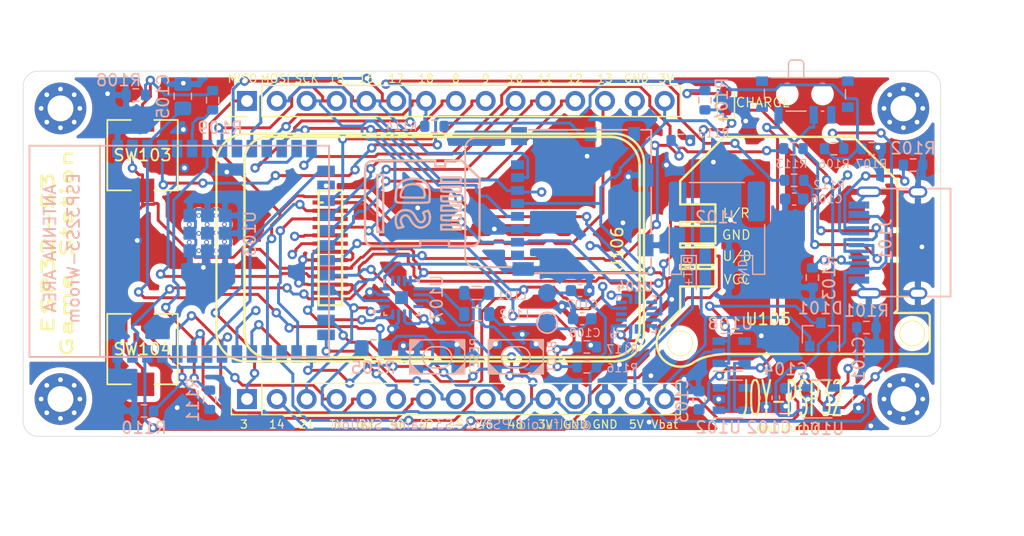
<source format=kicad_pcb>
(kicad_pcb (version 20171130) (host pcbnew "(5.1.12)-1")
  (layers (0 F.Cu signal) (1 In1.Cu signal) (2 In2.Cu signal) (31 B.Cu signal) (34 B.Paste user) (35 F.Paste user) (36 B.SilkS user) (37 F.SilkS user) (38 B.Mask user) (39 F.Mask user) (44 Edge.Cuts user))
  (net 0 "")
  (net 1 /VUSB)
  (net 2 GND)
  (net 3 "Net-(C102-Pad2)")
  (net 4 "Net-(C103-Pad2)")
  (net 5 /VBAT)
  (net 6 /EN)
  (net 7 "Net-(D102-Pad1)")
  (net 8 "Net-(D102-Pad2)")
  (net 9 "Net-(J101-PadA7)")
  (net 10 "Net-(J101-PadA6)")
  (net 11 "Net-(J101-PadB5)")
  (net 12 "Net-(J101-PadA5)")
  (net 13 /IO15)
  (net 14 /IO16)
  (net 15 /IO17)
  (net 16 /IO18)
  (net 17 /IO9)
  (net 18 /IO10)
  (net 19 /IO11)
  (net 20 /IO13)
  (net 21 +3V3)
  (net 22 /IO48)
  (net 23 /IO46)
  (net 24 /IO45)
  (net 25 /IO42)
  (net 26 /RXD)
  (net 27 /TXD)
  (net 28 /IO14)
  (net 29 "Net-(R101-Pad2)")
  (net 30 ChkBat)
  (net 31 "Net-(R108-Pad2)")
  (net 32 /BUTT1)
  (net 33 "Net-(R110-Pad2)")
  (net 34 /BUTT2)
  (net 35 /D-)
  (net 36 /D+)
  (net 37 /IO0)
  (net 38 /LEDA)
  (net 39 /DisplRST)
  (net 40 /Display_CS)
  (net 41 /DisplayDC)
  (net 42 /JoyX)
  (net 43 /JoyY)
  (net 44 /MISO)
  (net 45 /MOSI)
  (net 46 /SCK)
  (net 47 /IO38)
  (net 48 /IO3)
  (net 49 "Net-(J105-Pad10)")
  (net 50 /INT1)
  (net 51 "Net-(C107-Pad1)")
  (net 52 "Net-(C108-Pad1)")
  (net 53 /BCLK)
  (net 54 /DIN)
  (net 55 "Net-(L101-Pad1)")
  (net 56 "Net-(L102-Pad1)")
  (net 57 "Net-(R115-Pad1)")
  (net 58 /SDMODE)
  (module 27sharp:ST7789-176x320 (layer F.Cu) (at 52.07 102.87 270)
    (fp_text reference U106 (at -24.1808 -45.4914 270) (layer F.SilkS))
    (fp_text value 176x320tft_176x320TFT)
    (pad 12 smd rect (at -28.1762 -21.054 90) (size 0.35 3) (layers F.Cu F.Paste F.Mask) (net 2 GND))
    (pad 11 smd rect (at -27.4762 -21.054 90) (size 0.35 3) (layers F.Cu F.Paste F.Mask) (net 39 /DisplRST))
    (pad 10 smd rect (at -26.7762 -21.054 90) (size 0.35 3) (layers F.Cu F.Paste F.Mask) (net 45 /MOSI))
    (pad 9 smd rect (at -26.0762 -21.054 90) (size 0.35 3) (layers F.Cu F.Paste F.Mask) (net 46 /SCK))
    (pad 8 smd rect (at -25.3762 -21.054 90) (size 0.35 3) (layers F.Cu F.Paste F.Mask) (net 40 /Display_CS))
    (pad 7 smd rect (at -24.6762 -21.054 90) (size 0.35 3) (layers F.Cu F.Paste F.Mask) (net 41 /DisplayDC))
    (pad 6 smd rect (at -23.9762 -21.054 90) (size 0.35 3) (layers F.Cu F.Paste F.Mask) (net 2 GND))
    (pad 5 smd rect (at -23.2762 -21.054 90) (size 0.35 3) (layers F.Cu F.Paste F.Mask) (net 2 GND))
    (pad 4 smd rect (at -22.5762 -21.054 90) (size 0.35 3) (layers F.Cu F.Paste F.Mask) (net 21 +3V3))
    (pad 3 smd rect (at -21.8762 -21.054 90) (size 0.35 3) (layers F.Cu F.Paste F.Mask) (net 38 /LEDA))
    (pad 2 smd rect (at -21.1762 -21.054 90) (size 0.35 3) (layers F.Cu F.Paste F.Mask) (net 2 GND))
    (pad 1 smd rect (at -20.4762 -21.054 90) (size 0.35 3) (layers F.Cu F.Paste F.Mask) (net 2 GND))
  )
  (module Capacitor_SMD:C_0603_1608Metric (layer B.Cu) (at 118.11 91.44 270)
    (fp_text reference C101 (at -3.429 0 90) (layer B.SilkS) (effects (justify mirror)))
    (fp_text value 4.7uF)
    (pad 1 smd roundrect (at -0.775 0 270) (size 0.9 0.95) (layers B.Cu B.Paste B.Mask) (net 1 /VUSB))
    (pad 2 smd roundrect (at 0.775 0 270) (size 0.9 0.95) (layers B.Cu B.Paste B.Mask) (net 2 GND))
  )
  (module Capacitor_SMD:C_0603_1608Metric (layer B.Cu) (at 110.236 91.326 90)
    (fp_text reference C102 (at -2.527 0.254 180) (layer B.SilkS) (effects (justify mirror)))
    (fp_text value 1uF)
    (pad 1 smd roundrect (at -0.775 0 90) (size 0.9 0.95) (layers B.Cu B.Paste B.Mask) (net 2 GND))
    (pad 2 smd roundrect (at 0.775 0 90) (size 0.9 0.95) (layers B.Cu B.Paste B.Mask) (net 3 "Net-(C102-Pad2)"))
  )
  (module Capacitor_SMD:C_0603_1608Metric (layer B.Cu) (at 104.521 91.554 270)
    (fp_text reference C103 (at 0 1.43 90) (layer B.SilkS) (effects (justify mirror)))
    (fp_text value 1uF)
    (pad 2 smd roundrect (at 0.775 0 270) (size 0.9 0.95) (layers B.Cu B.Paste B.Mask) (net 4 "Net-(C103-Pad2)"))
    (pad 1 smd roundrect (at -0.775 0 270) (size 0.9 0.95) (layers B.Cu B.Paste B.Mask) (net 2 GND))
  )
  (module Capacitor_SMD:C_0603_1608Metric (layer B.Cu) (at 111.887 91.3 270)
    (fp_text reference C104 (at -2.4 0 180) (layer B.SilkS) (effects (justify mirror)))
    (fp_text value 4.7uF)
    (pad 2 smd roundrect (at 0.775 0 270) (size 0.9 0.95) (layers B.Cu B.Paste B.Mask) (net 2 GND))
    (pad 1 smd roundrect (at -0.775 0 270) (size 0.9 0.95) (layers B.Cu B.Paste B.Mask) (net 5 /VBAT))
  )
  (module Capacitor_SMD:C_0805_2012Metric_Pad1.18x1.45mm_HandSolder (layer B.Cu) (at 60.579 65.6375 270)
    (fp_text reference C105 (at 0 1.68 90) (layer B.SilkS) (effects (justify mirror)))
    (fp_text value 100nF)
    (pad 1 smd roundrect (at -1.0375 0 270) (size 1.175 1.45) (layers B.Cu B.Paste B.Mask) (roundrect_rratio 0.2127659574468085) (net 2 GND))
    (pad 2 smd roundrect (at 1.0375 0 270) (size 1.175 1.45) (layers B.Cu B.Paste B.Mask) (roundrect_rratio 0.2127659574468085) (net 6 /EN))
  )
  (module Package_TO_SOT_SMD:SOT-23 (layer B.Cu) (at 114.9 85.95 90)
    (fp_text reference D101 (at 2.25 -0.05 180) (layer B.SilkS) (effects (justify mirror)))
    (fp_text value BAT54C)
    (pad 1 smd rect (at -1 0.95 90) (size 0.9 0.8) (layers B.Cu B.Paste B.Mask) (net 1 /VUSB))
    (pad 2 smd rect (at -1 -0.95 90) (size 0.9 0.8) (layers B.Cu B.Paste B.Mask) (net 5 /VBAT))
    (pad 3 smd rect (at 1 0 90) (size 0.9 0.8) (layers B.Cu B.Paste B.Mask) (net 3 "Net-(C102-Pad2)"))
  )
  (module LED_SMD:LED_0603_1608Metric (layer F.Cu) (at 106.807 66.04 90)
    (fp_text reference D102 hide)
    (fp_text value CHARGE (at -0.127 3.175 180) (layer F.SilkS) (effects (font (size 0.8 0.8) (thickness 0.1))))
    (pad 1 smd roundrect (at -0.7875 0 90) (size 0.875 0.95) (layers F.Cu F.Paste F.Mask) (net 7 "Net-(D102-Pad1)"))
    (pad 2 smd roundrect (at 0.7875 0 90) (size 0.875 0.95) (layers F.Cu F.Paste F.Mask) (net 8 "Net-(D102-Pad2)"))
  )
  (module 27sharp:GT-USB-7010 (layer B.Cu) (at 121.285 78.105 270)
    (fp_text reference J101 (at -0.254 0.889 270) (layer B.SilkS) (effects (justify mirror)))
    (fp_text value USB_C_Receptacle hide)
    (pad S1 thru_hole oval (at -4.32 -1.87 270) (size 1 1.6) (drill oval 0.6 1.2) (layers *.Cu *.Mask) (net 2 GND))
    (pad S1 thru_hole oval (at 4.32 -1.87 270) (size 1 1.6) (drill oval 0.6 1.2) (layers *.Cu *.Mask) (net 2 GND))
    (pad S1 thru_hole oval (at -4.32 2.31 270) (size 0.9 2.1) (drill oval 0.5 1.7) (layers *.Cu *.Mask) (net 2 GND))
    (pad S1 thru_hole oval (at 4.32 2.31 270) (size 0.9 2.1) (drill oval 0.5 1.7) (layers *.Cu *.Mask) (net 2 GND))
    (pad "" np_thru_hole circle (at -2.89 1.81 270) (size 0.65 0.65) (drill 0.65) (layers *.Cu *.Mask))
    (pad "" np_thru_hole circle (at 2.89 1.81 270) (size 0.65 0.65) (drill 0.65) (layers *.Cu *.Mask))
    (pad A7 smd rect (at 0.25 3.15 270) (size 0.3 1.75) (layers B.Cu B.Paste B.Mask) (net 9 "Net-(J101-PadA7)"))
    (pad B6 smd rect (at 0.75 3.15 270) (size 0.3 1.75) (layers B.Cu B.Paste B.Mask) (net 10 "Net-(J101-PadA6)"))
    (pad A8 smd rect (at 1.25 3.15 270) (size 0.3 1.75) (layers B.Cu B.Paste B.Mask))
    (pad B5 smd rect (at 1.75 3.15 270) (size 0.3 1.75) (layers B.Cu B.Paste B.Mask) (net 11 "Net-(J101-PadB5)"))
    (pad B7 smd rect (at -0.75 3.15 270) (size 0.3 1.75) (layers B.Cu B.Paste B.Mask) (net 9 "Net-(J101-PadA7)"))
    (pad B8 smd rect (at -1.75 3.15 270) (size 0.3 1.75) (layers B.Cu B.Paste B.Mask))
    (pad A5 smd rect (at -1.25 3.15 270) (size 0.3 1.75) (layers B.Cu B.Paste B.Mask) (net 12 "Net-(J101-PadA5)"))
    (pad A6 smd rect (at -0.25 3.15 270) (size 0.3 1.75) (layers B.Cu B.Paste B.Mask) (net 10 "Net-(J101-PadA6)"))
    (pad A1 smd rect (at -3.35 3.15 270) (size 0.3 1.75) (layers B.Cu B.Paste B.Mask) (net 2 GND))
    (pad B12 smd rect (at -3.05 3.15 270) (size 0.3 1.75) (layers B.Cu B.Paste B.Mask) (net 2 GND))
    (pad A4 smd rect (at -2.55 3.15 270) (size 0.3 1.75) (layers B.Cu B.Paste B.Mask) (net 1 /VUSB))
    (pad B9 smd rect (at -2.25 3.15 270) (size 0.3 1.75) (layers B.Cu B.Paste B.Mask) (net 1 /VUSB))
    (pad A9 smd rect (at 2.55 3.15 270) (size 0.3 1.75) (layers B.Cu B.Paste B.Mask) (net 1 /VUSB))
    (pad B4 smd rect (at 2.25 3.15 270) (size 0.3 1.75) (layers B.Cu B.Paste B.Mask) (net 1 /VUSB))
    (pad B1 smd rect (at 3.05 3.15 270) (size 0.3 1.75) (layers B.Cu B.Paste B.Mask) (net 2 GND))
    (pad A12 smd rect (at 3.35 3.15 270) (size 0.3 1.75) (layers B.Cu B.Paste B.Mask) (net 2 GND))
  )
  (module Resistor_SMD:R_0603_1608Metric (layer B.Cu) (at 118.775 85.344 180)
    (fp_text reference R101 (at 0 1.43) (layer B.SilkS) (effects (justify mirror)))
    (fp_text value 3k)
    (pad 2 smd roundrect (at 0.825 0 180) (size 0.8 0.95) (layers B.Cu B.Paste B.Mask) (net 29 "Net-(R101-Pad2)"))
    (pad 1 smd roundrect (at -0.825 0 180) (size 0.8 0.95) (layers B.Cu B.Paste B.Mask) (net 2 GND))
  )
  (module Resistor_SMD:R_0603_1608Metric (layer B.Cu) (at 122.745 71.501 180)
    (fp_text reference R102 (at 0 1.43) (layer B.SilkS) (effects (justify mirror)))
    (fp_text value 5.1k)
    (pad 1 smd roundrect (at -0.825 0 180) (size 0.8 0.95) (layers B.Cu B.Paste B.Mask) (net 2 GND))
    (pad 2 smd roundrect (at 0.825 0 180) (size 0.8 0.95) (layers B.Cu B.Paste B.Mask) (net 12 "Net-(J101-PadA5)"))
  )
  (module Resistor_SMD:R_0603_1608Metric (layer B.Cu) (at 114.173 81.089 90)
    (fp_text reference R103 (at 0 1.43 90) (layer B.SilkS) (effects (justify mirror)))
    (fp_text value 5.1k)
    (pad 2 smd roundrect (at 0.825 0 90) (size 0.8 0.95) (layers B.Cu B.Paste B.Mask) (net 11 "Net-(J101-PadB5)"))
    (pad 1 smd roundrect (at -0.825 0 90) (size 0.8 0.95) (layers B.Cu B.Paste B.Mask) (net 2 GND))
  )
  (module Resistor_SMD:R_0603_1608Metric (layer B.Cu) (at 105.029 65.976 90)
    (fp_text reference R104 (at 0 1.43 90) (layer B.SilkS) (effects (justify mirror)))
    (fp_text value 470R)
    (pad 1 smd roundrect (at -0.825 0 90) (size 0.8 0.95) (layers B.Cu B.Paste B.Mask) (net 1 /VUSB))
    (pad 2 smd roundrect (at 0.825 0 90) (size 0.8 0.95) (layers B.Cu B.Paste B.Mask) (net 8 "Net-(D102-Pad2)"))
  )
  (module Resistor_SMD:R_0805_2012Metric_Pad1.20x1.40mm_HandSolder (layer B.Cu) (at 76.8 87.122)
    (fp_text reference R105 (at 0 1.65) (layer B.SilkS) (effects (justify mirror)))
    (fp_text value 10k)
    (pad 1 smd roundrect (at -1 0) (size 1.2 1.4) (layers B.Cu B.Paste B.Mask) (roundrect_rratio 0.2083325) (net 21 +3V3))
    (pad 2 smd roundrect (at 1 0) (size 1.2 1.4) (layers B.Cu B.Paste B.Mask) (roundrect_rratio 0.2083325) (net 6 /EN))
  )
  (module Resistor_SMD:R_0603_1608Metric (layer B.Cu) (at 56.578 65.532)
    (fp_text reference R108 (at -1.461 -1.27) (layer B.SilkS) (effects (justify mirror)))
    (fp_text value 10k)
    (pad 1 smd roundrect (at -0.825 0) (size 0.8 0.95) (layers B.Cu B.Paste B.Mask) (net 2 GND))
    (pad 2 smd roundrect (at 0.825 0) (size 0.8 0.95) (layers B.Cu B.Paste B.Mask) (net 31 "Net-(R108-Pad2)"))
  )
  (module Resistor_SMD:R_0603_1608Metric (layer B.Cu) (at 63.119 65.976 90)
    (fp_text reference R109 (at -2.35 0.635 180) (layer B.SilkS) (effects (justify mirror)))
    (fp_text value 1K)
    (pad 2 smd roundrect (at 0.825 0 90) (size 0.8 0.95) (layers B.Cu B.Paste B.Mask) (net 31 "Net-(R108-Pad2)"))
    (pad 1 smd roundrect (at -0.825 0 90) (size 0.8 0.95) (layers B.Cu B.Paste B.Mask) (net 32 /BUTT1))
  )
  (module Resistor_SMD:R_0603_1608Metric (layer B.Cu) (at 57.277 92.456)
    (fp_text reference R110 (at 0 1.43) (layer B.SilkS) (effects (justify mirror)))
    (fp_text value 10k)
    (pad 2 smd roundrect (at 0.825 0) (size 0.8 0.95) (layers B.Cu B.Paste B.Mask) (net 33 "Net-(R110-Pad2)"))
    (pad 1 smd roundrect (at -0.825 0) (size 0.8 0.95) (layers B.Cu B.Paste B.Mask) (net 2 GND))
  )
  (module Resistor_SMD:R_0603_1608Metric (layer B.Cu) (at 62.865 91.504 270)
    (fp_text reference R111 (at 0 1.43 90) (layer B.SilkS) (effects (justify mirror)))
    (fp_text value 1K)
    (pad 2 smd roundrect (at 0.825 0 270) (size 0.8 0.95) (layers B.Cu B.Paste B.Mask) (net 33 "Net-(R110-Pad2)"))
    (pad 1 smd roundrect (at -0.825 0 270) (size 0.8 0.95) (layers B.Cu B.Paste B.Mask) (net 34 /BUTT2))
  )
  (module Resistor_SMD:R_0603_1608Metric (layer B.Cu) (at 112.625 72.8)
    (fp_text reference R112 (at 2.975 0.4) (layer B.SilkS) (effects (font (size 0.7 0.7) (thickness 0.1)) (justify mirror)))
    (fp_text value 22R)
    (pad 1 smd roundrect (at -0.825 0) (size 0.8 0.95) (layers B.Cu B.Paste B.Mask) (net 35 /D-))
    (pad 2 smd roundrect (at 0.825 0) (size 0.8 0.95) (layers B.Cu B.Paste B.Mask) (net 9 "Net-(J101-PadA7)"))
  )
  (module Resistor_SMD:R_0603_1608Metric (layer B.Cu) (at 112.554 70.101)
    (fp_text reference R113 (at -0.154 1.299) (layer B.SilkS) (effects (font (size 0.7 0.7) (thickness 0.1)) (justify mirror)))
    (fp_text value 22R)
    (pad 1 smd roundrect (at -0.825 0) (size 0.8 0.95) (layers B.Cu B.Paste B.Mask) (net 36 /D+))
    (pad 2 smd roundrect (at 0.825 0) (size 0.8 0.95) (layers B.Cu B.Paste B.Mask) (net 10 "Net-(J101-PadA6)"))
  )
  (module 27sharp:SKRPABE010 (layer B.Cu) (at 80.01 86.49)
    (fp_text reference SW101 hide)
    (fp_text value RST)
    (pad 2 smd rect (at 3.965 0.3) (size 1.05 0.65) (layers B.Cu B.Paste B.Mask) (net 2 GND))
    (pad 2 smd rect (at 0.5 0.3) (size 1.05 0.65) (layers B.Cu B.Paste B.Mask) (net 2 GND))
    (pad 1 smd rect (at 3.965 2.4) (size 1.05 0.65) (layers B.Cu B.Paste B.Mask) (net 6 /EN))
    (pad 1 smd rect (at 0.5 2.4) (size 1.05 0.65) (layers B.Cu B.Paste B.Mask) (net 6 /EN))
  )
  (module 27sharp:SKRPABE010 (layer B.Cu) (at 86.7 86.49)
    (fp_text reference SW102 hide)
    (fp_text value BOOT)
    (pad 1 smd rect (at 0.5 2.4) (size 1.05 0.65) (layers B.Cu B.Paste B.Mask) (net 37 /IO0))
    (pad 1 smd rect (at 3.965 2.4) (size 1.05 0.65) (layers B.Cu B.Paste B.Mask) (net 37 /IO0))
    (pad 2 smd rect (at 0.5 0.3) (size 1.05 0.65) (layers B.Cu B.Paste B.Mask) (net 2 GND))
    (pad 2 smd rect (at 3.965 0.3) (size 1.05 0.65) (layers B.Cu B.Paste B.Mask) (net 2 GND))
  )
  (module Button_Switch_SMD:SW_SPDT_PCM12 (layer B.Cu) (at 113.538 65.786)
    (fp_text reference SW105 hide)
    (fp_text value ON-OFF)
    (pad "" np_thru_hole circle (at -1.5 -0.33) (size 0.9 0.9) (drill 0.9) (layers *.Cu *.Mask))
    (pad "" np_thru_hole circle (at 1.5 -0.33) (size 0.9 0.9) (drill 0.9) (layers *.Cu *.Mask))
    (pad 1 smd rect (at -2.25 1.43) (size 0.7 1.5) (layers B.Cu B.Paste B.Mask) (net 4 "Net-(C103-Pad2)"))
    (pad 2 smd rect (at 0.75 1.43) (size 0.7 1.5) (layers B.Cu B.Paste B.Mask) (net 21 +3V3))
    (pad 3 smd rect (at 2.25 1.43) (size 0.7 1.5) (layers B.Cu B.Paste B.Mask))
    (pad "" smd rect (at -3.65 -1.43) (size 1 0.8) (layers B.Cu B.Paste B.Mask))
    (pad "" smd rect (at 3.65 -1.43) (size 1 0.8) (layers B.Cu B.Paste B.Mask))
    (pad "" smd rect (at 3.65 0.78) (size 1 0.8) (layers B.Cu B.Paste B.Mask))
    (pad "" smd rect (at -3.65 0.78) (size 1 0.8) (layers B.Cu B.Paste B.Mask))
  )
  (module Package_TO_SOT_SMD:SOT-23-5 (layer B.Cu) (at 114.935 91.44)
    (fp_text reference U101 (at 0 2.54) (layer B.SilkS) (effects (justify mirror)))
    (fp_text value MCP73831-2-OT)
    (pad 1 smd rect (at -1.1 0.95) (size 1.06 0.65) (layers B.Cu B.Paste B.Mask) (net 7 "Net-(D102-Pad1)"))
    (pad 2 smd rect (at -1.1 0) (size 1.06 0.65) (layers B.Cu B.Paste B.Mask) (net 2 GND))
    (pad 3 smd rect (at -1.1 -0.95) (size 1.06 0.65) (layers B.Cu B.Paste B.Mask) (net 5 /VBAT))
    (pad 4 smd rect (at 1.1 -0.95) (size 1.06 0.65) (layers B.Cu B.Paste B.Mask) (net 1 /VUSB))
    (pad 5 smd rect (at 1.1 0.95) (size 1.06 0.65) (layers B.Cu B.Paste B.Mask) (net 29 "Net-(R101-Pad2)"))
  )
  (module Package_TO_SOT_SMD:SOT-23-5 (layer B.Cu) (at 107.315 91.44)
    (fp_text reference U102 (at -1.143 2.413) (layer B.SilkS) (effects (justify mirror)))
    (fp_text value ME6211C33M5G-N)
    (pad 5 smd rect (at 1.1 0.95) (size 1.06 0.65) (layers B.Cu B.Paste B.Mask) (net 4 "Net-(C103-Pad2)"))
    (pad 4 smd rect (at 1.1 -0.95) (size 1.06 0.65) (layers B.Cu B.Paste B.Mask))
    (pad 3 smd rect (at -1.1 -0.95) (size 1.06 0.65) (layers B.Cu B.Paste B.Mask) (net 3 "Net-(C102-Pad2)"))
    (pad 2 smd rect (at -1.1 0) (size 1.06 0.65) (layers B.Cu B.Paste B.Mask) (net 2 GND))
    (pad 1 smd rect (at -1.1 0.95) (size 1.06 0.65) (layers B.Cu B.Paste B.Mask) (net 3 "Net-(C102-Pad2)"))
  )
  (module 27sharp:ESP32-S3-wrooom (layer B.Cu) (at 73.025 69.85 270)
    (fp_text reference U103 (at 7.5 6.75 90) (layer B.SilkS) (effects (justify mirror)))
    (fp_text value ESP32S3-Wroom (at 8.75 21.75 90) (layer B.SilkS) (effects (justify mirror)))
    (fp_text user "ANTENNA AREA" (at 8.75 23.75 90) (layer B.SilkS) (effects (justify mirror)))
    (pad 41 smd roundrect (at 5.96 8.845 90) (size 1.1 1.1) (layers B.Cu B.Paste B.Mask) (roundrect_rratio 0.079) (net 2 GND))
    (pad 41 smd roundrect (at 8.96 10.345 90) (size 1.1 1.1) (layers B.Cu B.Paste B.Mask) (roundrect_rratio 0.079) (net 2 GND))
    (pad 41 smd roundrect (at 7.46 10.345 90) (size 1.1 1.1) (layers B.Cu B.Paste B.Mask) (roundrect_rratio 0.079) (net 2 GND))
    (pad "" thru_hole circle (at 8.236 10.426 90) (size 0.4 0.4) (drill oval 0.25) (layers *.Cu *.Mask))
    (pad "" thru_hole circle (at 6.712 8.902 90) (size 0.4 0.4) (drill oval 0.25) (layers *.Cu *.Mask))
    (pad 41 smd roundrect (at 8.96 8.845 90) (size 1.1 1.1) (layers B.Cu B.Paste B.Mask) (roundrect_rratio 0.079) (net 2 GND))
    (pad 41 smd roundrect (at 8.96 11.845 90) (size 1.1 1.1) (layers B.Cu B.Paste B.Mask) (roundrect_rratio 0.079) (net 2 GND))
    (pad 41 smd roundrect (at 7.46 11.845 90) (size 1.1 1.1) (layers B.Cu B.Paste B.Mask) (roundrect_rratio 0.079) (net 2 GND))
    (pad "" thru_hole circle (at 7.4232 9.6132 90) (size 0.4 0.4) (drill oval 0.25) (layers *.Cu *.Mask))
    (pad "" thru_hole circle (at 8.1852 8.902 90) (size 0.4 0.4) (drill oval 0.25) (layers *.Cu *.Mask))
    (pad "" thru_hole circle (at 6.712 11.8992 90) (size 0.4 0.4) (drill oval 0.25) (layers *.Cu *.Mask))
    (pad "" thru_hole circle (at 6.712 10.3752 90) (size 0.4 0.4) (drill oval 0.25) (layers *.Cu *.Mask))
    (pad 41 smd roundrect (at 5.96 10.345 90) (size 1.1 1.1) (layers B.Cu B.Paste B.Mask) (roundrect_rratio 0.079) (net 2 GND))
    (pad 41 smd roundrect (at 5.96 11.845 90) (size 1.1 1.1) (layers B.Cu B.Paste B.Mask) (roundrect_rratio 0.079) (net 2 GND))
    (pad "" thru_hole circle (at 5.95 9.6132 90) (size 0.4 0.4) (drill oval 0.25) (layers *.Cu *.Mask))
    (pad "" thru_hole circle (at 8.236 11.8992 90) (size 0.4 0.4) (drill oval 0.25) (layers *.Cu *.Mask))
    (pad "" thru_hole circle (at 5.95 11.0864 90) (size 0.4 0.4) (drill oval 0.25) (layers *.Cu *.Mask))
    (pad "" thru_hole circle (at 7.474 11.0864 90) (size 0.4 0.4) (drill oval 0.25) (layers *.Cu *.Mask))
    (pad "" thru_hole circle (at 8.9472 11.0864 90) (size 0.4 0.4) (drill oval 0.25) (layers *.Cu *.Mask))
    (pad "" thru_hole circle (at 8.9472 9.6132 90) (size 0.4 0.4) (drill oval 0.25) (layers *.Cu *.Mask))
    (pad 41 smd roundrect (at 7.46 8.845 90) (size 1.1 1.1) (layers B.Cu B.Paste B.Mask) (roundrect_rratio 0.079) (net 2 GND))
    (pad 1 smd roundrect (at 0.25 18 270) (size 1.5 0.9) (layers B.Cu B.Paste B.Mask) (roundrect_rratio 0.079) (net 2 GND))
    (pad 2 smd roundrect (at 0.25 16.73 270) (size 1.5 0.9) (layers B.Cu B.Paste B.Mask) (roundrect_rratio 0.079) (net 21 +3V3))
    (pad 3 smd roundrect (at 0.25 15.46 270) (size 1.5 0.9) (layers B.Cu B.Paste B.Mask) (roundrect_rratio 0.079) (net 6 /EN))
    (pad 4 smd roundrect (at 0.25 14.19 270) (size 1.5 0.9) (layers B.Cu B.Paste B.Mask) (roundrect_rratio 0.079) (net 30 ChkBat))
    (pad 5 smd roundrect (at 0.25 12.92 270) (size 1.5 0.9) (layers B.Cu B.Paste B.Mask) (roundrect_rratio 0.079) (net 38 /LEDA))
    (pad 6 smd roundrect (at 0.25 11.65 270) (size 1.5 0.9) (layers B.Cu B.Paste B.Mask) (roundrect_rratio 0.079) (net 32 /BUTT1))
    (pad 7 smd roundrect (at 0.25 10.38 270) (size 1.5 0.9) (layers B.Cu B.Paste B.Mask) (roundrect_rratio 0.079) (net 34 /BUTT2))
    (pad 8 smd roundrect (at 0.25 9.11 270) (size 1.5 0.9) (layers B.Cu B.Paste B.Mask) (roundrect_rratio 0.079) (net 13 /IO15))
    (pad 9 smd roundrect (at 0.25 7.84 270) (size 1.5 0.9) (layers B.Cu B.Paste B.Mask) (roundrect_rratio 0.079) (net 14 /IO16))
    (pad 10 smd roundrect (at 0.25 6.57 270) (size 1.5 0.9) (layers B.Cu B.Paste B.Mask) (roundrect_rratio 0.079) (net 15 /IO17))
    (pad 11 smd roundrect (at 0.25 5.3 270) (size 1.5 0.9) (layers B.Cu B.Paste B.Mask) (roundrect_rratio 0.079) (net 16 /IO18))
    (pad 12 smd roundrect (at 0.25 4.03 270) (size 1.5 0.9) (layers B.Cu B.Paste B.Mask) (roundrect_rratio 0.079) (net 50 /INT1))
    (pad 13 smd roundrect (at 0.25 2.76 270) (size 1.5 0.9) (layers B.Cu B.Paste B.Mask) (roundrect_rratio 0.079) (net 35 /D-))
    (pad 14 smd roundrect (at 0.25 1.49 270) (size 1.5 0.9) (layers B.Cu B.Paste B.Mask) (roundrect_rratio 0.079) (net 36 /D+))
    (pad 40 smd roundrect (at 17.75 18 270) (size 1.5 0.9) (layers B.Cu B.Paste B.Mask) (roundrect_rratio 0.079) (net 2 GND))
    (pad 39 smd roundrect (at 17.75 16.73 270) (size 1.5 0.9) (layers B.Cu B.Paste B.Mask) (roundrect_rratio 0.079) (net 42 /JoyX))
    (pad 38 smd roundrect (at 17.75 15.46 270) (size 1.5 0.9) (layers B.Cu B.Paste B.Mask) (roundrect_rratio 0.079) (net 43 /JoyY))
    (pad 37 smd roundrect (at 17.75 14.19 270) (size 1.5 0.9) (layers B.Cu B.Paste B.Mask) (roundrect_rratio 0.079) (net 27 /TXD))
    (pad 29 smd roundrect (at 17.75 4.03 270) (size 1.5 0.9) (layers B.Cu B.Paste B.Mask) (roundrect_rratio 0.079) (net 46 /SCK))
    (pad 35 smd roundrect (at 17.75 11.65 270) (size 1.5 0.9) (layers B.Cu B.Paste B.Mask) (roundrect_rratio 0.079) (net 25 /IO42))
    (pad 30 smd roundrect (at 17.75 5.3 270) (size 1.5 0.9) (layers B.Cu B.Paste B.Mask) (roundrect_rratio 0.079) (net 44 /MISO))
    (pad 27 smd roundrect (at 17.75 1.49 270) (size 1.5 0.9) (layers B.Cu B.Paste B.Mask) (roundrect_rratio 0.079) (net 37 /IO0))
    (pad 28 smd roundrect (at 17.75 2.76 270) (size 1.5 0.9) (layers B.Cu B.Paste B.Mask) (roundrect_rratio 0.079) (net 45 /MOSI))
    (pad 34 smd roundrect (at 17.75 10.38 270) (size 1.5 0.9) (layers B.Cu B.Paste B.Mask) (roundrect_rratio 0.079) (net 39 /DisplRST))
    (pad 36 smd roundrect (at 17.75 12.92 270) (size 1.5 0.9) (layers B.Cu B.Paste B.Mask) (roundrect_rratio 0.079) (net 26 /RXD))
    (pad 31 smd roundrect (at 17.75 6.57 270) (size 1.5 0.9) (layers B.Cu B.Paste B.Mask) (roundrect_rratio 0.079) (net 47 /IO38))
    (pad 32 smd roundrect (at 17.75 7.84 270) (size 1.5 0.9) (layers B.Cu B.Paste B.Mask) (roundrect_rratio 0.079) (net 40 /Display_CS))
    (pad 33 smd roundrect (at 17.75 9.11 270) (size 1.5 0.9) (layers B.Cu B.Paste B.Mask) (roundrect_rratio 0.079) (net 41 /DisplayDC))
    (pad 15 smd roundrect (at 2.15 0.25 180) (size 1.5 0.9) (layers B.Cu B.Paste B.Mask) (roundrect_rratio 0.079) (net 48 /IO3))
    (pad 16 smd roundrect (at 3.42 0.25 180) (size 1.5 0.9) (layers B.Cu B.Paste B.Mask) (roundrect_rratio 0.079) (net 23 /IO46))
    (pad 17 smd roundrect (at 4.69 0.25 180) (size 1.5 0.9) (layers B.Cu B.Paste B.Mask) (roundrect_rratio 0.079) (net 17 /IO9))
    (pad 18 smd roundrect (at 5.96 0.25 180) (size 1.5 0.9) (layers B.Cu B.Paste B.Mask) (roundrect_rratio 0.079) (net 18 /IO10))
    (pad 19 smd roundrect (at 7.23 0.25 180) (size 1.5 0.9) (layers B.Cu B.Paste B.Mask) (roundrect_rratio 0.079) (net 19 /IO11))
    (pad 20 smd roundrect (at 8.5 0.25 180) (size 1.5 0.9) (layers B.Cu B.Paste B.Mask) (roundrect_rratio 0.079) (net 53 /BCLK))
    (pad 21 smd roundrect (at 9.77 0.25 180) (size 1.5 0.9) (layers B.Cu B.Paste B.Mask) (roundrect_rratio 0.079) (net 20 /IO13))
    (pad 22 smd roundrect (at 11.04 0.25 180) (size 1.5 0.9) (layers B.Cu B.Paste B.Mask) (roundrect_rratio 0.079) (net 28 /IO14))
    (pad 23 smd roundrect (at 12.31 0.25 180) (size 1.5 0.9) (layers B.Cu B.Paste B.Mask) (roundrect_rratio 0.079) (net 54 /DIN))
    (pad 24 smd roundrect (at 13.58 0.25 180) (size 1.5 0.9) (layers B.Cu B.Paste B.Mask) (roundrect_rratio 0.079))
    (pad 25 smd roundrect (at 14.85 0.25 180) (size 1.5 0.9) (layers B.Cu B.Paste B.Mask) (roundrect_rratio 0.079) (net 22 /IO48))
    (pad 26 smd roundrect (at 16.12 0.25 180) (size 1.5 0.9) (layers B.Cu B.Paste B.Mask) (roundrect_rratio 0.079) (net 24 /IO45))
  )
  (module 27sharp:JoystickP1000 (layer F.Cu) (at 102.87 87.63)
    (fp_text reference U105 (at 7.55 -3 180) (layer F.SilkS))
    (fp_text value JoyStickP1000)
    (fp_text user L/R (at 4.825 -12.025) (layer F.SilkS) (effects (font (size 0.8 0.8) (thickness 0.1))))
    (fp_text user GND (at 4.825 -10.175) (layer F.SilkS) (effects (font (size 0.8 0.8) (thickness 0.1))))
    (fp_text user U/D (at 4.9 -8.375) (layer F.SilkS) (effects (font (size 0.8 0.8) (thickness 0.1))))
    (fp_text user VCC (at 4.9 -6.375) (layer F.SilkS) (effects (font (size 0.8 0.8) (thickness 0.1))))
    (pad 1 smd rect (at 1.3 -12.05 90) (size 1.524 3.5) (layers F.Cu F.Paste F.Mask) (net 42 /JoyX))
    (pad 2 smd rect (at 1.3 -10.2 90) (size 1.524 3.5) (layers F.Cu F.Paste F.Mask) (net 2 GND))
    (pad 3 smd rect (at 1.3 -8.375 90) (size 1.524 3.5) (layers F.Cu F.Paste F.Mask) (net 43 /JoyY))
    (pad 4 smd rect (at 1.3 -6.525 90) (size 1.524 3.5) (layers F.Cu F.Paste F.Mask) (net 21 +3V3))
    (pad "" np_thru_hole circle (at 0.05 -0.95 90) (size 2 2) (drill 2) (layers *.Cu *.Mask))
    (pad "" np_thru_hole circle (at 19.8 -1.775 90) (size 2 2) (drill 2) (layers *.Cu *.Mask))
    (pad "" smd rect (at 18.6 -9.325 90) (size 2 2) (layers F.Cu F.Paste F.Mask))
  )
  (module Connector_PinHeader_2.54mm:PinHeader_1x15_P2.54mm_Vertical (layer F.Cu) (at 66.04 66.04 90)
    (fp_text reference J103 hide)
    (fp_text value GPIOLINE1)
    (pad 1 thru_hole rect (at 0 0 90) (size 1.7 1.7) (drill 1) (layers *.Cu *.Mask) (net 44 /MISO))
    (pad 2 thru_hole oval (at 0 2.54 90) (size 1.7 1.7) (drill 1) (layers *.Cu *.Mask) (net 45 /MOSI))
    (pad 3 thru_hole oval (at 0 5.08 90) (size 1.7 1.7) (drill 1) (layers *.Cu *.Mask) (net 46 /SCK))
    (pad 4 thru_hole oval (at 0 7.62 90) (size 1.7 1.7) (drill 1) (layers *.Cu *.Mask) (net 13 /IO15))
    (pad 5 thru_hole oval (at 0 10.16 90) (size 1.7 1.7) (drill 1) (layers *.Cu *.Mask) (net 14 /IO16))
    (pad 6 thru_hole oval (at 0 12.7 90) (size 1.7 1.7) (drill 1) (layers *.Cu *.Mask) (net 15 /IO17))
    (pad 7 thru_hole oval (at 0 15.24 90) (size 1.7 1.7) (drill 1) (layers *.Cu *.Mask) (net 16 /IO18))
    (pad 8 thru_hole oval (at 0 17.78 90) (size 1.7 1.7) (drill 1) (layers *.Cu *.Mask) (net 50 /INT1))
    (pad 9 thru_hole oval (at 0 20.32 90) (size 1.7 1.7) (drill 1) (layers *.Cu *.Mask) (net 17 /IO9))
    (pad 10 thru_hole oval (at 0 22.86 90) (size 1.7 1.7) (drill 1) (layers *.Cu *.Mask) (net 18 /IO10))
    (pad 11 thru_hole oval (at 0 25.4 90) (size 1.7 1.7) (drill 1) (layers *.Cu *.Mask) (net 19 /IO11))
    (pad 12 thru_hole oval (at 0 27.94 90) (size 1.7 1.7) (drill 1) (layers *.Cu *.Mask) (net 53 /BCLK))
    (pad 13 thru_hole oval (at 0 30.48 90) (size 1.7 1.7) (drill 1) (layers *.Cu *.Mask) (net 20 /IO13))
    (pad 14 thru_hole oval (at 0 33.02 90) (size 1.7 1.7) (drill 1) (layers *.Cu *.Mask) (net 2 GND))
    (pad 15 thru_hole oval (at 0 35.56 90) (size 1.7 1.7) (drill 1) (layers *.Cu *.Mask) (net 21 +3V3))
  )
  (module Connector_PinHeader_2.54mm:PinHeader_1x15_P2.54mm_Vertical (layer F.Cu) (at 66.04 91.44 90)
    (fp_text reference J104 hide)
    (fp_text value GPIOLINE2)
    (pad 15 thru_hole oval (at 0 35.56 90) (size 1.7 1.7) (drill 1) (layers *.Cu *.Mask) (net 5 /VBAT))
    (pad 14 thru_hole oval (at 0 33.02 90) (size 1.7 1.7) (drill 1) (layers *.Cu *.Mask) (net 1 /VUSB))
    (pad 13 thru_hole oval (at 0 30.48 90) (size 1.7 1.7) (drill 1) (layers *.Cu *.Mask) (net 2 GND))
    (pad 12 thru_hole oval (at 0 27.94 90) (size 1.7 1.7) (drill 1) (layers *.Cu *.Mask) (net 2 GND))
    (pad 11 thru_hole oval (at 0 25.4 90) (size 1.7 1.7) (drill 1) (layers *.Cu *.Mask) (net 21 +3V3))
    (pad 10 thru_hole oval (at 0 22.86 90) (size 1.7 1.7) (drill 1) (layers *.Cu *.Mask) (net 22 /IO48))
    (pad 9 thru_hole oval (at 0 20.32 90) (size 1.7 1.7) (drill 1) (layers *.Cu *.Mask) (net 23 /IO46))
    (pad 8 thru_hole oval (at 0 17.78 90) (size 1.7 1.7) (drill 1) (layers *.Cu *.Mask) (net 24 /IO45))
    (pad 7 thru_hole oval (at 0 15.24 90) (size 1.7 1.7) (drill 1) (layers *.Cu *.Mask) (net 25 /IO42))
    (pad 6 thru_hole oval (at 0 12.7 90) (size 1.7 1.7) (drill 1) (layers *.Cu *.Mask) (net 47 /IO38))
    (pad 5 thru_hole oval (at 0 10.16 90) (size 1.7 1.7) (drill 1) (layers *.Cu *.Mask) (net 26 /RXD))
    (pad 4 thru_hole oval (at 0 7.62 90) (size 1.7 1.7) (drill 1) (layers *.Cu *.Mask) (net 27 /TXD))
    (pad 3 thru_hole oval (at 0 5.08 90) (size 1.7 1.7) (drill 1) (layers *.Cu *.Mask) (net 54 /DIN))
    (pad 2 thru_hole oval (at 0 2.54 90) (size 1.7 1.7) (drill 1) (layers *.Cu *.Mask) (net 28 /IO14))
    (pad 1 thru_hole rect (at 0 0 90) (size 1.7 1.7) (drill 1) (layers *.Cu *.Mask) (net 48 /IO3))
  )
  (module 18650:SW_TP1003 (layer F.Cu) (at 57.15 66.66 180)
    (fp_text reference SW103 (at 0 -4) (layer F.SilkS))
    (fp_text value BUT1 hide)
    (pad 2 smd rect (at 0 -1 180) (size 2 2) (layers F.Cu F.Paste F.Mask) (net 31 "Net-(R108-Pad2)"))
    (pad 1 smd rect (at 0 -7 180) (size 2 2) (layers F.Cu F.Paste F.Mask) (net 21 +3V3))
  )
  (module 18650:SW_TP1003 (layer F.Cu) (at 57.15 83.185 180)
    (fp_text reference SW104 (at 0 -4) (layer F.SilkS))
    (fp_text value BUT2 hide)
    (pad 1 smd rect (at 0 -7 180) (size 2 2) (layers F.Cu F.Paste F.Mask) (net 21 +3V3))
    (pad 2 smd rect (at 0 -1 180) (size 2 2) (layers F.Cu F.Paste F.Mask) (net 33 "Net-(R110-Pad2)"))
  )
  (module Capacitor_SMD:C_0603_1608Metric (layer B.Cu) (at 112.625 74.4)
    (fp_text reference C106 (at 2.775 0) (layer B.SilkS) (effects (font (size 0.7 0.7) (thickness 0.1)) (justify mirror)))
    (fp_text value 100nF)
    (pad 1 smd roundrect (at -0.775 0) (size 0.9 0.95) (layers B.Cu B.Paste B.Mask) (net 2 GND))
    (pad 2 smd roundrect (at 0.775 0) (size 0.9 0.95) (layers B.Cu B.Paste B.Mask) (net 21 +3V3))
  )
  (module MountingHole:MountingHole_2.2mm_M2_Pad_Via (layer F.Cu) (at 121.92 66.675)
    (fp_text reference H101 hide)
    (fp_text value MountingHole)
    (pad 1 thru_hole circle (at 1.166726 -1.166726) (size 0.7 0.7) (drill 0.4) (layers *.Cu *.Mask))
    (pad 1 thru_hole circle (at 0 -1.65) (size 0.7 0.7) (drill 0.4) (layers *.Cu *.Mask))
    (pad 1 thru_hole circle (at -1.166726 -1.166726) (size 0.7 0.7) (drill 0.4) (layers *.Cu *.Mask))
    (pad 1 thru_hole circle (at -1.65 0) (size 0.7 0.7) (drill 0.4) (layers *.Cu *.Mask))
    (pad 1 thru_hole circle (at -1.166726 1.166726) (size 0.7 0.7) (drill 0.4) (layers *.Cu *.Mask))
    (pad 1 thru_hole circle (at 0 1.65) (size 0.7 0.7) (drill 0.4) (layers *.Cu *.Mask))
    (pad 1 thru_hole circle (at 1.166726 1.166726) (size 0.7 0.7) (drill 0.4) (layers *.Cu *.Mask))
    (pad 1 thru_hole circle (at 1.65 0) (size 0.7 0.7) (drill 0.4) (layers *.Cu *.Mask))
    (pad 1 thru_hole circle (at 0 0) (size 4.4 4.4) (drill 2.2) (layers *.Cu *.Mask))
  )
  (module MountingHole:MountingHole_2.2mm_M2_Pad_Via (layer F.Cu) (at 121.92 91.44)
    (fp_text reference H102 hide)
    (fp_text value MountingHole)
    (pad 1 thru_hole circle (at 0 0) (size 4.4 4.4) (drill 2.2) (layers *.Cu *.Mask))
    (pad 1 thru_hole circle (at 1.65 0) (size 0.7 0.7) (drill 0.4) (layers *.Cu *.Mask))
    (pad 1 thru_hole circle (at 1.166726 1.166726) (size 0.7 0.7) (drill 0.4) (layers *.Cu *.Mask))
    (pad 1 thru_hole circle (at 0 1.65) (size 0.7 0.7) (drill 0.4) (layers *.Cu *.Mask))
    (pad 1 thru_hole circle (at -1.166726 1.166726) (size 0.7 0.7) (drill 0.4) (layers *.Cu *.Mask))
    (pad 1 thru_hole circle (at -1.65 0) (size 0.7 0.7) (drill 0.4) (layers *.Cu *.Mask))
    (pad 1 thru_hole circle (at -1.166726 -1.166726) (size 0.7 0.7) (drill 0.4) (layers *.Cu *.Mask))
    (pad 1 thru_hole circle (at 0 -1.65) (size 0.7 0.7) (drill 0.4) (layers *.Cu *.Mask))
    (pad 1 thru_hole circle (at 1.166726 -1.166726) (size 0.7 0.7) (drill 0.4) (layers *.Cu *.Mask))
  )
  (module MountingHole:MountingHole_2.2mm_M2_Pad_Via (layer F.Cu) (at 50.165 66.675)
    (fp_text reference H103 hide)
    (fp_text value MountingHole)
    (pad 1 thru_hole circle (at 1.166726 -1.166726) (size 0.7 0.7) (drill 0.4) (layers *.Cu *.Mask))
    (pad 1 thru_hole circle (at 0 -1.65) (size 0.7 0.7) (drill 0.4) (layers *.Cu *.Mask))
    (pad 1 thru_hole circle (at -1.166726 -1.166726) (size 0.7 0.7) (drill 0.4) (layers *.Cu *.Mask))
    (pad 1 thru_hole circle (at -1.65 0) (size 0.7 0.7) (drill 0.4) (layers *.Cu *.Mask))
    (pad 1 thru_hole circle (at -1.166726 1.166726) (size 0.7 0.7) (drill 0.4) (layers *.Cu *.Mask))
    (pad 1 thru_hole circle (at 0 1.65) (size 0.7 0.7) (drill 0.4) (layers *.Cu *.Mask))
    (pad 1 thru_hole circle (at 1.166726 1.166726) (size 0.7 0.7) (drill 0.4) (layers *.Cu *.Mask))
    (pad 1 thru_hole circle (at 1.65 0) (size 0.7 0.7) (drill 0.4) (layers *.Cu *.Mask))
    (pad 1 thru_hole circle (at 0 0) (size 4.4 4.4) (drill 2.2) (layers *.Cu *.Mask))
  )
  (module MountingHole:MountingHole_2.2mm_M2_Pad_Via (layer F.Cu) (at 50.165 91.44)
    (fp_text reference H104 hide)
    (fp_text value MountingHole)
    (pad 1 thru_hole circle (at 0 0) (size 4.4 4.4) (drill 2.2) (layers *.Cu *.Mask))
    (pad 1 thru_hole circle (at 1.65 0) (size 0.7 0.7) (drill 0.4) (layers *.Cu *.Mask))
    (pad 1 thru_hole circle (at 1.166726 1.166726) (size 0.7 0.7) (drill 0.4) (layers *.Cu *.Mask))
    (pad 1 thru_hole circle (at 0 1.65) (size 0.7 0.7) (drill 0.4) (layers *.Cu *.Mask))
    (pad 1 thru_hole circle (at -1.166726 1.166726) (size 0.7 0.7) (drill 0.4) (layers *.Cu *.Mask))
    (pad 1 thru_hole circle (at -1.65 0) (size 0.7 0.7) (drill 0.4) (layers *.Cu *.Mask))
    (pad 1 thru_hole circle (at -1.166726 -1.166726) (size 0.7 0.7) (drill 0.4) (layers *.Cu *.Mask))
    (pad 1 thru_hole circle (at 0 -1.65) (size 0.7 0.7) (drill 0.4) (layers *.Cu *.Mask))
    (pad 1 thru_hole circle (at 1.166726 -1.166726) (size 0.7 0.7) (drill 0.4) (layers *.Cu *.Mask))
  )
  (module Resistor_SMD:R_0603_1608Metric (layer B.Cu) (at 116.02 70.101)
    (fp_text reference R106 (at 0 1.299) (layer B.SilkS) (effects (font (size 0.7 0.7) (thickness 0.1)) (justify mirror)))
    (fp_text value 500)
    (pad 2 smd roundrect (at 0.825 0) (size 0.8 0.95) (layers B.Cu B.Paste B.Mask) (net 5 /VBAT))
    (pad 1 smd roundrect (at -0.825 0) (size 0.8 0.95) (layers B.Cu B.Paste B.Mask) (net 30 ChkBat))
  )
  (module Resistor_SMD:R_0603_1608Metric (layer B.Cu) (at 119.221 70.101 180)
    (fp_text reference R107 (at 0.021 -1.299) (layer B.SilkS) (effects (font (size 0.7 0.7) (thickness 0.1)) (justify mirror)))
    (fp_text value 2K)
    (pad 1 smd roundrect (at -0.825 0 180) (size 0.8 0.95) (layers B.Cu B.Paste B.Mask) (net 2 GND))
    (pad 2 smd roundrect (at 0.825 0 180) (size 0.8 0.95) (layers B.Cu B.Paste B.Mask) (net 30 ChkBat))
  )
  (module 27sharp:ADXL362 (layer B.Cu) (at 99.2 84.2)
    (fp_text reference U104 (at -0.15 -2.35) (layer B.SilkS) (effects (font (size 0.8 0.8)) (justify mirror)))
    (fp_text value ADXL362)
    (pad 16 smd rect (at -0.5 1.275 270) (size 0.8 0.3) (layers B.Cu B.Paste B.Mask) (net 2 GND))
    (pad 15 smd rect (at 0 1.275 270) (size 0.8 0.3) (layers B.Cu B.Paste B.Mask))
    (pad 14 smd rect (at 0.5 1.275 270) (size 0.8 0.3) (layers B.Cu B.Paste B.Mask) (net 21 +3V3))
    (pad 13 smd rect (at 1.2875 1) (size 0.925 0.3) (layers B.Cu B.Paste B.Mask) (net 2 GND))
    (pad 12 smd rect (at 1.2875 0.5) (size 0.925 0.3) (layers B.Cu B.Paste B.Mask) (net 2 GND))
    (pad 11 smd rect (at 1.2875 0) (size 0.925 0.3) (layers B.Cu B.Paste B.Mask) (net 50 /INT1))
    (pad 10 smd rect (at 1.2875 -0.5) (size 0.925 0.3) (layers B.Cu B.Paste B.Mask))
    (pad 9 smd rect (at 1.2875 -1) (size 0.925 0.3) (layers B.Cu B.Paste B.Mask))
    (pad 8 smd rect (at 0.5 -1.275 270) (size 0.8 0.3) (layers B.Cu B.Paste B.Mask) (net 13 /IO15))
    (pad 7 smd rect (at 0 -1.275 270) (size 0.8 0.3) (layers B.Cu B.Paste B.Mask) (net 44 /MISO))
    (pad 6 smd rect (at -0.5 -1.275 270) (size 0.8 0.3) (layers B.Cu B.Paste B.Mask) (net 45 /MOSI))
    (pad 5 smd rect (at -1.2875 -1) (size 0.925 0.3) (layers B.Cu B.Paste B.Mask))
    (pad 4 smd rect (at -1.2875 -0.5) (size 0.925 0.3) (layers B.Cu B.Paste B.Mask) (net 46 /SCK))
    (pad 3 smd rect (at -1.2875 0) (size 0.925 0.3) (layers B.Cu B.Paste B.Mask))
    (pad 2 smd rect (at -1.2875 0.5) (size 0.925 0.3) (layers B.Cu B.Paste B.Mask))
    (pad 1 smd rect (at -1.2875 1) (size 0.925 0.3) (layers B.Cu B.Paste B.Mask) (net 21 +3V3))
  )
  (module Connector_JST:JST_PH_S2B-PH-SM4-TB_1x02-1MP_P2.00mm_Horizontal (layer B.Cu) (at 106.05 77.5)
    (fp_text reference J102 (at -0.05 -1.55) (layer B.SilkS) (effects (justify mirror)))
    (fp_text value BATCON)
    (pad 1 smd roundrect (at -1 2.85) (size 1 3.5) (layers B.Cu B.Paste B.Mask) (net 5 /VBAT))
    (pad 2 smd roundrect (at 1 2.85) (size 1 3.5) (layers B.Cu B.Paste B.Mask) (net 2 GND))
    (pad MP smd roundrect (at -3.35 -2.9) (size 1.5 3.4) (layers B.Cu B.Paste B.Mask) (roundrect_rratio 0.166667))
    (pad MP smd roundrect (at 3.35 -2.9) (size 1.5 3.4) (layers B.Cu B.Paste B.Mask) (roundrect_rratio 0.166667))
  )
  (module 18650:microSD_HC_Molex_104031-0811 (layer B.Cu) (at 94.6 74.6 90)
    (fp_text reference J105 hide)
    (fp_text value Micro_SD_Card_Det)
    (pad 10 smd rect (at 5.73 0.7) (size 1 1.2) (layers B.Cu B.Paste B.Mask) (net 49 "Net-(J105-Pad10)"))
    (pad 11 smd rect (at -5.76 -5.05 90) (size 1.17 1.8) (layers B.Cu B.Paste B.Mask) (net 2 GND))
    (pad 4 smd rect (at -0.17 -5.53 90) (size 0.75 1.1) (layers B.Cu B.Paste B.Mask) (net 21 +3V3))
    (pad 5 smd rect (at -1.27 -5.53 90) (size 0.75 1.1) (layers B.Cu B.Paste B.Mask) (net 46 /SCK))
    (pad 6 smd rect (at -2.37 -5.53 90) (size 0.75 1.1) (layers B.Cu B.Paste B.Mask) (net 2 GND))
    (pad 7 smd rect (at -3.47 -5.53 90) (size 0.75 1.1) (layers B.Cu B.Paste B.Mask) (net 44 /MISO))
    (pad 8 smd rect (at -4.57 -5.53 90) (size 0.75 1.1) (layers B.Cu B.Paste B.Mask))
    (pad 3 smd rect (at 0.93 -5.53 90) (size 0.75 1.1) (layers B.Cu B.Paste B.Mask) (net 45 /MOSI))
    (pad 2 smd rect (at 2.03 -5.53 90) (size 0.75 1.1) (layers B.Cu B.Paste B.Mask) (net 14 /IO16))
    (pad 1 smd rect (at 3.13 -5.53 90) (size 0.75 1.1) (layers B.Cu B.Paste B.Mask))
    (pad 11 smd rect (at 5.565 -5.4 90) (size 1.55 1.35) (layers B.Cu B.Paste B.Mask) (net 2 GND))
    (pad 11 smd rect (at -3.73 5.375 90) (size 1.9 1.35) (layers B.Cu B.Paste B.Mask) (net 2 GND))
    (pad 11 smd rect (at 2.24 5.375 90) (size 1.9 1.35) (layers B.Cu B.Paste B.Mask) (net 2 GND))
    (pad 9 smd rect (at 5.74 4.4) (size 1 1.2) (layers B.Cu B.Paste B.Mask))
  )
  (module Resistor_SMD:R_0603_1608Metric (layer B.Cu) (at 82 68.2 180)
    (fp_text reference R114 (at 2.8 0) (layer B.SilkS) (effects (font (size 0.7 0.7) (thickness 0.1)) (justify mirror)))
    (fp_text value 0R)
    (pad 1 smd roundrect (at -0.825 0 180) (size 0.8 0.95) (layers B.Cu B.Paste B.Mask) (net 49 "Net-(J105-Pad10)"))
    (pad 2 smd roundrect (at 0.825 0 180) (size 0.8 0.95) (layers B.Cu B.Paste B.Mask) (net 16 /IO18))
  )
  (module Capacitor_SMD:C_0603_1608Metric (layer B.Cu) (at 94.4 82.2)
    (fp_text reference C107 (at 0.2 1.2) (layer B.SilkS) (effects (font (size 0.7 0.7) (thickness 0.1)) (justify mirror)))
    (fp_text value 220pF)
    (pad 1 smd roundrect (at -0.775 0) (size 0.9 0.95) (layers B.Cu B.Paste B.Mask) (net 51 "Net-(C107-Pad1)"))
    (pad 2 smd roundrect (at 0.775 0) (size 0.9 0.95) (layers B.Cu B.Paste B.Mask) (net 2 GND))
  )
  (module Capacitor_SMD:C_0603_1608Metric (layer B.Cu) (at 94.575 84.6 180)
    (fp_text reference C108 (at -0.225 -1.2) (layer B.SilkS) (effects (font (size 0.7 0.7) (thickness 0.1)) (justify mirror)))
    (fp_text value 220pF)
    (pad 2 smd roundrect (at 0.775 0 180) (size 0.9 0.95) (layers B.Cu B.Paste B.Mask) (net 2 GND))
    (pad 1 smd roundrect (at -0.775 0 180) (size 0.9 0.95) (layers B.Cu B.Paste B.Mask) (net 52 "Net-(C108-Pad1)"))
  )
  (module 18650:2pads (layer B.Cu) (at 91.6 73.51)
    (fp_text reference J106 hide)
    (fp_text value SPK)
    (pad 1 smd circle (at 0 11.43) (size 1.524 1.524) (layers B.Cu B.Paste B.Mask) (net 52 "Net-(C108-Pad1)"))
    (pad 2 smd circle (at 0 8.89) (size 1.524 1.524) (layers B.Cu B.Paste B.Mask) (net 51 "Net-(C107-Pad1)"))
  )
  (module Inductor_SMD:L_0805_2012Metric (layer B.Cu) (at 85.6 82.4)
    (fp_text reference L101 (at 3 0.2) (layer B.SilkS) (effects (font (size 0.7 0.7) (thickness 0.1)) (justify mirror)))
    (fp_text value 100uH)
    (pad 1 smd roundrect (at -1.0625 0) (size 0.875 1.2) (layers B.Cu B.Paste B.Mask) (net 55 "Net-(L101-Pad1)"))
    (pad 2 smd roundrect (at 1.0625 0) (size 0.875 1.2) (layers B.Cu B.Paste B.Mask) (net 51 "Net-(C107-Pad1)"))
  )
  (module Inductor_SMD:L_0805_2012Metric (layer B.Cu) (at 85.6 84.2)
    (fp_text reference L102 (at 3.2 0) (layer B.SilkS) (effects (font (size 0.7 0.7) (thickness 0.1)) (justify mirror)))
    (fp_text value 100uH)
    (pad 2 smd roundrect (at 1.0625 0) (size 0.875 1.2) (layers B.Cu B.Paste B.Mask) (net 52 "Net-(C108-Pad1)"))
    (pad 1 smd roundrect (at -1.0625 0) (size 0.875 1.2) (layers B.Cu B.Paste B.Mask) (net 56 "Net-(L102-Pad1)"))
  )
  (module Resistor_SMD:R_0603_1608Metric (layer B.Cu) (at 102.975 69.4)
    (fp_text reference R115 (at 2.8 -0.6) (layer B.SilkS) (effects (font (size 0.7 0.7) (thickness 0.1)) (justify mirror)))
    (fp_text value NC)
    (pad 1 smd roundrect (at -0.825 0) (size 0.8 0.95) (layers B.Cu B.Paste B.Mask) (net 57 "Net-(R115-Pad1)"))
    (pad 2 smd roundrect (at 0.825 0) (size 0.8 0.95) (layers B.Cu B.Paste B.Mask) (net 2 GND))
  )
  (module Resistor_SMD:R_0603_1608Metric (layer B.Cu) (at 94.965 88.695)
    (fp_text reference R116 (at 3.034999 0.105001) (layer B.SilkS) (effects (font (size 0.7 0.7) (thickness 0.1)) (justify mirror)))
    (fp_text value 500R)
    (pad 2 smd roundrect (at 0.825 0) (size 0.8 0.95) (layers B.Cu B.Paste B.Mask) (net 21 +3V3))
    (pad 1 smd roundrect (at -0.825 0) (size 0.8 0.95) (layers B.Cu B.Paste B.Mask) (net 58 /SDMODE))
  )
  (module Resistor_SMD:R_0603_1608Metric (layer B.Cu) (at 94.975 87 180)
    (fp_text reference R117 (at -3.025 -0.2) (layer B.SilkS) (effects (font (size 0.7 0.7) (thickness 0.1)) (justify mirror)))
    (fp_text value 100R)
    (pad 1 smd roundrect (at -0.825 0 180) (size 0.8 0.95) (layers B.Cu B.Paste B.Mask) (net 2 GND))
    (pad 2 smd roundrect (at 0.825 0 180) (size 0.8 0.95) (layers B.Cu B.Paste B.Mask) (net 58 /SDMODE))
  )
  (module 27sharp:QFN50P300X300X80-17N (layer B.Cu) (at 79.2 82.8)
    (fp_text reference U107 (at 3 0 90) (layer B.SilkS) (effects (justify mirror)))
    (fp_text value MAX98357AETE+)
    (pad 16 smd roundrect (at -0.75 1.435 90) (size 0.86 0.27) (layers B.Cu B.Paste B.Mask) (roundrect_rratio 0.07000000000000001) (net 53 /BCLK))
    (pad 15 smd roundrect (at -0.25 1.435 90) (size 0.86 0.27) (layers B.Cu B.Paste B.Mask) (roundrect_rratio 0.07000000000000001) (net 2 GND))
    (pad 14 smd roundrect (at 0.25 1.435 90) (size 0.86 0.27) (layers B.Cu B.Paste B.Mask) (roundrect_rratio 0.07000000000000001) (net 28 /IO14))
    (pad 13 smd roundrect (at 0.75 1.435 90) (size 0.86 0.27) (layers B.Cu B.Paste B.Mask) (roundrect_rratio 0.07000000000000001))
    (pad 12 smd roundrect (at 1.435 0.75 180) (size 0.86 0.27) (layers B.Cu B.Paste B.Mask) (roundrect_rratio 0.07000000000000001))
    (pad 11 smd roundrect (at 1.435 0.25 180) (size 0.86 0.27) (layers B.Cu B.Paste B.Mask) (roundrect_rratio 0.07000000000000001) (net 2 GND))
    (pad 10 smd roundrect (at 1.435 -0.25 180) (size 0.86 0.27) (layers B.Cu B.Paste B.Mask) (roundrect_rratio 0.07000000000000001) (net 55 "Net-(L101-Pad1)"))
    (pad 9 smd roundrect (at 1.435 -0.75 180) (size 0.86 0.27) (layers B.Cu B.Paste B.Mask) (roundrect_rratio 0.07000000000000001) (net 56 "Net-(L102-Pad1)"))
    (pad 8 smd roundrect (at 0.75 -1.435 270) (size 0.86 0.27) (layers B.Cu B.Paste B.Mask) (roundrect_rratio 0.07000000000000001) (net 21 +3V3))
    (pad 7 smd roundrect (at 0.25 -1.435 270) (size 0.86 0.27) (layers B.Cu B.Paste B.Mask) (roundrect_rratio 0.07000000000000001) (net 21 +3V3))
    (pad 6 smd roundrect (at -0.25 -1.435 270) (size 0.86 0.27) (layers B.Cu B.Paste B.Mask) (roundrect_rratio 0.07000000000000001))
    (pad 5 smd roundrect (at -0.75 -1.435 270) (size 0.86 0.27) (layers B.Cu B.Paste B.Mask) (roundrect_rratio 0.07000000000000001))
    (pad 4 smd roundrect (at -1.435 -0.75) (size 0.86 0.27) (layers B.Cu B.Paste B.Mask) (roundrect_rratio 0.07000000000000001) (net 58 /SDMODE))
    (pad 3 smd roundrect (at -1.435 -0.25) (size 0.86 0.27) (layers B.Cu B.Paste B.Mask) (roundrect_rratio 0.07000000000000001) (net 2 GND))
    (pad 2 smd roundrect (at -1.435 0.25) (size 0.86 0.27) (layers B.Cu B.Paste B.Mask) (roundrect_rratio 0.07000000000000001) (net 57 "Net-(R115-Pad1)"))
    (pad 17 smd rect (at 0 0) (size 1.1 1.1) (layers B.Cu B.Mask))
    (pad 1 smd roundrect (at -1.435 0.75) (size 0.86 0.27) (layers B.Cu B.Paste B.Mask) (roundrect_rratio 0.07000000000000001) (net 54 /DIN))
  )
  (module Package_TO_SOT_SMD:SOT-23-5 (layer B.Cu) (at 107.3 87.45)
    (fp_text reference U108 (at -0.1 -2.45) (layer B.SilkS) (effects (justify mirror)))
    (fp_text value ME6211C33M5G-N)
    (pad 1 smd rect (at -1.1 0.95) (size 1.06 0.65) (layers B.Cu B.Paste B.Mask) (net 3 "Net-(C102-Pad2)"))
    (pad 2 smd rect (at -1.1 0) (size 1.06 0.65) (layers B.Cu B.Paste B.Mask) (net 2 GND))
    (pad 3 smd rect (at -1.1 -0.95) (size 1.06 0.65) (layers B.Cu B.Paste B.Mask) (net 3 "Net-(C102-Pad2)"))
    (pad 4 smd rect (at 1.1 -0.95) (size 1.06 0.65) (layers B.Cu B.Paste B.Mask))
    (pad 5 smd rect (at 1.1 0.95) (size 1.06 0.65) (layers B.Cu B.Paste B.Mask) (net 4 "Net-(C103-Pad2)"))
  )
  (gr_line (start 82.57228 72.945367) (end 83.40373 72.945367) (layer B.SilkS) (width 0.2))
  (gr_line (start 81.15786 74.114048) (end 81.12236 74.275682) (layer B.SilkS) (width 0.2))
  (gr_curve (pts (xy 81.47709 73.33002) (xy 81.26435 72.896178) (xy 80.82982 72.668219) (xy 80.21584 72.668219)) (layer B.SilkS) (width 0.2))
  (gr_curve (pts (xy 81.56152 74.622118) (xy 81.58292 74.568768) (xy 81.60062 74.313097) (xy 81.60072 74.053963)) (layer B.SilkS) (width 0.2))
  (gr_line (start 83.41759 73.345712) (end 82.6 73.361092) (layer B.SilkS) (width 0.2))
  (gr_curve (pts (xy 78.77835 73.562132) (xy 78.73095 73.721777) (xy 78.69505 74.003742) (xy 78.69855 74.188749)) (layer B.SilkS) (width 0.2))
  (gr_curve (pts (xy 78.81801 75.711227) (xy 78.62669 75.997618) (xy 78.66336 76.60524) (xy 78.88791 76.870705)) (layer B.SilkS) (width 0.2))
  (gr_curve (pts (xy 80.40642 75.939334) (xy 80.182979 75.520115) (xy 79.98398 75.370834) (xy 79.61189 75.343464)) (layer B.SilkS) (width 0.2))
  (gr_line (start 79.34489 76.769048) (end 79.24031 76.563785) (layer B.SilkS) (width 0.2))
  (gr_line (start 83.40373 72.945367) (end 84.23518 72.945367) (layer B.SilkS) (width 0.2))
  (gr_line (start 84.23518 72.557359) (end 83.40373 72.557359) (layer B.SilkS) (width 0.2))
  (gr_line (start 82.57228 74.164823) (end 82.57228 74.349625) (layer B.SilkS) (width 0.2))
  (gr_curve (pts (xy 81.45914 76.526218) (xy 81.5665 76.411297) (xy 81.62561 76.190306) (xy 81.62531 75.969864)) (layer B.SilkS) (width 0.2))
  (gr_curve (pts (xy 79.61189 75.343464) (xy 79.26609 75.318027) (xy 78.99758 75.442432) (xy 78.81801 75.711227)) (layer B.SilkS) (width 0.2))
  (gr_line (start 84.23518 72.751363) (end 84.23518 72.557359) (layer B.SilkS) (width 0.2))
  (gr_line (start 83.44062 74.608261) (end 84.23518 74.608261) (layer B.SilkS) (width 0.2))
  (gr_line (start 81.17411 73.962589) (end 81.17406 73.962591) (layer B.SilkS) (width 0.2))
  (gr_line (start 81.47452 75.396728) (end 81.24599 75.457788) (layer B.SilkS) (width 0.2))
  (gr_curve (pts (xy 81.60072 74.053963) (xy 81.60089 73.678217) (xy 81.57592 73.531588) (xy 81.47709 73.33002)) (layer B.SilkS) (width 0.2))
  (gr_line (start 83.44065 73.776811) (end 84.23518 73.776814) (layer B.SilkS) (width 0.2))
  (gr_line (start 82.57228 72.557359) (end 82.57228 72.751363) (layer B.SilkS) (width 0.2))
  (gr_curve (pts (xy 79.27171 75.908371) (xy 79.50958 75.670499) (xy 79.76958 75.770233) (xy 79.97412 76.177834)) (layer B.SilkS) (width 0.2))
  (gr_line (start 84.23518 73.553579) (end 84.23518 73.330452) (layer B.SilkS) (width 0.2))
  (gr_curve (pts (xy 82.60918 74.571343) (xy 82.62948 74.59167) (xy 83.00365 74.608261) (xy 83.44062 74.608261)) (layer B.SilkS) (width 0.2))
  (gr_curve (pts (xy 80.5555 73.161239) (xy 80.91547 73.258279) (xy 81.17405 73.608209) (xy 81.17411 73.962589)) (layer B.SilkS) (width 0.2))
  (gr_curve (pts (xy 80.21584 72.668219) (xy 79.47351 72.668218) (xy 78.94648 72.995986) (xy 78.77835 73.562132)) (layer B.SilkS) (width 0.2))
  (gr_curve (pts (xy 79.17257 74.238764) (xy 79.01952 74.08571) (xy 79.2785 73.424664) (xy 79.55321 73.267227)) (layer B.SilkS) (width 0.2))
  (gr_curve (pts (xy 80.13919 74.71912) (xy 81.40493 74.71912) (xy 81.52587 74.71087) (xy 81.56152 74.622118)) (layer B.SilkS) (width 0.2))
  (gr_curve (pts (xy 79.24031 76.563785) (xy 79.09717 76.283029) (xy 79.10723 76.072841) (xy 79.27171 75.908371)) (layer B.SilkS) (width 0.2))
  (gr_curve (pts (xy 81.24599 75.457788) (xy 81.07337 75.503864) (xy 81.02625 75.539605) (xy 81.05339 75.60394)) (layer B.SilkS) (width 0.2))
  (gr_line (start 82.57228 72.751363) (end 82.57228 72.945367) (layer B.SilkS) (width 0.2))
  (gr_curve (pts (xy 82.6066 73.737191) (xy 82.6284 73.758961) (xy 83.00367 73.776811) (xy 83.44065 73.776811)) (layer B.SilkS) (width 0.2))
  (gr_line (start 84.23518 73.330452) (end 83.41759 73.345712) (layer B.SilkS) (width 0.2))
  (gr_line (start 81.55812 75.596795) (end 81.47452 75.396728) (layer B.SilkS) (width 0.2))
  (gr_curve (pts (xy 81.62532 75.969863) (xy 81.62516 75.837597) (xy 81.60362 75.705631) (xy 81.55812 75.596795)) (layer B.SilkS) (width 0.2))
  (gr_curve (pts (xy 82.5836 73.529329) (xy 82.5746 73.621889) (xy 82.5846 73.715422) (xy 82.6066 73.737191)) (layer B.SilkS) (width 0.2))
  (gr_line (start 84.23518 73.776814) (end 84.23518 73.553579) (layer B.SilkS) (width 0.2))
  (gr_curve (pts (xy 82.57228 74.349625) (xy 82.57228 74.451246) (xy 82.58888 74.55102) (xy 82.60918 74.571343)) (layer B.SilkS) (width 0.2))
  (gr_line (start 83.40373 72.557359) (end 82.57228 72.557359) (layer B.SilkS) (width 0.2))
  (gr_line (start 81.62531 75.969864) (end 81.62532 75.969863) (layer B.SilkS) (width 0.2))
  (gr_line (start 77.38958 77.21346) (end 77.63901 77.21346) (layer B.SilkS) (width 0.2))
  (gr_curve (pts (xy 80.16598 74.275682) (xy 79.63997 74.275682) (xy 79.19289 74.259085) (xy 79.17257 74.238764)) (layer B.SilkS) (width 0.2))
  (gr_line (start 77.14014 77.21346) (end 77.38958 77.21346) (layer B.SilkS) (width 0.2))
  (gr_curve (pts (xy 78.88791 76.870705) (xy 78.89591 76.880335) (xy 79.00221 76.861335) (xy 79.12382 76.828592)) (layer B.SilkS) (width 0.2))
  (gr_line (start 83.40373 74.164823) (end 82.57228 74.164823) (layer B.SilkS) (width 0.2))
  (gr_line (start 81.12236 74.275682) (end 80.16598 74.275682) (layer B.SilkS) (width 0.2))
  (gr_curve (pts (xy 81.16576 76.124677) (xy 81.14506 76.207306) (xy 81.06636 76.303068) (xy 80.99103 76.337411)) (layer B.SilkS) (width 0.2))
  (gr_line (start 77.38958 72.33564) (end 77.14014 72.33564) (layer B.SilkS) (width 0.2))
  (gr_curve (pts (xy 78.69855 74.188749) (xy 78.70975 74.771997) (xy 78.56619 74.71912) (xy 80.13919 74.71912)) (layer B.SilkS) (width 0.2))
  (gr_line (start 82.6 73.361092) (end 82.5836 73.529329) (layer B.SilkS) (width 0.2))
  (gr_curve (pts (xy 81.17406 73.962591) (xy 81.17407 74.013214) (xy 81.16906 74.063964) (xy 81.15786 74.114048)) (layer B.SilkS) (width 0.2))
  (gr_curve (pts (xy 81.05339 75.60394) (xy 81.18172 75.908223) (xy 81.19947 75.990396) (xy 81.16576 76.124677)) (layer B.SilkS) (width 0.2))
  (gr_line (start 84.23518 72.945367) (end 84.23518 72.751363) (layer B.SilkS) (width 0.2))
  (gr_line (start 79.12382 76.828592) (end 79.34489 76.769048) (layer B.SilkS) (width 0.2))
  (gr_curve (pts (xy 79.97412 76.177834) (xy 80.33293 76.892892) (xy 80.97574 77.04365) (xy 81.45914 76.526218)) (layer B.SilkS) (width 0.2))
  (gr_curve (pts (xy 80.99103 76.337411) (xy 80.77647 76.43517) (xy 80.61044 76.322118) (xy 80.40642 75.939334)) (layer B.SilkS) (width 0.2))
  (gr_line (start 77.63901 72.33564) (end 77.38958 72.33564) (layer B.SilkS) (width 0.2))
  (gr_line (start 81.60072 74.053963) (end 81.60072 74.053963) (layer B.SilkS) (width 0.2))
  (gr_line (start 77.14014 74.77455) (end 77.14014 77.21346) (layer B.SilkS) (width 0.2))
  (gr_line (start 77.14014 72.33564) (end 77.14014 74.77455) (layer B.SilkS) (width 0.2))
  (gr_line (start 77.63901 74.77455) (end 77.63901 72.33564) (layer B.SilkS) (width 0.2))
  (gr_line (start 77.63901 77.21346) (end 77.63901 74.77455) (layer B.SilkS) (width 0.2))
  (gr_curve (pts (xy 79.55321 73.267227) (xy 79.77945 73.137574) (xy 80.27376 73.085289) (xy 80.5555 73.161239)) (layer B.SilkS) (width 0.2))
  (gr_line (start 82.93259 71.1439) (end 83.61929 71.12831) (layer B.SilkS) (width 0.2))
  (gr_line (start 82.07343 71.615053) (end 82.48601 71.615053) (layer B.SilkS) (width 0.2))
  (gr_line (start 82.07343 71.116185) (end 82.07343 71.365619) (layer B.SilkS) (width 0.2))
  (gr_line (start 85.84264 72.635416) (end 85.84243 75.27082) (layer B.SilkS) (width 0.2))
  (gr_line (start 80.80493 77.934047) (end 80.78783 78.169624) (layer B.SilkS) (width 0.2))
  (gr_line (start 83.40373 76.991741) (end 84.23518 76.991741) (layer B.SilkS) (width 0.2))
  (gr_line (start 84.23518 76.603733) (end 83.40373 76.603733) (layer B.SilkS) (width 0.2))
  (gr_line (start 84.23518 76.797737) (end 84.23518 76.603733) (layer B.SilkS) (width 0.2))
  (gr_line (start 84.23518 76.991741) (end 84.23518 76.797737) (layer B.SilkS) (width 0.2))
  (gr_line (start 82.89849 71.615053) (end 82.91559 71.379477) (layer B.SilkS) (width 0.2))
  (gr_line (start 82.91559 71.379477) (end 82.93259 71.1439) (layer B.SilkS) (width 0.2))
  (gr_curve (pts (xy 76.19928 71.459265) (xy 76.40819 71.116604) (xy 76.41247 71.116185) (xy 79.38335 71.116185)) (layer B.SilkS) (width 0.2))
  (gr_line (start 84.23703 78.432915) (end 83.23745 78.432915) (layer B.SilkS) (width 0.2))
  (gr_curve (pts (xy 78.73368 78.419707) (xy 76.47238 78.435847) (xy 76.40493 78.427127) (xy 76.19928 78.089835)) (layer B.SilkS) (width 0.2))
  (gr_line (start 80.78783 78.169624) (end 80.77083 78.4052) (layer B.SilkS) (width 0.2))
  (gr_line (start 82.02124 77.934047) (end 80.80493 77.934047) (layer B.SilkS) (width 0.2))
  (gr_line (start 84.23518 74.164823) (end 83.40373 74.164823) (layer B.SilkS) (width 0.2))
  (gr_line (start 82.57228 76.603733) (end 82.57228 76.797737) (layer B.SilkS) (width 0.2))
  (gr_line (start 84.23518 74.386542) (end 84.23518 74.164823) (layer B.SilkS) (width 0.2))
  (gr_line (start 79.38335 71.116185) (end 82.07343 71.116185) (layer B.SilkS) (width 0.2))
  (gr_line (start 84.23518 74.608261) (end 84.23518 74.386542) (layer B.SilkS) (width 0.2))
  (gr_line (start 82.57228 76.797737) (end 82.57228 76.991741) (layer B.SilkS) (width 0.2))
  (gr_line (start 83.23745 77.934047) (end 82.02124 77.934047) (layer B.SilkS) (width 0.2))
  (gr_line (start 85.07432 71.874012) (end 85.84264 72.635416) (layer B.SilkS) (width 0.2))
  (gr_line (start 83.23745 78.432915) (end 83.23745 78.183481) (layer B.SilkS) (width 0.2))
  (gr_line (start 83.61929 71.12831) (end 84.305879 71.11261) (layer B.SilkS) (width 0.2))
  (gr_line (start 80.77083 78.4052) (end 78.73368 78.419707) (layer B.SilkS) (width 0.2))
  (gr_line (start 83.4004 75.384278) (end 84.23518 75.384277) (layer B.SilkS) (width 0.2))
  (gr_line (start 82.5828 75.176417) (end 82.5656 75.384278) (layer B.SilkS) (width 0.2))
  (gr_line (start 82.6 74.968556) (end 82.5828 75.176417) (layer B.SilkS) (width 0.2))
  (gr_line (start 84.23518 75.769363) (end 83.41759 75.784627) (layer B.SilkS) (width 0.2))
  (gr_line (start 82.48601 71.615053) (end 82.89849 71.615053) (layer B.SilkS) (width 0.2))
  (gr_curve (pts (xy 85.84243 75.27082) (xy 85.84222 77.816437) (xy 85.83843 77.912608) (xy 85.73038 78.089835)) (layer B.SilkS) (width 0.2))
  (gr_line (start 84.23518 75.992489) (end 84.23518 75.769363) (layer B.SilkS) (width 0.2))
  (gr_curve (pts (xy 76.19928 78.089835) (xy 76.09056 77.911518) (xy 76.08745 77.818161) (xy 76.08745 74.77455)) (layer B.SilkS) (width 0.2))
  (gr_line (start 84.23518 76.215724) (end 84.23518 75.992489) (layer B.SilkS) (width 0.2))
  (gr_line (start 82.57228 76.991741) (end 83.40373 76.991741) (layer B.SilkS) (width 0.2))
  (gr_line (start 82.5656 75.384278) (end 83.4004 75.384278) (layer B.SilkS) (width 0.2))
  (gr_line (start 83.41759 74.95318) (end 82.6 74.968556) (layer B.SilkS) (width 0.2))
  (gr_line (start 84.23518 74.937917) (end 83.41759 74.95318) (layer B.SilkS) (width 0.2))
  (gr_line (start 83.44065 76.215724) (end 84.23518 76.215724) (layer B.SilkS) (width 0.2))
  (gr_line (start 84.23518 75.161043) (end 84.23518 74.937917) (layer B.SilkS) (width 0.2))
  (gr_line (start 84.23518 75.384277) (end 84.23518 75.161043) (layer B.SilkS) (width 0.2))
  (gr_line (start 83.41759 75.784627) (end 82.6 75.8) (layer B.SilkS) (width 0.2))
  (gr_line (start 83.40373 76.603733) (end 82.57228 76.603733) (layer B.SilkS) (width 0.2))
  (gr_line (start 84.305879 71.11261) (end 85.07432 71.874012) (layer B.SilkS) (width 0.2))
  (gr_line (start 82.07343 71.365619) (end 82.07343 71.615053) (layer B.SilkS) (width 0.2))
  (gr_curve (pts (xy 76.08745 74.77455) (xy 76.08745 71.730938) (xy 76.09045 71.637581) (xy 76.19928 71.459265)) (layer B.SilkS) (width 0.2))
  (gr_line (start 83.23745 78.183481) (end 83.23745 77.934047) (layer B.SilkS) (width 0.2))
  (gr_curve (pts (xy 85.73038 78.089835) (xy 85.54683 78.390893) (xy 85.36388 78.432915) (xy 84.23703 78.432915)) (layer B.SilkS) (width 0.2))
  (gr_curve (pts (xy 82.6066 76.1761) (xy 82.6284 76.197868) (xy 83.00367 76.215724) (xy 83.44065 76.215724)) (layer B.SilkS) (width 0.2))
  (gr_curve (pts (xy 82.5836 75.968238) (xy 82.5746 76.060793) (xy 82.5846 76.154331) (xy 82.6066 76.1761)) (layer B.SilkS) (width 0.2))
  (gr_line (start 82.6 75.8) (end 82.5836 75.968238) (layer B.SilkS) (width 0.2))
  (gr_text "@sulfuroid PSP32-S3 Game Station" (at 84.4 93.6) (layer B.SilkS) (effects (font (size 0.8 0.8) (thickness 0.1)) (justify mirror)))
  (gr_text BAT+ (at 103.6 80.6 90) (layer B.SilkS) (effects (font (size 0.7 0.7) (thickness 0.1)) (justify mirror)))
  (gr_text GND (at 108.2 80.6 270) (layer B.SilkS) (effects (font (size 0.7 0.7) (thickness 0.1)) (justify mirror)))
  (gr_text "ESP32-S3\nGame Station" (at 49.911 78.994 90) (layer F.SilkS) (effects (font (size 1 1.75) (thickness 0.2))))
  (gr_text @sulfuroid (at 112.141 93.853) (layer F.SilkS) (effects (font (size 0.7 0.7) (thickness 0.1))))
  (gr_text JOY-PSP32 (at 112.395 91.44) (layer F.SilkS) (effects (font (size 3 1) (thickness 0.175))))
  (gr_text RESET (at 85.4 87.8 90) (layer B.SilkS) (effects (font (size 0.7 0.7) (thickness 0.1)) (justify mirror)))
  (gr_text BOOT (at 92 87.8 90) (layer B.SilkS) (effects (font (size 0.7 0.7) (thickness 0.1)) (justify mirror)))
  (gr_text Vbat (at 101.6 93.599) (layer F.SilkS) (effects (font (size 0.7 0.7) (thickness 0.1))))
  (gr_text 5V (at 99.187 93.599) (layer F.SilkS) (effects (font (size 0.7 0.7) (thickness 0.1))))
  (gr_text GND (at 96.52 93.599) (layer F.SilkS) (effects (font (size 0.7 0.7) (thickness 0.1))))
  (gr_text GND (at 93.98 93.599) (layer F.SilkS) (effects (font (size 0.7 0.7) (thickness 0.1))))
  (gr_text 3V (at 91.44 93.599) (layer F.SilkS) (effects (font (size 0.7 0.7) (thickness 0.1))))
  (gr_text 48 (at 88.9 93.599) (layer F.SilkS) (effects (font (size 0.7 0.7) (thickness 0.1))))
  (gr_text 46 (at 86.36 93.599) (layer F.SilkS) (effects (font (size 0.7 0.7) (thickness 0.1))))
  (gr_text 45 (at 83.82 93.599) (layer F.SilkS) (effects (font (size 0.7 0.7) (thickness 0.1))))
  (gr_text 42 (at 81.28 93.599) (layer F.SilkS) (effects (font (size 0.7 0.7) (thickness 0.1))))
  (gr_text 38 (at 78.74 93.599) (layer F.SilkS) (effects (font (size 0.7 0.7) (thickness 0.1))))
  (gr_text RX (at 76.2 93.599) (layer F.SilkS) (effects (font (size 0.7 0.7) (thickness 0.1))))
  (gr_text TX (at 73.66 93.599) (layer F.SilkS) (effects (font (size 0.7 0.7) (thickness 0.1))))
  (gr_text 21 (at 71.12 93.599) (layer F.SilkS) (effects (font (size 0.7 0.7) (thickness 0.1))))
  (gr_text 14 (at 68.58 93.599) (layer F.SilkS) (effects (font (size 0.7 0.7) (thickness 0.1))))
  (gr_text 3 (at 65.786 93.599) (layer F.SilkS) (effects (font (size 0.7 0.7) (thickness 0.1))))
  (gr_text 3V (at 101.727 64.135) (layer F.SilkS) (effects (font (size 0.7 0.7) (thickness 0.1))))
  (gr_text GND (at 99.187 64.135) (layer F.SilkS) (effects (font (size 0.7 0.7) (thickness 0.1))))
  (gr_text 13 (at 96.52 64.135) (layer F.SilkS) (effects (font (size 0.7 0.7) (thickness 0.1))))
  (gr_text 12 (at 93.98 64.135) (layer F.SilkS) (effects (font (size 0.7 0.7) (thickness 0.1))))
  (gr_text 11 (at 91.44 64.135) (layer F.SilkS) (effects (font (size 0.7 0.7) (thickness 0.1))))
  (gr_text 10 (at 88.9 64.135) (layer F.SilkS) (effects (font (size 0.7 0.7) (thickness 0.1))))
  (gr_text 9 (at 86.36 64.135) (layer F.SilkS) (effects (font (size 0.7 0.7) (thickness 0.1))))
  (gr_text 8 (at 83.82 64.135) (layer F.SilkS) (effects (font (size 0.7 0.7) (thickness 0.1))))
  (gr_text 18 (at 81.28 64.135) (layer F.SilkS) (effects (font (size 0.7 0.7) (thickness 0.1))))
  (gr_text 17 (at 78.74 64.135) (layer F.SilkS) (effects (font (size 0.7 0.7) (thickness 0.1))))
  (gr_text 16 (at 76.2 64.135) (layer F.SilkS) (effects (font (size 0.7 0.7) (thickness 0.1))))
  (gr_text 15 (at 73.66 64.135) (layer F.SilkS) (effects (font (size 0.7 0.7) (thickness 0.1))))
  (gr_text SCK (at 71.12 64.135) (layer F.SilkS) (effects (font (size 0.7 0.7) (thickness 0.1))))
  (gr_text MOSI (at 68.453 64.135) (layer F.SilkS) (effects (font (size 0.7 0.7) (thickness 0.1))))
  (gr_text MISO (at 65.659 64.135) (layer F.SilkS) (effects (font (size 0.7 0.7) (thickness 0.1))))
  (gr_line (start 123.825 63.5) (end 48.26 63.5) (layer Edge.Cuts) (width 0.05))
  (gr_arc (start 123.825 64.77) (end 125.095 64.77) (angle -90) (layer Edge.Cuts) (width 0.05))
  (gr_arc (start 123.825 93.345) (end 123.825 94.615) (angle -90) (layer Edge.Cuts) (width 0.05))
  (gr_arc (start 48.26 93.345) (end 46.99 93.345) (angle -90) (layer Edge.Cuts) (width 0.05))
  (gr_arc (start 48.26 64.77) (end 48.26 63.5) (angle -90) (layer Edge.Cuts) (width 0.05))
  (gr_line (start 46.99 93.345) (end 46.99 64.77) (layer Edge.Cuts) (width 0.05))
  (gr_line (start 95.885 94.615) (end 48.26 94.615) (layer Edge.Cuts) (width 0.05))
  (gr_line (start 125.095 93.345) (end 125.095 64.77) (layer Edge.Cuts) (width 0.05))
  (gr_line (start 95.885 94.615) (end 123.825 94.615) (layer Edge.Cuts) (width 0.05))
  (via (at 60.625 64.525) (size 0.8) (drill 0.4) (layers F.Cu B.Cu) (net 2))
  (via (at 83.9 86.8) (size 0.8) (drill 0.4) (layers F.Cu B.Cu) (net 2))
  (via (at 95.2 82.2) (size 0.8) (drill 0.4) (layers F.Cu B.Cu) (net 2))
  (via (at 87.2 86.75) (size 0.8) (drill 0.4) (layers F.Cu B.Cu) (net 2))
  (via (at 90.65 86.75) (size 0.8) (drill 0.4) (layers F.Cu B.Cu) (net 2))
  (via (at 118.1 92.2) (size 0.8) (drill 0.4) (layers F.Cu B.Cu) (net 2))
  (via (at 113.8 91.45) (size 0.8) (drill 0.4) (layers F.Cu B.Cu) (net 2))
  (via (at 111.9 92.05) (size 0.8) (drill 0.4) (layers F.Cu B.Cu) (net 2))
  (via (at 110.25 92.1) (size 0.8) (drill 0.4) (layers F.Cu B.Cu) (net 2))
  (via (at 106.2 91.45) (size 0.8) (drill 0.4) (layers F.Cu B.Cu) (net 2))
  (via (at 119.75 70) (size 0.8) (drill 0.4) (layers F.Cu B.Cu) (net 2))
  (via (at 103.75 69.5) (size 0.8) (drill 0.4) (layers F.Cu B.Cu) (net 2))
  (segment (start 104.9102 68.4844) (end 104.9102 70.127) (width 0.25) (layer B.Cu) (net 1))
  (segment (start 104.9102 70.127) (end 103.9654 71.0718) (width 0.25) (layer B.Cu) (net 1))
  (segment (start 103.9654 71.0718) (end 103.9654 83.7205) (width 0.25) (layer B.Cu) (net 1))
  (segment (start 103.9654 83.7205) (end 99.06 88.6259) (width 0.25) (layer B.Cu) (net 1))
  (segment (start 99.06 88.6259) (end 99.06 90.2647) (width 0.25) (layer B.Cu) (net 1))
  (segment (start 104.9102 68.4844) (end 106.7553 68.4844) (width 0.25) (layer F.Cu) (net 1))
  (segment (start 106.7553 68.4844) (end 107.3054 67.9343) (width 0.25) (layer F.Cu) (net 1))
  (segment (start 105.029 66.801) (end 106.1721 66.801) (width 0.25) (layer B.Cu) (net 1))
  (segment (start 106.1721 66.801) (end 107.3054 67.9343) (width 0.25) (layer B.Cu) (net 1))
  (segment (start 118.135 80.355) (end 119.187 80.355) (width 0.25) (layer B.Cu) (net 1))
  (segment (start 119.187 80.355) (end 119.2379 80.3041) (width 0.25) (layer B.Cu) (net 1))
  (segment (start 119.2379 80.3041) (end 119.9042 80.3041) (width 0.25) (layer B.Cu) (net 1))
  (segment (start 119.9042 80.3041) (end 120.4433 79.765) (width 0.25) (layer B.Cu) (net 1))
  (segment (start 120.4433 79.765) (end 120.4433 76.58) (width 0.25) (layer B.Cu) (net 1))
  (segment (start 120.4433 76.58) (end 119.7429 75.8796) (width 0.25) (layer B.Cu) (net 1))
  (segment (start 119.7429 75.8796) (end 118.1596 75.8796) (width 0.25) (layer B.Cu) (net 1))
  (segment (start 118.1596 75.8796) (end 118.135 75.855) (width 0.25) (layer B.Cu) (net 1))
  (segment (start 118.135 80.355) (end 118.135 80.655) (width 0.25) (layer B.Cu) (net 1))
  (segment (start 99.06 91.44) (end 99.06 90.2647) (width 0.25) (layer B.Cu) (net 1))
  (segment (start 99.06 91.44) (end 100.2353 91.44) (width 0.25) (layer B.Cu) (net 1))
  (segment (start 118.11 90.665) (end 118.948 91.503) (width 0.25) (layer B.Cu) (net 1))
  (segment (start 118.948 91.503) (end 118.948 92.6614) (width 0.25) (layer B.Cu) (net 1))
  (segment (start 118.948 92.6614) (end 118.2761 93.3333) (width 0.25) (layer B.Cu) (net 1))
  (segment (start 118.2761 93.3333) (end 101.7613 93.3333) (width 0.25) (layer B.Cu) (net 1))
  (segment (start 101.7613 93.3333) (end 100.2353 91.8073) (width 0.25) (layer B.Cu) (net 1))
  (segment (start 100.2353 91.8073) (end 100.2353 91.44) (width 0.25) (layer B.Cu) (net 1))
  (segment (start 116.035 90.49) (end 117.935 90.49) (width 0.25) (layer B.Cu) (net 1))
  (segment (start 117.935 90.49) (end 118.11 90.665) (width 0.25) (layer B.Cu) (net 1))
  (segment (start 115.8212 90.49) (end 116.035 90.49) (width 0.25) (layer B.Cu) (net 1))
  (segment (start 115.8212 90.49) (end 115.6074 90.49) (width 0.25) (layer B.Cu) (net 1))
  (segment (start 118.135 75.855) (end 118.135 75.555) (width 0.25) (layer B.Cu) (net 1))
  (segment (start 118.135 80.655) (end 116.9347 80.655) (width 0.25) (layer B.Cu) (net 1))
  (segment (start 116.9347 80.655) (end 116.9347 86.5906) (width 0.25) (layer B.Cu) (net 1))
  (segment (start 116.9347 86.5906) (end 116.5753 86.95) (width 0.25) (layer B.Cu) (net 1))
  (segment (start 115.85 86.95) (end 116.5753 86.95) (width 0.25) (layer B.Cu) (net 1))
  (segment (start 115.85 86.95) (end 115.85 87.7253) (width 0.25) (layer B.Cu) (net 1))
  (segment (start 115.6074 90.49) (end 115.6074 87.9679) (width 0.25) (layer B.Cu) (net 1))
  (segment (start 115.6074 87.9679) (end 115.85 87.7253) (width 0.25) (layer B.Cu) (net 1))
  (via blind (at 104.9102 68.4844) (size 0.8) (layers F.Cu B.Cu) (net 1))
  (via blind (at 107.3054 67.9343) (size 0.8) (layers F.Cu B.Cu) (net 1))
  (segment (start 74.87619 79.5938) (end 73.124 79.5938) (width 0.25) (layer F.Cu) (net 2))
  (segment (start 75.05 79.41999) (end 74.87619 79.5938) (width 0.25) (layer F.Cu) (net 2))
  (segment (start 75.05 79.075) (end 75.05 79.41999) (width 0.25) (layer F.Cu) (net 2))
  (segment (start 74.8688 78.8938) (end 75.05 79.075) (width 0.25) (layer F.Cu) (net 2))
  (segment (start 73.124 78.8938) (end 74.8688 78.8938) (width 0.25) (layer F.Cu) (net 2))
  (segment (start 74.69329 82.3938) (end 73.124 82.3938) (width 0.25) (layer F.Cu) (net 2))
  (segment (start 74.99529 82.0918) (end 74.69329 82.3938) (width 0.25) (layer F.Cu) (net 2))
  (segment (start 74.99529 81.74529) (end 74.99529 82.0918) (width 0.25) (layer F.Cu) (net 2))
  (segment (start 74.9438 81.6938) (end 74.99529 81.74529) (width 0.25) (layer F.Cu) (net 2))
  (segment (start 73.124 81.6938) (end 74.9438 81.6938) (width 0.25) (layer F.Cu) (net 2))
  (segment (start 56.452 92.456) (end 55.931 92.456) (width 0.25) (layer B.Cu) (net 2))
  (segment (start 55.025 91.55) (end 55.025 87.6) (width 0.25) (layer B.Cu) (net 2))
  (segment (start 55.931 92.456) (end 55.025 91.55) (width 0.25) (layer B.Cu) (net 2))
  (segment (start 55.025 70.1) (end 55.025 74.975) (width 0.25) (layer B.Cu) (net 2))
  (via (at 56.7 77.925) (size 0.8) (drill 0.4) (layers F.Cu B.Cu) (net 2))
  (segment (start 56.7 76.65) (end 56.7 77.925) (width 0.25) (layer B.Cu) (net 2))
  (segment (start 55.025 74.975) (end 56.7 76.65) (width 0.25) (layer B.Cu) (net 2))
  (segment (start 56.7 77.925) (end 57.5 77.925) (width 0.25) (layer F.Cu) (net 2))
  (segment (start 57.5 77.925) (end 57.95 77.475) (width 0.25) (layer F.Cu) (net 2))
  (segment (start 57.95 77.475) (end 58.9 77.475) (width 0.25) (layer F.Cu) (net 2))
  (via (at 62.325 80.225) (size 0.8) (drill 0.4) (layers F.Cu B.Cu) (net 2))
  (segment (start 61.65 80.225) (end 62.325 80.225) (width 0.25) (layer F.Cu) (net 2))
  (segment (start 58.9 77.475) (end 61.65 80.225) (width 0.25) (layer F.Cu) (net 2))
  (segment (start 62.325 79.165) (end 62.68 78.81) (width 0.25) (layer B.Cu) (net 2))
  (segment (start 62.325 80.225) (end 62.325 79.165) (width 0.25) (layer B.Cu) (net 2))
  (segment (start 61.686599 79.322201) (end 62.167799 79.322201) (width 0.25) (layer B.Cu) (net 2))
  (segment (start 61.413599 78.838599) (end 61.413599 79.049201) (width 0.25) (layer B.Cu) (net 2))
  (segment (start 62.167799 79.322201) (end 62.68 78.81) (width 0.25) (layer B.Cu) (net 2))
  (segment (start 61.385 78.81) (end 61.413599 78.838599) (width 0.25) (layer B.Cu) (net 2))
  (segment (start 61.18 78.81) (end 61.385 78.81) (width 0.25) (layer B.Cu) (net 2))
  (segment (start 63.667799 79.322201) (end 64.18 78.81) (width 0.25) (layer B.Cu) (net 2))
  (segment (start 63.159799 79.322201) (end 63.667799 79.322201) (width 0.25) (layer B.Cu) (net 2))
  (segment (start 62.886799 79.049201) (end 63.159799 79.322201) (width 0.25) (layer B.Cu) (net 2))
  (segment (start 62.886799 78.911799) (end 62.886799 79.049201) (width 0.25) (layer B.Cu) (net 2))
  (segment (start 62.785 78.81) (end 62.886799 78.911799) (width 0.25) (layer B.Cu) (net 2))
  (segment (start 62.68 78.81) (end 62.785 78.81) (width 0.25) (layer B.Cu) (net 2))
  (segment (start 64.648001 78.341999) (end 64.18 78.81) (width 0.25) (layer B.Cu) (net 2))
  (segment (start 64.648001 77.778001) (end 64.648001 78.341999) (width 0.25) (layer B.Cu) (net 2))
  (segment (start 64.18 77.31) (end 64.648001 77.778001) (width 0.25) (layer B.Cu) (net 2))
  (segment (start 64.18 75.841998) (end 64.18 75.81) (width 0.25) (layer B.Cu) (net 2))
  (segment (start 64.648001 76.309999) (end 64.18 75.841998) (width 0.25) (layer B.Cu) (net 2))
  (segment (start 64.648001 76.814001) (end 64.648001 76.309999) (width 0.25) (layer B.Cu) (net 2))
  (segment (start 64.18 77.282002) (end 64.648001 76.814001) (width 0.25) (layer B.Cu) (net 2))
  (segment (start 64.18 77.31) (end 64.18 77.282002) (width 0.25) (layer B.Cu) (net 2))
  (segment (start 62.68 75.754798) (end 62.68 75.81) (width 0.25) (layer B.Cu) (net 2))
  (segment (start 63.663801 75.274999) (end 63.159799 75.274999) (width 0.25) (layer B.Cu) (net 2))
  (segment (start 64.18 75.791198) (end 63.663801 75.274999) (width 0.25) (layer B.Cu) (net 2))
  (segment (start 63.159799 75.274999) (end 62.68 75.754798) (width 0.25) (layer B.Cu) (net 2))
  (segment (start 64.18 75.81) (end 64.18 75.791198) (width 0.25) (layer B.Cu) (net 2))
  (segment (start 62.190601 75.274999) (end 61.715001 75.274999) (width 0.25) (layer B.Cu) (net 2))
  (segment (start 61.715001 75.274999) (end 61.18 75.81) (width 0.25) (layer B.Cu) (net 2))
  (segment (start 62.68 75.764398) (end 62.190601 75.274999) (width 0.25) (layer B.Cu) (net 2))
  (segment (start 62.68 75.81) (end 62.68 75.764398) (width 0.25) (layer B.Cu) (net 2))
  (segment (start 61.650801 76.839199) (end 61.18 77.31) (width 0.25) (layer B.Cu) (net 2))
  (segment (start 61.650801 76.280801) (end 61.650801 76.839199) (width 0.25) (layer B.Cu) (net 2))
  (segment (start 61.18 75.81) (end 61.650801 76.280801) (width 0.25) (layer B.Cu) (net 2))
  (segment (start 63.124001 78.338001) (end 63.124001 77.754001) (width 0.25) (layer B.Cu) (net 2))
  (segment (start 62.851001 78.611001) (end 63.124001 78.338001) (width 0.25) (layer B.Cu) (net 2))
  (segment (start 62.851001 78.661801) (end 62.851001 78.611001) (width 0.25) (layer B.Cu) (net 2))
  (segment (start 61.686599 79.322201) (end 62.190601 79.322201) (width 0.25) (layer B.Cu) (net 2))
  (segment (start 62.190601 79.322201) (end 62.851001 78.661801) (width 0.25) (layer B.Cu) (net 2))
  (segment (start 61.413599 79.049201) (end 61.686599 79.322201) (width 0.25) (layer B.Cu) (net 2))
  (segment (start 61.413599 78.545199) (end 61.413599 79.049201) (width 0.25) (layer B.Cu) (net 2))
  (segment (start 61.686599 78.272199) (end 61.413599 78.545199) (width 0.25) (layer B.Cu) (net 2))
  (segment (start 61.686599 77.884799) (end 61.686599 78.272199) (width 0.25) (layer B.Cu) (net 2))
  (segment (start 63.124001 77.754001) (end 62.68 77.31) (width 0.25) (layer B.Cu) (net 2))
  (segment (start 61.18 77.3782) (end 61.686599 77.884799) (width 0.25) (layer B.Cu) (net 2))
  (segment (start 61.18 77.31) (end 61.18 77.3782) (width 0.25) (layer B.Cu) (net 2))
  (via (at 78.361978 85.479646) (size 0.8) (drill 0.4) (layers F.Cu B.Cu) (net 2))
  (segment (start 78.95 84.891624) (end 78.361978 85.479646) (width 0.25) (layer B.Cu) (net 2))
  (segment (start 78.95 84.235) (end 78.95 84.891624) (width 0.25) (layer B.Cu) (net 2))
  (segment (start 78.361978 85.479646) (end 81.520354 85.479646) (width 0.25) (layer F.Cu) (net 2))
  (via (at 82.25 84.65) (size 0.8) (drill 0.4) (layers F.Cu B.Cu) (net 2))
  (segment (start 82.25 84.75) (end 82.25 84.65) (width 0.25) (layer F.Cu) (net 2))
  (segment (start 81.520354 85.479646) (end 82.25 84.75) (width 0.25) (layer F.Cu) (net 2))
  (segment (start 82.25 84.65) (end 82.25 84.025) (width 0.25) (layer B.Cu) (net 2))
  (segment (start 81.7 83.475) (end 81.7 83.37331) (width 0.25) (layer B.Cu) (net 2))
  (segment (start 82.25 84.025) (end 81.7 83.475) (width 0.25) (layer B.Cu) (net 2))
  (segment (start 81.37669 83.05) (end 80.635 83.05) (width 0.25) (layer B.Cu) (net 2))
  (segment (start 81.7 83.37331) (end 81.37669 83.05) (width 0.25) (layer B.Cu) (net 2))
  (segment (start 100.7375 85.45) (end 100.4875 85.2) (width 0.25) (layer B.Cu) (net 2))
  (segment (start 101.475 85.45) (end 100.7375 85.45) (width 0.25) (layer B.Cu) (net 2))
  (segment (start 99.92449 87.125) (end 101.537245 85.512245) (width 0.25) (layer B.Cu) (net 2))
  (segment (start 101.537245 85.512245) (end 101.475 85.45) (width 0.25) (layer B.Cu) (net 2))
  (segment (start 101.537245 85.512245) (end 101.537245 85.162245) (width 0.25) (layer B.Cu) (net 2))
  (segment (start 101.075 84.7) (end 100.4875 84.7) (width 0.25) (layer B.Cu) (net 2))
  (segment (start 101.537245 85.162245) (end 101.075 84.7) (width 0.25) (layer B.Cu) (net 2))
  (segment (start 98.7 86.217802) (end 98.125 86.792802) (width 0.25) (layer B.Cu) (net 2))
  (segment (start 98.7 85.475) (end 98.7 86.217802) (width 0.25) (layer B.Cu) (net 2))
  (segment (start 98.125 86.792802) (end 98.125 87.375) (width 0.25) (layer B.Cu) (net 2))
  (segment (start 98.125 87.375) (end 98.5 87.75) (width 0.25) (layer B.Cu) (net 2))
  (segment (start 99.29949 87.75) (end 99.92449 87.125) (width 0.25) (layer B.Cu) (net 2))
  (segment (start 98.5 87.75) (end 99.29949 87.75) (width 0.25) (layer B.Cu) (net 2))
  (via (at 102.2 82.95) (size 0.8) (drill 0.4) (layers F.Cu B.Cu) (net 2))
  (segment (start 102.2 84.49949) (end 102.2 82.95) (width 0.25) (layer B.Cu) (net 2))
  (segment (start 101.537245 85.162245) (end 102.2 84.49949) (width 0.25) (layer B.Cu) (net 2))
  (via (at 95 70.75) (size 0.8) (drill 0.4) (layers F.Cu B.Cu) (net 2))
  (via (at 101.75 71.5) (size 0.8) (drill 0.4) (layers F.Cu B.Cu) (net 2))
  (via (at 98.5 72.5) (size 0.8) (drill 0.4) (layers F.Cu B.Cu) (net 2))
  (via (at 105.75 71.25) (size 0.8) (drill 0.4) (layers F.Cu B.Cu) (net 2))
  (via (at 108.5 67.75) (size 0.8) (drill 0.4) (layers F.Cu B.Cu) (net 2))
  (segment (start 118.135 74.625) (end 118.975 73.785) (width 0.25) (layer B.Cu) (net 2))
  (segment (start 118.135 74.755) (end 118.135 74.625) (width 0.25) (layer B.Cu) (net 2))
  (segment (start 118.975 73.785) (end 123.155 73.785) (width 0.25) (layer F.Cu) (net 2))
  (segment (start 123.155 71.916) (end 123.57 71.501) (width 0.25) (layer B.Cu) (net 2))
  (segment (start 123.155 73.785) (end 123.155 71.916) (width 0.25) (layer B.Cu) (net 2))
  (segment (start 104.521 90.779) (end 104.521 89.771) (width 0.25) (layer B.Cu) (net 2))
  (segment (start 104.521 89.771) (end 104.5 89.75) (width 0.25) (layer B.Cu) (net 2))
  (segment (start 104.5 89.75) (end 104.5 88.00111) (width 0.25) (layer B.Cu) (net 2))
  (segment (start 105.05111 87.45) (end 106.2 87.45) (width 0.25) (layer B.Cu) (net 2))
  (segment (start 104.5 88.00111) (end 105.05111 87.45) (width 0.25) (layer B.Cu) (net 2))
  (via (at 97.75 88.5) (size 0.8) (drill 0.4) (layers F.Cu B.Cu) (net 2))
  (segment (start 98.5 87.75) (end 97.75 88.5) (width 0.25) (layer B.Cu) (net 2))
  (via (at 103.25 89.75) (size 0.8) (drill 0.4) (layers F.Cu B.Cu) (net 2))
  (segment (start 104.279 90.779) (end 103.25 89.75) (width 0.25) (layer B.Cu) (net 2))
  (segment (start 104.521 90.779) (end 104.279 90.779) (width 0.25) (layer B.Cu) (net 2))
  (via (at 95.3 86.85) (size 0.8) (drill 0.4) (layers F.Cu B.Cu) (net 2))
  (segment (start 95.45 87) (end 95.3 86.85) (width 0.25) (layer B.Cu) (net 2))
  (segment (start 95.8 87) (end 95.45 87) (width 0.25) (layer B.Cu) (net 2))
  (via (at 92.85 83.55) (size 0.8) (drill 0.4) (layers F.Cu B.Cu) (net 2))
  (via (at 79.35 86.9) (size 0.8) (drill 0.4) (layers F.Cu B.Cu) (net 2))
  (segment (start 79.46 86.79) (end 79.35 86.9) (width 0.25) (layer B.Cu) (net 2))
  (segment (start 80.51 86.79) (end 79.46 86.79) (width 0.25) (layer B.Cu) (net 2))
  (segment (start 76.02181 74.6938) (end 77.011409 75.683399) (width 0.25) (layer F.Cu) (net 2))
  (segment (start 73.124 74.6938) (end 76.02181 74.6938) (width 0.25) (layer F.Cu) (net 2))
  (segment (start 77.011409 75.683399) (end 77.011409 75.761409) (width 0.25) (layer F.Cu) (net 2))
  (segment (start 77.011409 75.761409) (end 78.4 77.15) (width 0.25) (layer F.Cu) (net 2))
  (via (at 87.1 76.95) (size 0.8) (drill 0.4) (layers F.Cu B.Cu) (net 2))
  (segment (start 86.9 77.15) (end 87.1 76.95) (width 0.25) (layer F.Cu) (net 2))
  (segment (start 78.4 77.15) (end 86.9 77.15) (width 0.25) (layer F.Cu) (net 2))
  (segment (start 89.05 76.95) (end 89.07 76.97) (width 0.25) (layer B.Cu) (net 2))
  (segment (start 87.1 76.95) (end 89.05 76.95) (width 0.25) (layer B.Cu) (net 2))
  (via (at 70.796356 79.5688) (size 0.8) (drill 0.4) (layers F.Cu B.Cu) (net 2))
  (segment (start 70.821356 79.5938) (end 70.796356 79.5688) (width 0.25) (layer F.Cu) (net 2))
  (segment (start 73.124 79.5938) (end 70.821356 79.5938) (width 0.25) (layer F.Cu) (net 2))
  (via (at 70.45 81.55) (size 0.8) (drill 0.4) (layers F.Cu B.Cu) (net 2))
  (segment (start 70.796356 81.203644) (end 70.45 81.55) (width 0.25) (layer B.Cu) (net 2))
  (segment (start 70.796356 79.5688) (end 70.796356 81.203644) (width 0.25) (layer B.Cu) (net 2))
  (segment (start 70.45 81.55) (end 70.55 81.65) (width 0.25) (layer F.Cu) (net 2))
  (segment (start 70.55 81.65) (end 71.2 81.65) (width 0.25) (layer F.Cu) (net 2))
  (segment (start 71.2438 81.6938) (end 73.124 81.6938) (width 0.25) (layer F.Cu) (net 2))
  (segment (start 71.2 81.65) (end 71.2438 81.6938) (width 0.25) (layer F.Cu) (net 2))
  (segment (start 118.135 81.585) (end 118.975 82.425) (width 0.25) (layer B.Cu) (net 2))
  (segment (start 118.135 81.455) (end 118.135 81.585) (width 0.25) (layer B.Cu) (net 2))
  (segment (start 77.765 82.55) (end 77.65 82.55) (width 0.25) (layer B.Cu) (net 2))
  (via (at 76.5 82.325) (size 0.8) (drill 0.4) (layers F.Cu B.Cu) (net 2))
  (segment (start 76.975 82.325) (end 76.5 82.325) (width 0.25) (layer B.Cu) (net 2))
  (segment (start 77.2 82.55) (end 76.975 82.325) (width 0.25) (layer B.Cu) (net 2))
  (segment (start 77.65 82.55) (end 77.2 82.55) (width 0.25) (layer B.Cu) (net 2))
  (segment (start 118.135 75.055) (end 118.135 74.755) (width 0.25) (layer B.Cu) (net 2))
  (segment (start 118.135 81.155) (end 118.135 81.455) (width 0.25) (layer B.Cu) (net 2))
  (via (at 123.5 78.475) (size 0.8) (drill 0.4) (layers F.Cu B.Cu) (net 2))
  (via (at 107.2 76.2) (size 0.8) (drill 0.4) (layers F.Cu B.Cu) (net 2))
  (via (at 109.825 86.05) (size 0.8) (drill 0.4) (layers F.Cu B.Cu) (net 2))
  (via (at 119.15 93.725) (size 0.8) (drill 0.4) (layers F.Cu B.Cu) (net 2))
  (via (at 98.05 76.425) (size 0.8) (drill 0.4) (layers F.Cu B.Cu) (net 2))
  (via (at 89.475 85.925) (size 0.8) (drill 0.4) (layers F.Cu B.Cu) (net 2))
  (via (at 100.275 93.4) (size 0.8) (drill 0.4) (layers F.Cu B.Cu) (net 2))
  (via (at 100.425 89.45) (size 0.8) (drill 0.4) (layers F.Cu B.Cu) (net 2))
  (via (at 64.325 72.1) (size 0.8) (drill 0.4) (layers F.Cu B.Cu) (net 2))
  (via (at 60.725 71.75) (size 0.8) (drill 0.4) (layers F.Cu B.Cu) (net 2))
  (via (at 60.625 68.475) (size 0.8) (drill 0.4) (layers F.Cu B.Cu) (net 2))
  (via (at 54.175 65.425) (size 0.8) (drill 0.4) (layers F.Cu B.Cu) (net 2))
  (via (at 60.1 92.175) (size 0.8) (drill 0.4) (layers F.Cu B.Cu) (net 2))
  (via (at 80.575 75.15) (size 0.8) (drill 0.4) (layers F.Cu B.Cu) (net 2))
  (segment (start 114.9 84.95) (end 114.1747 84.95) (width 0.25) (layer B.Cu) (net 3))
  (segment (start 106.7448 85.2449) (end 107.0553 85.5554) (width 0.25) (layer B.Cu) (net 3))
  (segment (start 107.0553 85.5554) (end 107.0553 86.5) (width 0.25) (layer B.Cu) (net 3))
  (segment (start 105.4335 83.5264) (end 106.7448 84.8377) (width 0.25) (layer F.Cu) (net 3))
  (segment (start 106.7448 84.8377) (end 106.7448 85.2449) (width 0.25) (layer F.Cu) (net 3))
  (segment (start 114.1747 84.95) (end 112.7511 83.5264) (width 0.25) (layer B.Cu) (net 3))
  (segment (start 112.7511 83.5264) (end 105.4335 83.5264) (width 0.25) (layer B.Cu) (net 3))
  (segment (start 110.236 90.551) (end 110.4762 90.3108) (width 0.25) (layer B.Cu) (net 3))
  (segment (start 110.4762 90.3108) (end 110.4762 88.4884) (width 0.25) (layer B.Cu) (net 3))
  (segment (start 110.4762 88.4884) (end 109.7237 87.7359) (width 0.25) (layer B.Cu) (net 3))
  (segment (start 109.7237 87.7359) (end 107.0553 87.7359) (width 0.25) (layer B.Cu) (net 3))
  (segment (start 107.0553 87.7359) (end 107.0553 88.4) (width 0.25) (layer B.Cu) (net 3))
  (segment (start 107.0553 86.5) (end 107.0553 87.7359) (width 0.25) (layer B.Cu) (net 3))
  (segment (start 106.215 92.39) (end 107.0703 92.39) (width 0.25) (layer B.Cu) (net 3))
  (segment (start 107.0703 92.39) (end 107.0703 90.49) (width 0.25) (layer B.Cu) (net 3))
  (segment (start 106.215 90.49) (end 107.0703 90.49) (width 0.25) (layer B.Cu) (net 3))
  (segment (start 106.6277 88.4) (end 107.0703 88.8426) (width 0.25) (layer B.Cu) (net 3))
  (segment (start 107.0703 88.8426) (end 107.0703 90.49) (width 0.25) (layer B.Cu) (net 3))
  (segment (start 106.6277 88.4) (end 107.0553 88.4) (width 0.25) (layer B.Cu) (net 3))
  (segment (start 106.2 88.4) (end 106.6277 88.4) (width 0.25) (layer B.Cu) (net 3))
  (segment (start 106.2 86.5) (end 107.0553 86.5) (width 0.25) (layer B.Cu) (net 3))
  (via blind (at 106.7448 85.2449) (size 0.8) (layers F.Cu B.Cu) (net 3))
  (via blind (at 105.4335 83.5264) (size 0.8) (layers F.Cu B.Cu) (net 3))
  (segment (start 109.7509 88.7889) (end 111.2076 87.3322) (width 0.25) (layer F.Cu) (net 4))
  (segment (start 111.2076 87.3322) (end 111.2076 69.2049) (width 0.25) (layer F.Cu) (net 4))
  (segment (start 111.2076 69.2049) (end 110.3001 68.2974) (width 0.25) (layer F.Cu) (net 4))
  (segment (start 111.288 68.2913) (end 110.3062 68.2913) (width 0.25) (layer B.Cu) (net 4))
  (segment (start 110.3062 68.2913) (end 110.3001 68.2974) (width 0.25) (layer B.Cu) (net 4))
  (segment (start 111.288 67.216) (end 111.288 68.2913) (width 0.25) (layer B.Cu) (net 4))
  (segment (start 109.7509 88.7889) (end 106.9385 88.7889) (width 0.25) (layer F.Cu) (net 4))
  (segment (start 106.9385 88.7889) (end 106.2612 89.4662) (width 0.25) (layer F.Cu) (net 4))
  (segment (start 106.2612 89.4662) (end 105.9231 89.4662) (width 0.25) (layer B.Cu) (net 4))
  (segment (start 105.9231 89.4662) (end 105.341 90.0483) (width 0.25) (layer B.Cu) (net 4))
  (segment (start 105.341 90.0483) (end 105.341 91.509) (width 0.25) (layer B.Cu) (net 4))
  (segment (start 105.341 91.509) (end 104.521 92.329) (width 0.25) (layer B.Cu) (net 4))
  (segment (start 108.0925 88.4) (end 108.4814 88.7889) (width 0.25) (layer B.Cu) (net 4))
  (segment (start 108.4814 88.7889) (end 109.7509 88.7889) (width 0.25) (layer B.Cu) (net 4))
  (segment (start 108.0925 88.4) (end 107.5447 88.4) (width 0.25) (layer B.Cu) (net 4))
  (segment (start 108.4 88.4) (end 108.0925 88.4) (width 0.25) (layer B.Cu) (net 4))
  (segment (start 108.415 92.39) (end 107.5597 92.39) (width 0.25) (layer B.Cu) (net 4))
  (segment (start 107.5447 88.4) (end 107.5447 92.375) (width 0.25) (layer B.Cu) (net 4))
  (segment (start 107.5447 92.375) (end 107.5597 92.39) (width 0.25) (layer B.Cu) (net 4))
  (via blind (at 110.3001 68.2974) (size 0.8) (layers F.Cu B.Cu) (net 4))
  (via blind (at 106.2612 89.4662) (size 0.8) (layers F.Cu B.Cu) (net 4))
  (via blind (at 109.7509 88.7889) (size 0.8) (layers F.Cu B.Cu) (net 4))
  (segment (start 113.1216 89.9526) (end 113.538 89.5362) (width 0.25) (layer F.Cu) (net 5))
  (segment (start 115.3391 92.1702) (end 116.8854 92.1702) (width 0.25) (layer F.Cu) (net 5))
  (segment (start 116.8854 92.1702) (end 119.5135 89.5421) (width 0.25) (layer F.Cu) (net 5))
  (segment (start 115.8892 68.7956) (end 116.845 69.7514) (width 0.25) (layer B.Cu) (net 5))
  (segment (start 116.845 69.7514) (end 116.845 70.101) (width 0.25) (layer B.Cu) (net 5))
  (segment (start 120.0163 68.7668) (end 115.918 68.7668) (width 0.25) (layer F.Cu) (net 5))
  (segment (start 115.918 68.7668) (end 115.8892 68.7956) (width 0.25) (layer F.Cu) (net 5))
  (segment (start 119.5135 89.5421) (end 120.9104 88.1452) (width 0.25) (layer B.Cu) (net 5))
  (segment (start 120.9104 88.1452) (end 120.9104 69.6609) (width 0.25) (layer B.Cu) (net 5))
  (segment (start 120.9104 69.6609) (end 120.0163 68.7668) (width 0.25) (layer B.Cu) (net 5))
  (segment (start 113.538 90.49) (end 112.9797 90.49) (width 0.25) (layer B.Cu) (net 5))
  (segment (start 113.835 90.49) (end 113.538 90.49) (width 0.25) (layer B.Cu) (net 5))
  (segment (start 113.538 89.5362) (end 113.538 90.49) (width 0.25) (layer B.Cu) (net 5))
  (segment (start 105.05 84.4878) (end 104.7082 84.146) (width 0.25) (layer B.Cu) (net 5))
  (segment (start 104.7082 84.146) (end 104.7082 80.6918) (width 0.25) (layer B.Cu) (net 5))
  (segment (start 104.7082 80.6918) (end 105.05 80.35) (width 0.25) (layer B.Cu) (net 5))
  (segment (start 101.6 90.2647) (end 105.05 86.8147) (width 0.25) (layer B.Cu) (net 5))
  (segment (start 105.05 86.8147) (end 105.05 84.4878) (width 0.25) (layer B.Cu) (net 5))
  (segment (start 105.05 84.4878) (end 112.2631 84.4878) (width 0.25) (layer B.Cu) (net 5))
  (segment (start 112.2631 84.4878) (end 113.95 86.1747) (width 0.25) (layer B.Cu) (net 5))
  (segment (start 112.9797 90.49) (end 112.9447 90.525) (width 0.25) (layer B.Cu) (net 5))
  (segment (start 112.9447 90.525) (end 111.887 90.525) (width 0.25) (layer B.Cu) (net 5))
  (segment (start 113.95 86.95) (end 113.95 86.1747) (width 0.25) (layer B.Cu) (net 5))
  (segment (start 101.6 91.44) (end 101.6 90.2647) (width 0.25) (layer B.Cu) (net 5))
  (via blind (at 115.8892 68.7956) (size 0.8) (layers F.Cu B.Cu) (net 5))
  (via blind (at 120.0163 68.7668) (size 0.8) (layers F.Cu B.Cu) (net 5))
  (via blind (at 119.5135 89.5421) (size 0.8) (layers F.Cu B.Cu) (net 5))
  (via blind (at 113.538 89.5362) (size 0.8) (layers F.Cu B.Cu) (net 5))
  (segment (start 112.5371 91.2871) (end 112.5371 90.5371) (width 0.25) (layer F.Cu) (net 5))
  (segment (start 112.95 92.8) (end 112.95 91.7) (width 0.25) (layer F.Cu) (net 5))
  (segment (start 112.5 93.25) (end 112.95 92.8) (width 0.25) (layer F.Cu) (net 5))
  (segment (start 106.25 93.25) (end 112.5 93.25) (width 0.25) (layer F.Cu) (net 5))
  (segment (start 112.5371 90.5371) (end 113.1216 89.9526) (width 0.25) (layer F.Cu) (net 5))
  (segment (start 112.95 91.7) (end 112.5371 91.2871) (width 0.25) (layer F.Cu) (net 5))
  (segment (start 104.44 91.44) (end 106.25 93.25) (width 0.25) (layer F.Cu) (net 5))
  (segment (start 101.6 91.44) (end 104.44 91.44) (width 0.25) (layer F.Cu) (net 5))
  (segment (start 115.009457 91.799059) (end 114.75 91.539602) (width 0.25) (layer F.Cu) (net 5))
  (segment (start 115.009457 91.840543) (end 115.009457 91.799059) (width 0.25) (layer F.Cu) (net 5))
  (segment (start 115.009457 91.840543) (end 115.3391 92.1702) (width 0.25) (layer F.Cu) (net 5))
  (segment (start 114.75 90.7482) (end 113.538 89.5362) (width 0.25) (layer F.Cu) (net 5))
  (segment (start 114.75 91.539602) (end 114.75 90.7482) (width 0.25) (layer F.Cu) (net 5))
  (segment (start 68.5364 84.087) (end 66.9752 82.5258) (width 0.25) (layer F.Cu) (net 6))
  (segment (start 66.9752 82.5258) (end 62.3751 82.5258) (width 0.25) (layer F.Cu) (net 6))
  (segment (start 62.3751 82.5258) (end 62.0904 82.8105) (width 0.25) (layer F.Cu) (net 6))
  (segment (start 62.0904 82.8105) (end 57.309 82.8105) (width 0.25) (layer F.Cu) (net 6))
  (segment (start 57.309 82.8105) (end 56.8154 82.3169) (width 0.25) (layer F.Cu) (net 6))
  (segment (start 69.63 85.3779) (end 69.7381 85.2698) (width 0.25) (layer F.Cu) (net 6))
  (segment (start 69.7381 85.2698) (end 75.3765 85.2698) (width 0.25) (layer F.Cu) (net 6))
  (segment (start 75.3765 85.2698) (end 75.533 85.4263) (width 0.25) (layer F.Cu) (net 6))
  (segment (start 75.533 85.4263) (end 77.3634 85.4263) (width 0.25) (layer F.Cu) (net 6))
  (segment (start 77.3634 85.4263) (end 77.3634 86.6854) (width 0.25) (layer B.Cu) (net 6))
  (segment (start 77.3634 86.6854) (end 77.8 87.122) (width 0.25) (layer B.Cu) (net 6))
  (segment (start 68.5364 84.087) (end 69.63 85.1806) (width 0.25) (layer B.Cu) (net 6))
  (segment (start 69.63 85.1806) (end 69.63 85.3779) (width 0.25) (layer B.Cu) (net 6))
  (segment (start 57.565 70.1) (end 57.565 81.5673) (width 0.25) (layer B.Cu) (net 6))
  (segment (start 57.565 81.5673) (end 56.8154 82.3169) (width 0.25) (layer B.Cu) (net 6))
  (segment (start 60.579 66.675) (end 57.565 69.689) (width 0.25) (layer B.Cu) (net 6))
  (segment (start 57.565 69.689) (end 57.565 70.1) (width 0.25) (layer B.Cu) (net 6))
  (segment (start 81.8418 88.4085) (end 81.8418 86.7723) (width 0.25) (layer B.Cu) (net 6))
  (segment (start 81.8418 86.7723) (end 81.1597 86.0902) (width 0.25) (layer B.Cu) (net 6))
  (segment (start 81.1597 86.0902) (end 78.8318 86.0902) (width 0.25) (layer B.Cu) (net 6))
  (segment (start 78.8318 86.0902) (end 77.8 87.122) (width 0.25) (layer B.Cu) (net 6))
  (segment (start 81.8418 88.4085) (end 83.4935 88.4085) (width 0.25) (layer B.Cu) (net 6))
  (segment (start 83.4935 88.4085) (end 83.975 88.89) (width 0.25) (layer B.Cu) (net 6))
  (segment (start 81.3603 88.89) (end 81.8418 88.4085) (width 0.25) (layer B.Cu) (net 6))
  (segment (start 80.51 88.89) (end 81.3603 88.89) (width 0.25) (layer B.Cu) (net 6))
  (via blind (at 77.3634 85.4263) (size 0.8) (layers F.Cu B.Cu) (net 6))
  (via blind (at 69.63 85.3779) (size 0.8) (layers F.Cu B.Cu) (net 6))
  (via blind (at 68.5364 84.087) (size 0.8) (layers F.Cu B.Cu) (net 6))
  (via blind (at 56.8154 82.3169) (size 0.8) (layers F.Cu B.Cu) (net 6))
  (segment (start 115.3877 72.7509) (end 115.3877 72.3592) (width 0.25) (layer F.Cu) (net 7))
  (segment (start 115.3877 72.3592) (end 109.856 66.8275) (width 0.25) (layer F.Cu) (net 7))
  (segment (start 109.856 66.8275) (end 106.807 66.8275) (width 0.25) (layer F.Cu) (net 7))
  (segment (start 112.9797 92.39) (end 112.5087 92.861) (width 0.25) (layer B.Cu) (net 7))
  (segment (start 112.5087 92.861) (end 111.3865 92.861) (width 0.25) (layer B.Cu) (net 7))
  (segment (start 111.3865 92.861) (end 111.0615 92.536) (width 0.25) (layer B.Cu) (net 7))
  (segment (start 111.0615 92.536) (end 111.0615 90.0472) (width 0.25) (layer B.Cu) (net 7))
  (segment (start 111.0615 90.0472) (end 112.3262 88.7825) (width 0.25) (layer B.Cu) (net 7))
  (segment (start 112.3262 88.7825) (end 113.5009 88.7825) (width 0.25) (layer B.Cu) (net 7))
  (segment (start 113.5009 88.7825) (end 114.6754 87.608) (width 0.25) (layer B.Cu) (net 7))
  (segment (start 114.6754 87.608) (end 114.6754 86.8087) (width 0.25) (layer B.Cu) (net 7))
  (segment (start 114.6754 86.8087) (end 115.9003 85.5838) (width 0.25) (layer B.Cu) (net 7))
  (segment (start 115.9003 85.5838) (end 115.9003 73.2635) (width 0.25) (layer B.Cu) (net 7))
  (segment (start 115.9003 73.2635) (end 115.3877 72.7509) (width 0.25) (layer B.Cu) (net 7))
  (segment (start 113.835 92.39) (end 112.9797 92.39) (width 0.25) (layer B.Cu) (net 7))
  (via blind (at 115.3877 72.7509) (size 0.8) (layers F.Cu B.Cu) (net 7))
  (segment (start 103.5016 65.4121) (end 106.6474 65.4121) (width 0.25) (layer F.Cu) (net 8))
  (segment (start 106.6474 65.4121) (end 106.807 65.2525) (width 0.25) (layer F.Cu) (net 8))
  (segment (start 105.029 65.151) (end 103.7627 65.151) (width 0.25) (layer B.Cu) (net 8))
  (segment (start 103.7627 65.151) (end 103.5016 65.4121) (width 0.25) (layer B.Cu) (net 8))
  (via blind (at 103.5016 65.4121) (size 0.8) (layers F.Cu B.Cu) (net 8))
  (segment (start 118.135 78.355) (end 119.3353 78.355) (width 0.25) (layer B.Cu) (net 9))
  (segment (start 119.6971 79.4821) (end 118.4939 78.2789) (width 0.25) (layer F.Cu) (net 9))
  (segment (start 118.4939 78.2789) (end 114.3762 78.2789) (width 0.25) (layer F.Cu) (net 9))
  (segment (start 114.3762 78.2789) (end 114.3762 78.2788) (width 0.25) (layer F.Cu) (net 9))
  (segment (start 119.3353 78.355) (end 119.3353 79.1203) (width 0.25) (layer B.Cu) (net 9))
  (segment (start 119.3353 79.1203) (end 119.6971 79.4821) (width 0.25) (layer B.Cu) (net 9))
  (segment (start 117.176 72.3487) (end 114.1496 75.3751) (width 0.25) (layer F.Cu) (net 9))
  (segment (start 114.1496 75.3751) (end 114.1496 78.0522) (width 0.25) (layer F.Cu) (net 9))
  (segment (start 114.1496 78.0522) (end 114.3762 78.2788) (width 0.25) (layer F.Cu) (net 9))
  (segment (start 118.135 77.355) (end 116.7592 77.355) (width 0.25) (layer B.Cu) (net 9))
  (segment (start 116.7592 77.355) (end 116.4843 77.0801) (width 0.25) (layer B.Cu) (net 9))
  (segment (start 116.4843 77.0801) (end 116.4843 73.0404) (width 0.25) (layer B.Cu) (net 9))
  (segment (start 116.4843 73.0404) (end 117.176 72.3487) (width 0.25) (layer B.Cu) (net 9))
  (segment (start 113.45 72.8) (end 114.1763 73.5263) (width 0.25) (layer B.Cu) (net 9))
  (segment (start 114.1763 73.5263) (end 114.1763 78.0789) (width 0.25) (layer B.Cu) (net 9))
  (segment (start 114.1763 78.0789) (end 114.3762 78.2788) (width 0.25) (layer B.Cu) (net 9))
  (via blind (at 119.6971 79.4821) (size 0.8) (layers F.Cu B.Cu) (net 9))
  (via blind (at 117.176 72.3487) (size 0.8) (layers F.Cu B.Cu) (net 9))
  (via blind (at 114.3762 78.2788) (size 0.8) (layers F.Cu B.Cu) (net 9))
  (segment (start 113.379 70.101) (end 114.6267 71.3487) (width 0.25) (layer B.Cu) (net 10))
  (segment (start 114.6267 71.3487) (end 114.6267 76.8246) (width 0.25) (layer B.Cu) (net 10))
  (segment (start 114.6267 76.8246) (end 114.9023 77.1002) (width 0.25) (layer B.Cu) (net 10))
  (segment (start 118.135 78.855) (end 116.9347 78.855) (width 0.25) (layer B.Cu) (net 10))
  (segment (start 118.135 77.855) (end 116.9347 77.855) (width 0.25) (layer B.Cu) (net 10))
  (segment (start 116.9347 77.855) (end 116.9347 78.855) (width 0.25) (layer B.Cu) (net 10))
  (segment (start 118.6226 77.855) (end 118.135 77.855) (width 0.25) (layer B.Cu) (net 10))
  (segment (start 118.6226 77.855) (end 119.3353 77.855) (width 0.25) (layer B.Cu) (net 10))
  (segment (start 119.6186 76.855) (end 119.6186 77.5717) (width 0.25) (layer B.Cu) (net 10))
  (segment (start 119.6186 77.5717) (end 119.3353 77.855) (width 0.25) (layer B.Cu) (net 10))
  (segment (start 114.9023 77.1002) (end 119.3734 77.1002) (width 0.25) (layer F.Cu) (net 10))
  (segment (start 119.3734 77.1002) (end 119.6186 76.855) (width 0.25) (layer F.Cu) (net 10))
  (via blind (at 119.6186 76.855) (size 0.8) (layers F.Cu B.Cu) (net 10))
  (via blind (at 114.9023 77.1002) (size 0.8) (layers F.Cu B.Cu) (net 10))
  (segment (start 115.175 79.5887) (end 114.8483 79.5887) (width 0.25) (layer B.Cu) (net 11))
  (segment (start 114.8483 79.5887) (end 114.173 80.264) (width 0.25) (layer B.Cu) (net 11))
  (segment (start 118.135 79.855) (end 116.892 79.855) (width 0.25) (layer B.Cu) (net 11))
  (segment (start 116.892 79.855) (end 116.6257 79.5887) (width 0.25) (layer B.Cu) (net 11))
  (segment (start 115.175 79.5887) (end 116.6257 79.5887) (width 0.25) (layer F.Cu) (net 11))
  (via blind (at 115.175 79.5887) (size 0.8) (layers F.Cu B.Cu) (net 11))
  (via blind (at 116.6257 79.5887) (size 0.8) (layers F.Cu B.Cu) (net 11))
  (segment (start 118.135 76.855) (end 116.9347 76.855) (width 0.25) (layer B.Cu) (net 12))
  (segment (start 122.0424 72.8789) (end 121.92 72.7565) (width 0.25) (layer B.Cu) (net 12))
  (segment (start 121.92 72.7565) (end 121.92 71.501) (width 0.25) (layer B.Cu) (net 12))
  (segment (start 118.7142 72.4423) (end 121.6058 72.4423) (width 0.25) (layer F.Cu) (net 12))
  (segment (start 121.6058 72.4423) (end 122.0424 72.8789) (width 0.25) (layer F.Cu) (net 12))
  (segment (start 116.9347 76.855) (end 116.9347 74.0763) (width 0.25) (layer B.Cu) (net 12))
  (segment (start 116.9347 74.0763) (end 118.5687 72.4423) (width 0.25) (layer B.Cu) (net 12))
  (segment (start 118.5687 72.4423) (end 118.7142 72.4423) (width 0.25) (layer B.Cu) (net 12))
  (via blind (at 122.0424 72.8789) (size 0.8) (layers F.Cu B.Cu) (net 12))
  (via blind (at 118.7142 72.4423) (size 0.8) (layers F.Cu B.Cu) (net 12))
  (segment (start 72.4847 66.04) (end 72.4847 65.6727) (width 0.25) (layer F.Cu) (net 13))
  (segment (start 72.4847 65.6727) (end 71.6639 64.8519) (width 0.25) (layer F.Cu) (net 13))
  (segment (start 71.6639 64.8519) (end 70.6224 64.8519) (width 0.25) (layer F.Cu) (net 13))
  (segment (start 70.6224 64.8519) (end 69.85 65.6243) (width 0.25) (layer F.Cu) (net 13))
  (segment (start 69.85 65.6243) (end 69.85 66.4736) (width 0.25) (layer F.Cu) (net 13))
  (segment (start 69.85 66.4736) (end 67.9917 68.3319) (width 0.25) (layer F.Cu) (net 13))
  (segment (start 67.9917 68.3319) (end 63.643 68.3319) (width 0.25) (layer F.Cu) (net 13))
  (segment (start 63.915 70.1) (end 63.915 68.6039) (width 0.25) (layer B.Cu) (net 13))
  (segment (start 63.915 68.6039) (end 63.643 68.3319) (width 0.25) (layer B.Cu) (net 13))
  (segment (start 73.66 66.04) (end 72.4847 66.04) (width 0.25) (layer F.Cu) (net 13))
  (via blind (at 63.643 68.3319) (size 0.8) (layers F.Cu B.Cu) (net 13))
  (segment (start 99.65001 82.35001) (end 99.65001 82.10001) (width 0.25) (layer B.Cu) (net 13))
  (segment (start 99.7 82.4) (end 99.65001 82.35001) (width 0.25) (layer B.Cu) (net 13))
  (segment (start 99.7 82.925) (end 99.7 82.4) (width 0.25) (layer B.Cu) (net 13))
  (segment (start 95.925 78.375) (end 95.25 78.375) (width 0.25) (layer B.Cu) (net 13))
  (via (at 95.25 78.375) (size 0.8) (drill 0.4) (layers F.Cu B.Cu) (net 13))
  (segment (start 99.65001 82.10001) (end 95.925 78.375) (width 0.25) (layer B.Cu) (net 13))
  (segment (start 77.3753 66.04) (end 77.3753 66.4344) (width 0.25) (layer B.Cu) (net 14))
  (segment (start 77.3753 66.4344) (end 81.44 70.4991) (width 0.25) (layer B.Cu) (net 14))
  (segment (start 81.44 70.4991) (end 89.4957 70.4991) (width 0.25) (layer B.Cu) (net 14))
  (segment (start 89.4957 70.4991) (end 89.9453 70.9487) (width 0.25) (layer B.Cu) (net 14))
  (segment (start 89.9453 70.9487) (end 89.9453 72.57) (width 0.25) (layer B.Cu) (net 14))
  (segment (start 89.07 72.57) (end 89.9453 72.57) (width 0.25) (layer B.Cu) (net 14))
  (segment (start 76.2 66.04) (end 75.0247 66.04) (width 0.25) (layer F.Cu) (net 14))
  (segment (start 65.8283 64.35) (end 65.5572 64.35) (width 0.25) (layer B.Cu) (net 14))
  (segment (start 65.5572 64.35) (end 64.8646 65.0426) (width 0.25) (layer B.Cu) (net 14))
  (segment (start 64.8646 65.0426) (end 64.8646 69.7796) (width 0.25) (layer B.Cu) (net 14))
  (segment (start 64.8646 69.7796) (end 65.185 70.1) (width 0.25) (layer B.Cu) (net 14))
  (segment (start 75.0247 66.04) (end 75.0247 65.6727) (width 0.25) (layer F.Cu) (net 14))
  (segment (start 75.0247 65.6727) (end 73.702 64.35) (width 0.25) (layer F.Cu) (net 14))
  (segment (start 73.702 64.35) (end 65.8283 64.35) (width 0.25) (layer F.Cu) (net 14))
  (segment (start 76.2 66.04) (end 77.3753 66.04) (width 0.25) (layer B.Cu) (net 14))
  (via blind (at 65.8283 64.35) (size 0.8) (layers F.Cu B.Cu) (net 14))
  (segment (start 78.74 66.04) (end 77.5647 66.04) (width 0.25) (layer F.Cu) (net 15))
  (segment (start 76.2548 64.1179) (end 68.7965 64.1179) (width 0.25) (layer B.Cu) (net 15))
  (segment (start 68.7965 64.1179) (end 67.2154 65.699) (width 0.25) (layer B.Cu) (net 15))
  (segment (start 67.2154 65.699) (end 67.2154 67.881) (width 0.25) (layer B.Cu) (net 15))
  (segment (start 67.2154 67.881) (end 66.455 68.6414) (width 0.25) (layer B.Cu) (net 15))
  (segment (start 66.455 68.6414) (end 66.455 70.1) (width 0.25) (layer B.Cu) (net 15))
  (segment (start 77.5647 66.04) (end 77.5647 65.4278) (width 0.25) (layer F.Cu) (net 15))
  (segment (start 77.5647 65.4278) (end 76.2548 64.1179) (width 0.25) (layer F.Cu) (net 15))
  (via blind (at 76.2548 64.1179) (size 0.8) (layers F.Cu B.Cu) (net 15))
  (segment (start 80.1047 66.04) (end 80.1047 66.4074) (width 0.25) (layer F.Cu) (net 16))
  (segment (start 80.1047 66.4074) (end 79.2968 67.2153) (width 0.25) (layer F.Cu) (net 16))
  (segment (start 79.2968 67.2153) (end 70.3742 67.2153) (width 0.25) (layer F.Cu) (net 16))
  (segment (start 70.3742 67.2153) (end 69.3682 68.2213) (width 0.25) (layer F.Cu) (net 16))
  (segment (start 81.28 66.04) (end 80.1047 66.04) (width 0.25) (layer F.Cu) (net 16))
  (segment (start 69.3682 68.2213) (end 69.2182 68.2213) (width 0.25) (layer B.Cu) (net 16))
  (segment (start 69.2182 68.2213) (end 67.725 69.7145) (width 0.25) (layer B.Cu) (net 16))
  (segment (start 67.725 69.7145) (end 67.725 70.1) (width 0.25) (layer B.Cu) (net 16))
  (segment (start 81.28 66.04) (end 81.28 67.2153) (width 0.25) (layer B.Cu) (net 16))
  (segment (start 81.175 68.2) (end 81.175 67.3203) (width 0.25) (layer B.Cu) (net 16))
  (segment (start 81.175 67.3203) (end 81.28 67.2153) (width 0.25) (layer B.Cu) (net 16))
  (via blind (at 69.3682 68.2213) (size 0.8) (layers F.Cu B.Cu) (net 16))
  (segment (start 85.1847 66.04) (end 85.1847 66.4074) (width 0.25) (layer F.Cu) (net 17))
  (segment (start 85.1847 66.4074) (end 82.5436 69.0485) (width 0.25) (layer F.Cu) (net 17))
  (segment (start 82.5436 69.0485) (end 81.9481 69.0485) (width 0.25) (layer F.Cu) (net 17))
  (segment (start 81.9481 69.0485) (end 81.722 69.2746) (width 0.25) (layer F.Cu) (net 17))
  (segment (start 81.722 69.2746) (end 74.1922 69.2746) (width 0.25) (layer F.Cu) (net 17))
  (segment (start 86.36 66.04) (end 85.1847 66.04) (width 0.25) (layer F.Cu) (net 17))
  (segment (start 74.1922 69.2746) (end 74.1922 73.573) (width 0.25) (layer B.Cu) (net 17))
  (segment (start 74.1922 73.573) (end 73.2252 74.54) (width 0.25) (layer B.Cu) (net 17))
  (segment (start 73.2252 74.54) (end 72.775 74.54) (width 0.25) (layer B.Cu) (net 17))
  (via blind (at 74.1922 69.2746) (size 0.8) (layers F.Cu B.Cu) (net 17))
  (segment (start 76.5686 71.8178) (end 76.5686 72.4753) (width 0.25) (layer B.Cu) (net 18))
  (segment (start 76.5686 72.4753) (end 73.2339 75.81) (width 0.25) (layer B.Cu) (net 18))
  (segment (start 73.2339 75.81) (end 72.775 75.81) (width 0.25) (layer B.Cu) (net 18))
  (segment (start 88.9 66.04) (end 83.8035 71.1365) (width 0.25) (layer F.Cu) (net 18))
  (segment (start 83.8035 71.1365) (end 77.2499 71.1365) (width 0.25) (layer F.Cu) (net 18))
  (segment (start 77.2499 71.1365) (end 76.5686 71.8178) (width 0.25) (layer F.Cu) (net 18))
  (via blind (at 76.5686 71.8178) (size 0.8) (layers F.Cu B.Cu) (net 18))
  (segment (start 77.8962 71.8731) (end 77.8463 71.8731) (width 0.25) (layer B.Cu) (net 19))
  (segment (start 77.8463 71.8731) (end 77.0134 72.706) (width 0.25) (layer B.Cu) (net 19))
  (segment (start 77.0134 72.706) (end 77.0134 73.245) (width 0.25) (layer B.Cu) (net 19))
  (segment (start 77.0134 73.245) (end 73.1784 77.08) (width 0.25) (layer B.Cu) (net 19))
  (segment (start 73.1784 77.08) (end 72.775 77.08) (width 0.25) (layer B.Cu) (net 19))
  (segment (start 90.2647 66.04) (end 90.2647 66.3413) (width 0.25) (layer F.Cu) (net 19))
  (segment (start 90.2647 66.3413) (end 84.7329 71.8731) (width 0.25) (layer F.Cu) (net 19))
  (segment (start 84.7329 71.8731) (end 77.8962 71.8731) (width 0.25) (layer F.Cu) (net 19))
  (segment (start 91.44 66.04) (end 90.2647 66.04) (width 0.25) (layer F.Cu) (net 19))
  (via blind (at 77.8962 71.8731) (size 0.8) (layers F.Cu B.Cu) (net 19))
  (segment (start 96.52 66.04) (end 96.3487 66.2113) (width 0.25) (layer F.Cu) (net 20))
  (segment (start 96.3487 66.2113) (end 96.3487 75.575) (width 0.25) (layer F.Cu) (net 20))
  (segment (start 96.3487 75.575) (end 93.7328 78.1909) (width 0.25) (layer F.Cu) (net 20))
  (segment (start 93.7328 78.1909) (end 92.3132 78.1909) (width 0.25) (layer F.Cu) (net 20))
  (segment (start 92.3132 78.1909) (end 92.0836 77.9613) (width 0.25) (layer F.Cu) (net 20))
  (segment (start 92.0836 77.9613) (end 91.4827 77.9613) (width 0.25) (layer F.Cu) (net 20))
  (segment (start 91.4827 77.9613) (end 91.2531 78.1909) (width 0.25) (layer F.Cu) (net 20))
  (segment (start 91.2531 78.1909) (end 88.0088 78.1909) (width 0.25) (layer F.Cu) (net 20))
  (segment (start 88.0088 78.1909) (end 87.7792 77.9613) (width 0.25) (layer F.Cu) (net 20))
  (segment (start 87.7792 77.9613) (end 87.1783 77.9613) (width 0.25) (layer F.Cu) (net 20))
  (segment (start 87.1783 77.9613) (end 86.9487 78.1909) (width 0.25) (layer F.Cu) (net 20))
  (segment (start 86.9487 78.1909) (end 75.409 78.1909) (width 0.25) (layer F.Cu) (net 20))
  (segment (start 75.409 78.1909) (end 73.9799 79.62) (width 0.25) (layer B.Cu) (net 20))
  (segment (start 73.9799 79.62) (end 72.775 79.62) (width 0.25) (layer B.Cu) (net 20))
  (via blind (at 75.409 78.1909) (size 0.8) (layers F.Cu B.Cu) (net 20))
  (segment (start 97.4309 85.2) (end 97.4309 85.5133) (width 0.25) (layer B.Cu) (net 21))
  (segment (start 97.4309 85.5133) (end 97.8812 85.9636) (width 0.25) (layer B.Cu) (net 21))
  (segment (start 71.2987 80.2938) (end 68.765 80.2938) (width 0.25) (layer F.Cu) (net 21))
  (segment (start 68.765 80.2938) (end 67.1546 78.6834) (width 0.25) (layer F.Cu) (net 21))
  (segment (start 67.1546 78.6834) (end 66.3936 78.6834) (width 0.25) (layer F.Cu) (net 21))
  (segment (start 66.3936 78.6834) (end 66.1626 78.4524) (width 0.25) (layer F.Cu) (net 21))
  (segment (start 66.1626 78.4524) (end 65.7894 78.4524) (width 0.25) (layer F.Cu) (net 21))
  (segment (start 65.7894 78.4524) (end 64.8762 79.3656) (width 0.25) (layer F.Cu) (net 21))
  (segment (start 64.8762 79.3656) (end 61.6395 79.3656) (width 0.25) (layer F.Cu) (net 21))
  (segment (start 61.6395 79.3656) (end 58.4853 76.2114) (width 0.25) (layer F.Cu) (net 21))
  (segment (start 58.4853 76.2114) (end 58.4853 74.8452) (width 0.25) (layer F.Cu) (net 21))
  (segment (start 58.4853 74.8452) (end 58.4122 74.7721) (width 0.25) (layer F.Cu) (net 21))
  (segment (start 58.4122 74.7721) (end 58.1689 74.7721) (width 0.25) (layer F.Cu) (net 21))
  (segment (start 58.1689 74.7721) (end 58.0915 74.8495) (width 0.25) (layer F.Cu) (net 21))
  (segment (start 58.0915 74.8495) (end 57.3589 74.8495) (width 0.25) (layer F.Cu) (net 21))
  (segment (start 57.3589 74.8495) (end 57.2858 74.9226) (width 0.25) (layer F.Cu) (net 21))
  (segment (start 57.2858 74.9226) (end 57.2858 74.9227) (width 0.25) (layer F.Cu) (net 21))
  (segment (start 57.2858 74.9227) (end 57.2232 74.9853) (width 0.25) (layer F.Cu) (net 21))
  (segment (start 57.2232 74.9853) (end 57.15 74.9853) (width 0.25) (layer F.Cu) (net 21))
  (segment (start 96.1586 74.77) (end 96.1586 73.4192) (width 0.25) (layer B.Cu) (net 21))
  (segment (start 96.1586 73.4192) (end 97.0032 72.5746) (width 0.25) (layer B.Cu) (net 21))
  (segment (start 97.0032 72.5746) (end 97.3745 72.5746) (width 0.25) (layer B.Cu) (net 21))
  (segment (start 97.3745 72.5746) (end 97.7993 72.1498) (width 0.25) (layer B.Cu) (net 21))
  (segment (start 97.7993 72.1498) (end 97.7993 71.7785) (width 0.25) (layer B.Cu) (net 21))
  (segment (start 97.7993 71.7785) (end 101.6 67.9778) (width 0.25) (layer B.Cu) (net 21))
  (segment (start 101.6 67.9778) (end 101.6 67.723) (width 0.25) (layer B.Cu) (net 21))
  (segment (start 90.2647 91.44) (end 90.2647 91.8074) (width 0.25) (layer B.Cu) (net 21))
  (segment (start 90.2647 91.8074) (end 89.4568 92.6153) (width 0.25) (layer B.Cu) (net 21))
  (segment (start 89.4568 92.6153) (end 85.4381 92.6153) (width 0.25) (layer B.Cu) (net 21))
  (segment (start 85.4381 92.6153) (end 85.3967 92.5739) (width 0.25) (layer B.Cu) (net 21))
  (segment (start 85.3967 92.5739) (end 84.7958 92.5739) (width 0.25) (layer B.Cu) (net 21))
  (segment (start 84.7958 92.5739) (end 84.7544 92.6153) (width 0.25) (layer B.Cu) (net 21))
  (segment (start 84.7544 92.6153) (end 80.7114 92.6153) (width 0.25) (layer B.Cu) (net 21))
  (segment (start 80.7114 92.6153) (end 80.6036 92.5075) (width 0.25) (layer B.Cu) (net 21))
  (segment (start 80.6036 92.5075) (end 79.5311 92.5075) (width 0.25) (layer B.Cu) (net 21))
  (segment (start 79.5311 92.5075) (end 79.4233 92.6153) (width 0.25) (layer B.Cu) (net 21))
  (segment (start 79.4233 92.6153) (end 73.1712 92.6153) (width 0.25) (layer B.Cu) (net 21))
  (segment (start 73.1712 92.6153) (end 72.4429 91.887) (width 0.25) (layer B.Cu) (net 21))
  (segment (start 72.4429 91.887) (end 72.4429 90.4791) (width 0.25) (layer B.Cu) (net 21))
  (segment (start 72.4429 90.4791) (end 75.8 87.122) (width 0.25) (layer B.Cu) (net 21))
  (segment (start 100.4012 80.5266) (end 100.0816 80.5266) (width 0.25) (layer B.Cu) (net 21))
  (segment (start 100.0816 80.5266) (end 96.1586 76.6036) (width 0.25) (layer B.Cu) (net 21))
  (segment (start 96.1586 76.6036) (end 96.1586 74.77) (width 0.25) (layer B.Cu) (net 21))
  (segment (start 96.1586 74.77) (end 89.9453 74.77) (width 0.25) (layer B.Cu) (net 21))
  (segment (start 112.6127 69.629) (end 112.0064 69.0227) (width 0.25) (layer B.Cu) (net 21))
  (segment (start 112.0064 69.0227) (end 107.9756 69.0227) (width 0.25) (layer B.Cu) (net 21))
  (segment (start 107.9756 69.0227) (end 107.8777 68.9248) (width 0.25) (layer B.Cu) (net 21))
  (segment (start 107.8777 68.9248) (end 106.3764 68.9248) (width 0.25) (layer B.Cu) (net 21))
  (segment (start 106.3764 68.9248) (end 105.1746 67.723) (width 0.25) (layer B.Cu) (net 21))
  (segment (start 105.1746 67.723) (end 101.6 67.723) (width 0.25) (layer B.Cu) (net 21))
  (segment (start 100.4012 80.6712) (end 100.4012 80.5266) (width 0.25) (layer F.Cu) (net 21))
  (segment (start 101.8076 81.2657) (end 101.2131 80.6712) (width 0.25) (layer F.Cu) (net 21))
  (segment (start 101.2131 80.6712) (end 100.4012 80.6712) (width 0.25) (layer F.Cu) (net 21))
  (segment (start 100.4012 80.6712) (end 81.0952 80.6712) (width 0.25) (layer F.Cu) (net 21))
  (segment (start 81.0952 80.6712) (end 81.0935 80.6729) (width 0.25) (layer F.Cu) (net 21))
  (segment (start 101.8076 81.2657) (end 101.8076 82.0372) (width 0.25) (layer F.Cu) (net 21))
  (segment (start 101.8076 82.0372) (end 97.8812 85.9636) (width 0.25) (layer F.Cu) (net 21))
  (segment (start 57.15 74.9853) (end 55.7426 76.3927) (width 0.25) (layer F.Cu) (net 21))
  (segment (start 55.7426 76.3927) (end 55.7426 87.4523) (width 0.25) (layer F.Cu) (net 21))
  (segment (start 55.7426 87.4523) (end 57.15 88.8597) (width 0.25) (layer F.Cu) (net 21))
  (segment (start 79.95 81.365) (end 80.4014 81.365) (width 0.25) (layer B.Cu) (net 21))
  (segment (start 80.4014 81.365) (end 81.0935 80.6729) (width 0.25) (layer B.Cu) (net 21))
  (segment (start 95.79 88.695) (end 95.25 89.235) (width 0.25) (layer B.Cu) (net 21))
  (segment (start 95.25 89.235) (end 95.25 91.8571) (width 0.25) (layer B.Cu) (net 21))
  (segment (start 95.25 91.8571) (end 94.4891 92.618) (width 0.25) (layer B.Cu) (net 21))
  (segment (start 94.4891 92.618) (end 93.4618 92.618) (width 0.25) (layer B.Cu) (net 21))
  (segment (start 93.4618 92.618) (end 92.6153 91.7715) (width 0.25) (layer B.Cu) (net 21))
  (segment (start 92.6153 91.7715) (end 92.6153 91.44) (width 0.25) (layer B.Cu) (net 21))
  (segment (start 97.1247 85.2) (end 97.1247 87.5348) (width 0.25) (layer B.Cu) (net 21))
  (segment (start 97.1247 87.5348) (end 95.9645 88.695) (width 0.25) (layer B.Cu) (net 21))
  (segment (start 95.9645 88.695) (end 95.79 88.695) (width 0.25) (layer B.Cu) (net 21))
  (segment (start 101.6 66.04) (end 101.6 67.723) (width 0.25) (layer B.Cu) (net 21))
  (segment (start 102.0947 81.105) (end 101.9683 81.105) (width 0.25) (layer F.Cu) (net 21))
  (segment (start 101.9683 81.105) (end 101.8076 81.2657) (width 0.25) (layer F.Cu) (net 21))
  (segment (start 89.07 74.77) (end 89.9453 74.77) (width 0.25) (layer B.Cu) (net 21))
  (segment (start 97.4309 85.2) (end 97.1247 85.2) (width 0.25) (layer B.Cu) (net 21))
  (segment (start 97.9125 85.2) (end 97.4309 85.2) (width 0.25) (layer B.Cu) (net 21))
  (segment (start 57.15 90.185) (end 57.15 88.8597) (width 0.25) (layer F.Cu) (net 21))
  (segment (start 91.44 91.44) (end 90.2647 91.44) (width 0.25) (layer B.Cu) (net 21))
  (segment (start 104.17 81.105) (end 102.0947 81.105) (width 0.25) (layer F.Cu) (net 21))
  (segment (start 57.15 73.66) (end 57.15 72.3347) (width 0.25) (layer F.Cu) (net 21))
  (segment (start 56.2928 71.7654) (end 56.8621 72.3347) (width 0.25) (layer F.Cu) (net 21))
  (segment (start 56.8621 72.3347) (end 57.15 72.3347) (width 0.25) (layer F.Cu) (net 21))
  (segment (start 56.295 70.1) (end 56.2928 70.1022) (width 0.25) (layer B.Cu) (net 21))
  (segment (start 56.2928 70.1022) (end 56.2928 71.7654) (width 0.25) (layer B.Cu) (net 21))
  (segment (start 73.124 80.2938) (end 71.2987 80.2938) (width 0.25) (layer F.Cu) (net 21))
  (segment (start 112.6127 69.629) (end 113.9504 68.2913) (width 0.25) (layer B.Cu) (net 21))
  (segment (start 113.9504 68.2913) (end 114.288 68.2913) (width 0.25) (layer B.Cu) (net 21))
  (segment (start 113.4 74.4) (end 112.6127 73.6127) (width 0.25) (layer B.Cu) (net 21))
  (segment (start 112.6127 73.6127) (end 112.6127 69.629) (width 0.25) (layer B.Cu) (net 21))
  (segment (start 91.44 91.44) (end 92.6153 91.44) (width 0.25) (layer B.Cu) (net 21))
  (segment (start 57.15 73.66) (end 57.15 74.9853) (width 0.25) (layer F.Cu) (net 21))
  (segment (start 114.288 67.216) (end 114.288 68.2913) (width 0.25) (layer B.Cu) (net 21))
  (segment (start 79.45 81.365) (end 79.95 81.365) (width 0.25) (layer B.Cu) (net 21))
  (via blind (at 97.8812 85.9636) (size 0.8) (layers F.Cu B.Cu) (net 21))
  (via blind (at 100.4012 80.5266) (size 0.8) (layers F.Cu B.Cu) (net 21))
  (via blind (at 81.0935 80.6729) (size 0.8) (layers F.Cu B.Cu) (net 21))
  (via blind (at 56.2928 71.7654) (size 0.8) (layers F.Cu B.Cu) (net 21))
  (via (at 99.549592 86.474592) (size 0.8) (drill 0.4) (layers F.Cu B.Cu) (net 21))
  (segment (start 99.7 86.324184) (end 99.549592 86.474592) (width 0.25) (layer B.Cu) (net 21))
  (segment (start 99.7 85.475) (end 99.7 86.324184) (width 0.25) (layer B.Cu) (net 21))
  (segment (start 98.392192 86.474592) (end 97.8812 85.9636) (width 0.25) (layer F.Cu) (net 21))
  (segment (start 99.549592 86.474592) (end 98.392192 86.474592) (width 0.25) (layer F.Cu) (net 21))
  (segment (start 80.7103 80.2897) (end 81.0935 80.6729) (width 0.25) (layer F.Cu) (net 21))
  (segment (start 80.223199 79.570201) (end 80.7103 80.057302) (width 0.25) (layer F.Cu) (net 21))
  (segment (start 79.98991 78.64091) (end 80.223199 78.874199) (width 0.25) (layer F.Cu) (net 21))
  (segment (start 76.60909 78.64091) (end 79.98991 78.64091) (width 0.25) (layer F.Cu) (net 21))
  (segment (start 75.8917 79.3583) (end 76.60909 78.64091) (width 0.25) (layer F.Cu) (net 21))
  (segment (start 75.7481 79.3583) (end 75.8917 79.3583) (width 0.25) (layer F.Cu) (net 21))
  (segment (start 80.7103 80.057302) (end 80.7103 80.2897) (width 0.25) (layer F.Cu) (net 21))
  (segment (start 80.223199 78.874199) (end 80.223199 79.570201) (width 0.25) (layer F.Cu) (net 21))
  (segment (start 74.9493 80.1571) (end 75.7481 79.3583) (width 0.25) (layer F.Cu) (net 21))
  (segment (start 74.9493 80.2938) (end 74.9493 80.1571) (width 0.25) (layer F.Cu) (net 21))
  (segment (start 73.124 80.2938) (end 74.9493 80.2938) (width 0.25) (layer F.Cu) (net 21))
  (segment (start 72.775 84.7) (end 73.1445 84.7) (width 0.25) (layer B.Cu) (net 22))
  (segment (start 73.1445 84.7) (end 74.2271 85.7826) (width 0.25) (layer B.Cu) (net 22))
  (segment (start 74.2271 85.7826) (end 74.2271 86.0215) (width 0.25) (layer B.Cu) (net 22))
  (segment (start 82.7889 89.1706) (end 83.883 90.2647) (width 0.25) (layer B.Cu) (net 22))
  (segment (start 83.883 90.2647) (end 86.9085 90.2647) (width 0.25) (layer B.Cu) (net 22))
  (segment (start 86.9085 90.2647) (end 87.7247 91.0809) (width 0.25) (layer B.Cu) (net 22))
  (segment (start 87.7247 91.0809) (end 87.7247 91.44) (width 0.25) (layer B.Cu) (net 22))
  (segment (start 88.9 91.44) (end 87.7247 91.44) (width 0.25) (layer B.Cu) (net 22))
  (via blind (at 74.2271 86.0215) (size 0.8) (layers F.Cu B.Cu) (net 22))
  (via blind (at 82.7889 89.1706) (size 0.8) (layers F.Cu B.Cu) (net 22))
  (segment (start 74.8075 86.6019) (end 74.2271 86.0215) (width 0.25) (layer F.Cu) (net 22))
  (segment (start 76.4981 86.6019) (end 74.8075 86.6019) (width 0.25) (layer F.Cu) (net 22))
  (segment (start 76.4981 86.6481) (end 76.4981 86.6019) (width 0.25) (layer F.Cu) (net 22))
  (segment (start 77.787699 87.937699) (end 76.4981 86.6481) (width 0.25) (layer F.Cu) (net 22))
  (segment (start 81.555999 87.937699) (end 77.787699 87.937699) (width 0.25) (layer F.Cu) (net 22))
  (segment (start 82.7889 89.1706) (end 81.555999 87.937699) (width 0.25) (layer F.Cu) (net 22))
  (via (at 72.775 73.27) (size 0.8) (drill 0.4) (layers F.Cu B.Cu) (net 23))
  (segment (start 80.4964 89.9025) (end 78.6951 89.9025) (width 0.25) (layer F.Cu) (net 24))
  (segment (start 78.6951 89.9025) (end 76.1525 87.3599) (width 0.25) (layer F.Cu) (net 24))
  (segment (start 76.1525 87.3599) (end 72.7887 87.3599) (width 0.25) (layer F.Cu) (net 24))
  (segment (start 83.82 91.44) (end 82.6447 91.44) (width 0.25) (layer B.Cu) (net 24))
  (segment (start 72.7887 87.3599) (end 72.7887 85.9837) (width 0.25) (layer B.Cu) (net 24))
  (segment (start 72.7887 85.9837) (end 72.775 85.97) (width 0.25) (layer B.Cu) (net 24))
  (segment (start 82.6447 91.44) (end 82.6447 91.0727) (width 0.25) (layer B.Cu) (net 24))
  (segment (start 82.6447 91.0727) (end 81.4745 89.9025) (width 0.25) (layer B.Cu) (net 24))
  (segment (start 81.4745 89.9025) (end 80.4964 89.9025) (width 0.25) (layer B.Cu) (net 24))
  (via blind (at 72.7887 87.3599) (size 0.8) (layers F.Cu B.Cu) (net 24))
  (via blind (at 80.4964 89.9025) (size 0.8) (layers F.Cu B.Cu) (net 24))
  (segment (start 62.0605 85.8751) (end 62.302 86.1166) (width 0.25) (layer F.Cu) (net 25))
  (segment (start 62.302 86.1166) (end 62.302 90.6178) (width 0.25) (layer F.Cu) (net 25))
  (segment (start 62.302 90.6178) (end 64.7653 93.0811) (width 0.25) (layer F.Cu) (net 25))
  (segment (start 64.7653 93.0811) (end 78.8309 93.0811) (width 0.25) (layer F.Cu) (net 25))
  (segment (start 78.8309 93.0811) (end 80.1047 91.8073) (width 0.25) (layer F.Cu) (net 25))
  (segment (start 80.1047 91.8073) (end 80.1047 91.44) (width 0.25) (layer F.Cu) (net 25))
  (segment (start 81.28 91.44) (end 80.1047 91.44) (width 0.25) (layer F.Cu) (net 25))
  (segment (start 61.375 87.6) (end 61.375 86.5606) (width 0.25) (layer B.Cu) (net 25))
  (segment (start 61.375 86.5606) (end 62.0605 85.8751) (width 0.25) (layer B.Cu) (net 25))
  (via blind (at 62.0605 85.8751) (size 0.8) (layers F.Cu B.Cu) (net 25))
  (segment (start 61.3177 84.3511) (end 61.5623 84.3511) (width 0.25) (layer F.Cu) (net 26))
  (segment (start 61.5623 84.3511) (end 63.8043 86.5931) (width 0.25) (layer F.Cu) (net 26))
  (segment (start 63.8043 86.5931) (end 63.8043 91.4068) (width 0.25) (layer F.Cu) (net 26))
  (segment (start 63.8043 91.4068) (end 65.0128 92.6153) (width 0.25) (layer F.Cu) (net 26))
  (segment (start 65.0128 92.6153) (end 74.2168 92.6153) (width 0.25) (layer F.Cu) (net 26))
  (segment (start 74.2168 92.6153) (end 75.0247 91.8074) (width 0.25) (layer F.Cu) (net 26))
  (segment (start 75.0247 91.8074) (end 75.0247 91.44) (width 0.25) (layer F.Cu) (net 26))
  (segment (start 76.2 91.44) (end 75.0247 91.44) (width 0.25) (layer F.Cu) (net 26))
  (segment (start 61.3177 84.3511) (end 60.105 85.5638) (width 0.25) (layer B.Cu) (net 26))
  (segment (start 60.105 85.5638) (end 60.105 87.6) (width 0.25) (layer B.Cu) (net 26))
  (via blind (at 61.3177 84.3511) (size 0.8) (layers F.Cu B.Cu) (net 26))
  (segment (start 65.0141 89.6178) (end 65.661 90.2647) (width 0.25) (layer F.Cu) (net 27))
  (segment (start 65.661 90.2647) (end 71.6768 90.2647) (width 0.25) (layer F.Cu) (net 27))
  (segment (start 71.6768 90.2647) (end 72.4847 91.0726) (width 0.25) (layer F.Cu) (net 27))
  (segment (start 72.4847 91.0726) (end 72.4847 91.44) (width 0.25) (layer F.Cu) (net 27))
  (segment (start 73.66 91.44) (end 72.4847 91.44) (width 0.25) (layer F.Cu) (net 27))
  (segment (start 58.835 87.6) (end 58.835 88.0035) (width 0.25) (layer B.Cu) (net 27))
  (segment (start 58.835 88.0035) (end 59.5651 88.7336) (width 0.25) (layer B.Cu) (net 27))
  (segment (start 59.5651 88.7336) (end 64.1299 88.7336) (width 0.25) (layer B.Cu) (net 27))
  (segment (start 64.1299 88.7336) (end 65.0141 89.6178) (width 0.25) (layer B.Cu) (net 27))
  (via blind (at 65.0141 89.6178) (size 0.8) (layers F.Cu B.Cu) (net 27))
  (segment (start 81.1064 84.5999) (end 82.2421 85.7356) (width 0.25) (layer B.Cu) (net 28))
  (segment (start 82.2421 85.7356) (end 84.8254 85.7356) (width 0.25) (layer B.Cu) (net 28))
  (segment (start 84.8254 85.7356) (end 86.9337 87.8439) (width 0.25) (layer B.Cu) (net 28))
  (segment (start 86.9337 87.8439) (end 88.5654 87.8439) (width 0.25) (layer B.Cu) (net 28))
  (segment (start 85.0962 93.2992) (end 84.3991 93.9963) (width 0.25) (layer B.Cu) (net 28))
  (segment (start 84.3991 93.9963) (end 71.1363 93.9963) (width 0.25) (layer B.Cu) (net 28))
  (segment (start 71.1363 93.9963) (end 68.58 91.44) (width 0.25) (layer B.Cu) (net 28))
  (segment (start 90.3742 90.0078) (end 90.2646 90.1174) (width 0.25) (layer F.Cu) (net 28))
  (segment (start 90.2646 90.1174) (end 90.2646 91.7568) (width 0.25) (layer F.Cu) (net 28))
  (segment (start 90.2646 91.7568) (end 88.7222 93.2992) (width 0.25) (layer F.Cu) (net 28))
  (segment (start 88.7222 93.2992) (end 85.0962 93.2992) (width 0.25) (layer F.Cu) (net 28))
  (segment (start 88.4209 89.4642) (end 89.8306 89.4642) (width 0.25) (layer B.Cu) (net 28))
  (segment (start 89.8306 89.4642) (end 90.3742 90.0078) (width 0.25) (layer B.Cu) (net 28))
  (segment (start 88.5654 87.8439) (end 88.5654 89.3197) (width 0.25) (layer F.Cu) (net 28))
  (segment (start 88.5654 89.3197) (end 88.4209 89.4642) (width 0.25) (layer F.Cu) (net 28))
  (segment (start 79.45 84.235) (end 79.45 84.8092) (width 0.25) (layer B.Cu) (net 28))
  (segment (start 79.45 84.8092) (end 79.6527 85.0119) (width 0.25) (layer B.Cu) (net 28))
  (segment (start 79.6527 85.0119) (end 80.6944 85.0119) (width 0.25) (layer B.Cu) (net 28))
  (segment (start 80.6944 85.0119) (end 81.1064 84.5999) (width 0.25) (layer B.Cu) (net 28))
  (segment (start 75.4336 80.89) (end 72.775 80.89) (width 0.25) (layer B.Cu) (net 28))
  (via blind (at 85.0962 93.2992) (size 0.8) (layers F.Cu B.Cu) (net 28))
  (via blind (at 90.3742 90.0078) (size 0.8) (layers F.Cu B.Cu) (net 28))
  (via blind (at 88.4209 89.4642) (size 0.8) (layers F.Cu B.Cu) (net 28))
  (via blind (at 88.5654 87.8439) (size 0.8) (layers F.Cu B.Cu) (net 28))
  (via blind (at 81.1064 84.5999) (size 0.8) (layers F.Cu B.Cu) (net 28))
  (via (at 76.6 80.4) (size 0.8) (drill 0.4) (layers F.Cu B.Cu) (net 28))
  (segment (start 75.9236 80.4) (end 76.6 80.4) (width 0.25) (layer B.Cu) (net 28))
  (segment (start 75.4336 80.89) (end 75.9236 80.4) (width 0.25) (layer B.Cu) (net 28))
  (segment (start 80.7999 84.5999) (end 81.1064 84.5999) (width 0.25) (layer F.Cu) (net 28))
  (segment (start 76.6 80.4) (end 80.7999 84.5999) (width 0.25) (layer F.Cu) (net 28))
  (segment (start 116.035 92.39) (end 115.1797 92.39) (width 0.25) (layer B.Cu) (net 29))
  (segment (start 117.2125 88.8434) (end 117.95 88.1059) (width 0.25) (layer B.Cu) (net 29))
  (segment (start 117.95 88.1059) (end 117.95 85.344) (width 0.25) (layer B.Cu) (net 29))
  (segment (start 115.7234 91.44) (end 117.2125 89.9509) (width 0.25) (layer F.Cu) (net 29))
  (segment (start 117.2125 89.9509) (end 117.2125 88.8434) (width 0.25) (layer F.Cu) (net 29))
  (segment (start 115.1797 92.39) (end 115.1797 91.8477) (width 0.25) (layer B.Cu) (net 29))
  (segment (start 115.1797 91.8477) (end 115.5874 91.44) (width 0.25) (layer B.Cu) (net 29))
  (segment (start 115.5874 91.44) (end 115.7234 91.44) (width 0.25) (layer B.Cu) (net 29))
  (via blind (at 117.2125 88.8434) (size 0.8) (layers F.Cu B.Cu) (net 29))
  (via blind (at 115.7234 91.44) (size 0.8) (layers F.Cu B.Cu) (net 29))
  (segment (start 62.2851 73.0423) (end 67.8202 73.0423) (width 0.25) (layer B.Cu) (net 30))
  (segment (start 67.8202 73.0423) (end 68.4647 72.3978) (width 0.25) (layer B.Cu) (net 30))
  (segment (start 118.0134 70.101) (end 118.0134 65.9814) (width 0.25) (layer B.Cu) (net 30))
  (segment (start 118.0134 65.9814) (end 117.8726 65.8406) (width 0.25) (layer B.Cu) (net 30))
  (segment (start 117.8726 65.8406) (end 117.0932 65.8406) (width 0.25) (layer B.Cu) (net 30))
  (segment (start 117.0932 65.8406) (end 115.9203 64.6677) (width 0.25) (layer B.Cu) (net 30))
  (segment (start 115.9203 64.6677) (end 111.4483 64.6677) (width 0.25) (layer B.Cu) (net 30))
  (segment (start 111.4483 64.6677) (end 111.0346 65.0814) (width 0.25) (layer B.Cu) (net 30))
  (segment (start 111.0346 65.0814) (end 107.1724 65.0814) (width 0.25) (layer B.Cu) (net 30))
  (segment (start 107.1724 65.0814) (end 106.4758 64.3848) (width 0.25) (layer B.Cu) (net 30))
  (segment (start 106.4758 64.3848) (end 96.4431 64.3848) (width 0.25) (layer B.Cu) (net 30))
  (segment (start 96.4431 64.3848) (end 95.25 65.5779) (width 0.25) (layer B.Cu) (net 30))
  (segment (start 95.25 65.5779) (end 95.25 66.4991) (width 0.25) (layer B.Cu) (net 30))
  (segment (start 95.25 66.4991) (end 94.3503 67.3988) (width 0.25) (layer B.Cu) (net 30))
  (segment (start 94.3503 67.3988) (end 82.357 67.3988) (width 0.25) (layer B.Cu) (net 30))
  (segment (start 82.357 67.3988) (end 82.0988 67.657) (width 0.25) (layer B.Cu) (net 30))
  (segment (start 82.0988 67.657) (end 82.0988 69.6241) (width 0.25) (layer B.Cu) (net 30))
  (segment (start 82.0988 69.6241) (end 82.2485 69.7738) (width 0.25) (layer B.Cu) (net 30))
  (segment (start 115.195 70.101) (end 116.0407 70.9467) (width 0.25) (layer B.Cu) (net 30))
  (segment (start 116.0407 70.9467) (end 117.2633 70.9467) (width 0.25) (layer B.Cu) (net 30))
  (segment (start 117.2633 70.9467) (end 118.0134 70.1966) (width 0.25) (layer B.Cu) (net 30))
  (segment (start 118.0134 70.1966) (end 118.0134 70.101) (width 0.25) (layer B.Cu) (net 30))
  (segment (start 118.0134 70.101) (end 118.396 70.101) (width 0.25) (layer B.Cu) (net 30))
  (segment (start 58.917 73.1858) (end 58.835 73.1038) (width 0.25) (layer B.Cu) (net 30))
  (segment (start 58.835 73.1038) (end 58.835 70.1) (width 0.25) (layer B.Cu) (net 30))
  (segment (start 62.2851 73.0423) (end 59.0605 73.0423) (width 0.25) (layer F.Cu) (net 30))
  (segment (start 59.0605 73.0423) (end 58.917 73.1858) (width 0.25) (layer F.Cu) (net 30))
  (segment (start 75.2429 71.9023) (end 74.7474 72.3978) (width 0.25) (layer F.Cu) (net 30))
  (segment (start 74.7474 72.3978) (end 68.4647 72.3978) (width 0.25) (layer F.Cu) (net 30))
  (segment (start 76.6613 70.0489) (end 75.2429 71.4673) (width 0.25) (layer B.Cu) (net 30))
  (segment (start 75.2429 71.4673) (end 75.2429 71.9023) (width 0.25) (layer B.Cu) (net 30))
  (segment (start 82.2485 69.7738) (end 76.9364 69.7738) (width 0.25) (layer F.Cu) (net 30))
  (segment (start 76.9364 69.7738) (end 76.6613 70.0489) (width 0.25) (layer F.Cu) (net 30))
  (via blind (at 58.917 73.1858) (size 0.8) (layers F.Cu B.Cu) (net 30))
  (via blind (at 62.2851 73.0423) (size 0.8) (layers F.Cu B.Cu) (net 30))
  (via blind (at 68.4647 72.3978) (size 0.8) (layers F.Cu B.Cu) (net 30))
  (via blind (at 75.2429 71.9023) (size 0.8) (layers F.Cu B.Cu) (net 30))
  (via blind (at 76.6613 70.0489) (size 0.8) (layers F.Cu B.Cu) (net 30))
  (via blind (at 82.2485 69.7738) (size 0.8) (layers F.Cu B.Cu) (net 30))
  (segment (start 57.8191 64.2831) (end 59.0519 65.5159) (width 0.25) (layer B.Cu) (net 31))
  (segment (start 59.0519 65.5159) (end 62.7541 65.5159) (width 0.25) (layer B.Cu) (net 31))
  (segment (start 62.7541 65.5159) (end 63.119 65.151) (width 0.25) (layer B.Cu) (net 31))
  (segment (start 57.8191 64.2831) (end 57.403 64.6992) (width 0.25) (layer B.Cu) (net 31))
  (segment (start 57.403 64.6992) (end 57.403 65.532) (width 0.25) (layer B.Cu) (net 31))
  (segment (start 57.15 67.66) (end 57.15 66.3347) (width 0.25) (layer F.Cu) (net 31))
  (segment (start 57.15 66.3347) (end 57.8191 65.6656) (width 0.25) (layer F.Cu) (net 31))
  (segment (start 57.8191 65.6656) (end 57.8191 64.2831) (width 0.25) (layer F.Cu) (net 31))
  (via blind (at 57.8191 64.2831) (size 0.8) (layers F.Cu B.Cu) (net 31))
  (segment (start 63.119 66.801) (end 62.4061 67.5139) (width 0.25) (layer B.Cu) (net 32))
  (segment (start 62.4061 67.5139) (end 61.8566 67.5139) (width 0.25) (layer B.Cu) (net 32))
  (segment (start 61.8566 67.5139) (end 61.4317 67.9388) (width 0.25) (layer B.Cu) (net 32))
  (segment (start 61.4317 67.9388) (end 61.4317 68.4883) (width 0.25) (layer B.Cu) (net 32))
  (segment (start 61.4317 68.4883) (end 61.375 68.545) (width 0.25) (layer B.Cu) (net 32))
  (segment (start 61.375 68.545) (end 61.375 70.1) (width 0.25) (layer B.Cu) (net 32))
  (segment (start 60.547 90.011) (end 62.865 92.329) (width 0.25) (layer B.Cu) (net 33))
  (segment (start 60.5126 89.5754) (end 60.5126 89.9766) (width 0.25) (layer B.Cu) (net 33))
  (segment (start 60.5126 89.9766) (end 60.547 90.011) (width 0.25) (layer B.Cu) (net 33))
  (segment (start 60.547 90.011) (end 58.102 92.456) (width 0.25) (layer B.Cu) (net 33))
  (segment (start 57.15 84.185) (end 57.15 85.5103) (width 0.25) (layer F.Cu) (net 33))
  (segment (start 60.5126 89.5754) (end 60.5126 88.8729) (width 0.25) (layer F.Cu) (net 33))
  (segment (start 60.5126 88.8729) (end 57.15 85.5103) (width 0.25) (layer F.Cu) (net 33))
  (via blind (at 60.5126 89.5754) (size 0.8) (layers F.Cu B.Cu) (net 33))
  (segment (start 62.645 70.1) (end 62.645 71.6567) (width 0.25) (layer B.Cu) (net 34))
  (segment (start 62.645 71.6567) (end 59.8032 74.4985) (width 0.25) (layer B.Cu) (net 34))
  (segment (start 59.8032 74.4985) (end 59.8032 81.3884) (width 0.25) (layer B.Cu) (net 34))
  (segment (start 59.8032 81.3884) (end 60.1861 81.7713) (width 0.25) (layer B.Cu) (net 34))
  (segment (start 60.1861 81.7713) (end 60.1861 82.5727) (width 0.25) (layer B.Cu) (net 34))
  (segment (start 60.1861 82.5727) (end 59.128 83.6308) (width 0.25) (layer B.Cu) (net 34))
  (segment (start 59.128 83.6308) (end 59.128 83.9683) (width 0.25) (layer F.Cu) (net 34))
  (segment (start 59.128 83.9683) (end 61.5491 86.3894) (width 0.25) (layer F.Cu) (net 34))
  (segment (start 61.5491 86.3894) (end 61.5491 89.6502) (width 0.25) (layer F.Cu) (net 34))
  (segment (start 62.865 90.679) (end 62.5779 90.679) (width 0.25) (layer B.Cu) (net 34))
  (segment (start 62.5779 90.679) (end 61.5491 89.6502) (width 0.25) (layer B.Cu) (net 34))
  (via blind (at 61.5491 89.6502) (size 0.8) (layers F.Cu B.Cu) (net 34))
  (via blind (at 59.128 83.6308) (size 0.8) (layers F.Cu B.Cu) (net 34))
  (segment (start 107.5772 69.6501) (end 110.7271 72.8) (width 0.25) (layer B.Cu) (net 35))
  (segment (start 110.7271 72.8) (end 111.8 72.8) (width 0.25) (layer B.Cu) (net 35))
  (segment (start 77.8674 64.6108) (end 78.13 64.3482) (width 0.25) (layer F.Cu) (net 35))
  (segment (start 78.13 64.3482) (end 101.604 64.3482) (width 0.25) (layer F.Cu) (net 35))
  (segment (start 101.604 64.3482) (end 102.7754 65.5196) (width 0.25) (layer F.Cu) (net 35))
  (segment (start 102.7754 65.5196) (end 102.7754 67.4144) (width 0.25) (layer F.Cu) (net 35))
  (segment (start 102.7754 67.4144) (end 105.0111 69.6501) (width 0.25) (layer F.Cu) (net 35))
  (segment (start 105.0111 69.6501) (end 107.5772 69.6501) (width 0.25) (layer F.Cu) (net 35))
  (segment (start 79.9241 67.8234) (end 79.9241 65.4919) (width 0.25) (layer B.Cu) (net 35))
  (segment (start 79.9241 65.4919) (end 79.043 64.6108) (width 0.25) (layer B.Cu) (net 35))
  (segment (start 79.043 64.6108) (end 77.8674 64.6108) (width 0.25) (layer B.Cu) (net 35))
  (segment (start 66.7289 71.7507) (end 66.8777 71.7507) (width 0.25) (layer F.Cu) (net 35))
  (segment (start 66.8777 71.7507) (end 70.0936 68.5348) (width 0.25) (layer F.Cu) (net 35))
  (segment (start 70.0936 68.5348) (end 70.0936 68.3338) (width 0.25) (layer F.Cu) (net 35))
  (segment (start 70.0936 68.3338) (end 70.6829 67.7445) (width 0.25) (layer F.Cu) (net 35))
  (segment (start 70.6829 67.7445) (end 79.8452 67.7445) (width 0.25) (layer F.Cu) (net 35))
  (segment (start 79.8452 67.7445) (end 79.9241 67.8234) (width 0.25) (layer F.Cu) (net 35))
  (segment (start 70.265 70.1) (end 70.265 70.4561) (width 0.25) (layer B.Cu) (net 35))
  (segment (start 70.265 70.4561) (end 69.4564 71.2647) (width 0.25) (layer B.Cu) (net 35))
  (segment (start 69.4564 71.2647) (end 67.2149 71.2647) (width 0.25) (layer B.Cu) (net 35))
  (segment (start 67.2149 71.2647) (end 66.7289 71.7507) (width 0.25) (layer B.Cu) (net 35))
  (via blind (at 107.5772 69.6501) (size 0.8) (layers F.Cu B.Cu) (net 35))
  (via blind (at 77.8674 64.6108) (size 0.8) (layers F.Cu B.Cu) (net 35))
  (via blind (at 79.9241 67.8234) (size 0.8) (layers F.Cu B.Cu) (net 35))
  (via blind (at 66.7289 71.7507) (size 0.8) (layers F.Cu B.Cu) (net 35))
  (segment (start 71.535 70.1) (end 71.535 70.876) (width 0.25) (layer B.Cu) (net 36))
  (segment (start 71.535 70.876) (end 70.8857 71.5253) (width 0.25) (layer B.Cu) (net 36))
  (segment (start 110.2834 70.2776) (end 111.5524 70.2776) (width 0.25) (layer B.Cu) (net 36))
  (segment (start 111.5524 70.2776) (end 111.729 70.101) (width 0.25) (layer B.Cu) (net 36))
  (via blind (at 110.2834 70.2776) (size 0.8) (layers F.Cu B.Cu) (net 36))
  (via blind (at 70.8857 71.5253) (size 0.8) (layers F.Cu B.Cu) (net 36))
  (segment (start 110.1856 70.3754) (end 110.2834 70.2776) (width 0.25) (layer F.Cu) (net 36))
  (segment (start 103.544502 70.3754) (end 110.1856 70.3754) (width 0.25) (layer F.Cu) (net 36))
  (segment (start 103.171301 70.002199) (end 103.544502 70.3754) (width 0.25) (layer F.Cu) (net 36))
  (segment (start 102.752199 70.002199) (end 103.171301 70.002199) (width 0.25) (layer F.Cu) (net 36))
  (segment (start 100.33 65.6366) (end 100.33 66.4575) (width 0.25) (layer F.Cu) (net 36))
  (segment (start 71.6368 70.7742) (end 76.9618 70.7742) (width 0.25) (layer F.Cu) (net 36))
  (segment (start 70.8857 71.5253) (end 71.6368 70.7742) (width 0.25) (layer F.Cu) (net 36))
  (segment (start 99.5016 64.8082) (end 100.33 65.6366) (width 0.25) (layer F.Cu) (net 36))
  (segment (start 102.06125 68.18875) (end 102.06125 69.31125) (width 0.25) (layer F.Cu) (net 36))
  (segment (start 76.9618 70.7742) (end 77.1725 70.5635) (width 0.25) (layer F.Cu) (net 36))
  (segment (start 102.06125 69.31125) (end 102.752199 70.002199) (width 0.25) (layer F.Cu) (net 36))
  (segment (start 77.1725 70.5635) (end 83.5049 70.5635) (width 0.25) (layer F.Cu) (net 36))
  (segment (start 83.5049 70.5635) (end 87.7247 66.3437) (width 0.25) (layer F.Cu) (net 36))
  (segment (start 87.7247 66.3437) (end 87.7247 65.5531) (width 0.25) (layer F.Cu) (net 36))
  (segment (start 87.7247 65.5531) (end 88.4696 64.8082) (width 0.25) (layer F.Cu) (net 36))
  (segment (start 88.4696 64.8082) (end 99.5016 64.8082) (width 0.25) (layer F.Cu) (net 36))
  (segment (start 100.33 66.4575) (end 102.06125 68.18875) (width 0.25) (layer F.Cu) (net 36))
  (segment (start 89.8147 88.89) (end 89.6636 88.7389) (width 0.25) (layer B.Cu) (net 37))
  (segment (start 89.6636 88.7389) (end 87.3511 88.7389) (width 0.25) (layer B.Cu) (net 37))
  (segment (start 87.3511 88.7389) (end 87.2 88.89) (width 0.25) (layer B.Cu) (net 37))
  (segment (start 78.4812 88.6627) (end 78.3758 88.5573) (width 0.25) (layer B.Cu) (net 37))
  (segment (start 78.3758 88.5573) (end 76.3198 88.5573) (width 0.25) (layer B.Cu) (net 37))
  (segment (start 76.3198 88.5573) (end 74.79 90.0871) (width 0.25) (layer B.Cu) (net 37))
  (segment (start 85.2715 89.4889) (end 84.8105 89.9499) (width 0.25) (layer F.Cu) (net 37))
  (segment (start 84.8105 89.9499) (end 82.5351 89.9499) (width 0.25) (layer F.Cu) (net 37))
  (segment (start 82.5351 89.9499) (end 81.2479 88.6627) (width 0.25) (layer F.Cu) (net 37))
  (segment (start 81.2479 88.6627) (end 78.4812 88.6627) (width 0.25) (layer F.Cu) (net 37))
  (segment (start 71.2205 88.9954) (end 71.535 88.6809) (width 0.25) (layer B.Cu) (net 37))
  (segment (start 71.535 88.6809) (end 71.535 87.6) (width 0.25) (layer B.Cu) (net 37))
  (segment (start 74.79 90.0871) (end 73.6983 88.9954) (width 0.25) (layer F.Cu) (net 37))
  (segment (start 73.6983 88.9954) (end 71.2205 88.9954) (width 0.25) (layer F.Cu) (net 37))
  (segment (start 87.2 88.89) (end 85.8704 88.89) (width 0.25) (layer B.Cu) (net 37))
  (segment (start 85.8704 88.89) (end 85.2715 89.4889) (width 0.25) (layer B.Cu) (net 37))
  (segment (start 90.665 88.89) (end 89.8147 88.89) (width 0.25) (layer B.Cu) (net 37))
  (via blind (at 71.2205 88.9954) (size 0.8) (layers F.Cu B.Cu) (net 37))
  (via blind (at 74.79 90.0871) (size 0.8) (layers F.Cu B.Cu) (net 37))
  (via blind (at 78.4812 88.6627) (size 0.8) (layers F.Cu B.Cu) (net 37))
  (via blind (at 85.2715 89.4889) (size 0.8) (layers F.Cu B.Cu) (net 37))
  (segment (start 58.6846 80.7963) (end 59.3231 80.1578) (width 0.25) (layer B.Cu) (net 38))
  (segment (start 59.3231 80.1578) (end 59.3231 73.8055) (width 0.25) (layer B.Cu) (net 38))
  (segment (start 59.3231 73.8055) (end 60.105 73.0236) (width 0.25) (layer B.Cu) (net 38))
  (segment (start 60.105 73.0236) (end 60.105 70.1) (width 0.25) (layer B.Cu) (net 38))
  (segment (start 58.6846 80.7963) (end 58.8821 80.9938) (width 0.25) (layer F.Cu) (net 38))
  (segment (start 73.124 80.9938) (end 71.2987 80.9938) (width 0.25) (layer F.Cu) (net 38))
  (via blind (at 58.6846 80.7963) (size 0.8) (layers F.Cu B.Cu) (net 38))
  (segment (start 71.2987 80.9487) (end 71.09381 80.74381) (width 0.25) (layer F.Cu) (net 38))
  (segment (start 71.2987 80.9938) (end 71.2987 80.9487) (width 0.25) (layer F.Cu) (net 38))
  (segment (start 71.09381 80.74381) (end 69.05619 80.74381) (width 0.25) (layer F.Cu) (net 38))
  (segment (start 69.05619 80.74381) (end 68.8062 80.9938) (width 0.25) (layer F.Cu) (net 38))
  (segment (start 58.8821 80.9938) (end 68.8062 80.9938) (width 0.25) (layer F.Cu) (net 38))
  (segment (start 70.5457 74.8579) (end 70.0147 74.8579) (width 0.25) (layer B.Cu) (net 39))
  (segment (start 70.0147 74.8579) (end 66.3076 78.565) (width 0.25) (layer B.Cu) (net 39))
  (segment (start 66.3076 78.565) (end 66.3076 83.0781) (width 0.25) (layer B.Cu) (net 39))
  (segment (start 66.3076 83.0781) (end 62.645 86.7407) (width 0.25) (layer B.Cu) (net 39))
  (segment (start 62.645 86.7407) (end 62.645 87.6) (width 0.25) (layer B.Cu) (net 39))
  (segment (start 73.124 75.3938) (end 71.0816 75.3938) (width 0.25) (layer F.Cu) (net 39))
  (segment (start 71.0816 75.3938) (end 70.5457 74.8579) (width 0.25) (layer F.Cu) (net 39))
  (via blind (at 70.5457 74.8579) (size 0.8) (layers F.Cu B.Cu) (net 39))
  (segment (start 65.185 87.6) (end 65.185 85.415) (width 0.25) (layer B.Cu) (net 40))
  (via (at 66.8 83.9) (size 0.8) (drill 0.4) (layers F.Cu B.Cu) (net 40))
  (segment (start 66.7 83.9) (end 66.8 83.9) (width 0.25) (layer B.Cu) (net 40))
  (segment (start 65.185 85.415) (end 66.7 83.9) (width 0.25) (layer B.Cu) (net 40))
  (via (at 70.1 77.575) (size 0.8) (drill 0.4) (layers F.Cu B.Cu) (net 40))
  (segment (start 70.1 77.575) (end 70.875 77.575) (width 0.25) (layer F.Cu) (net 40))
  (segment (start 70.9562 77.4938) (end 73.124 77.4938) (width 0.25) (layer F.Cu) (net 40))
  (segment (start 70.875 77.575) (end 70.9562 77.4938) (width 0.25) (layer F.Cu) (net 40))
  (via (at 64.386365 86.160867) (size 0.8) (drill 0.4) (layers F.Cu B.Cu) (net 41))
  (segment (start 63.915 86.46) (end 64.3 86.075) (width 0.25) (layer B.Cu) (net 41))
  (segment (start 63.915 87.6) (end 63.915 86.46) (width 0.25) (layer B.Cu) (net 41))
  (via (at 69.900153 79.125153) (size 0.8) (drill 0.4) (layers F.Cu B.Cu) (net 41))
  (segment (start 69.900153 79.125153) (end 70.2 78.825306) (width 0.25) (layer F.Cu) (net 41))
  (segment (start 70.2 78.825306) (end 70.2 78.7) (width 0.25) (layer F.Cu) (net 41))
  (segment (start 70.2 78.7) (end 70.7 78.2) (width 0.25) (layer F.Cu) (net 41))
  (segment (start 73.1178 78.2) (end 73.124 78.1938) (width 0.25) (layer F.Cu) (net 41))
  (segment (start 70.7 78.2) (end 73.1178 78.2) (width 0.25) (layer F.Cu) (net 41))
  (segment (start 56.295 87.6) (end 56.295 86.8314) (width 0.25) (layer B.Cu) (net 42))
  (segment (start 56.295 86.8314) (end 56.3193 86.8314) (width 0.25) (layer B.Cu) (net 42))
  (segment (start 56.3193 86.8314) (end 56.7441 86.4066) (width 0.25) (layer B.Cu) (net 42))
  (segment (start 56.7441 86.4066) (end 56.7441 85.8056) (width 0.25) (layer B.Cu) (net 42))
  (segment (start 56.7441 85.8056) (end 56.3193 85.3808) (width 0.25) (layer B.Cu) (net 42))
  (segment (start 56.3193 85.3808) (end 56.295 85.3808) (width 0.25) (layer B.Cu) (net 42))
  (segment (start 56.295 85.3808) (end 56.295 85.2376) (width 0.25) (layer B.Cu) (net 42))
  (segment (start 56.295 85.2376) (end 59.4608 82.0718) (width 0.25) (layer B.Cu) (net 42))
  (segment (start 104.17 75.58) (end 102.0947 75.58) (width 0.25) (layer F.Cu) (net 42))
  (segment (start 69.453 81.9663) (end 59.5663 81.9663) (width 0.25) (layer F.Cu) (net 42))
  (segment (start 59.5663 81.9663) (end 59.4608 82.0718) (width 0.25) (layer F.Cu) (net 42))
  (segment (start 70.886 82.4916) (end 69.9783 82.4916) (width 0.25) (layer B.Cu) (net 42))
  (segment (start 69.9783 82.4916) (end 69.453 81.9663) (width 0.25) (layer B.Cu) (net 42))
  (segment (start 101.5157 79.9229) (end 101.5157 81.1328) (width 0.25) (layer B.Cu) (net 42))
  (segment (start 101.5157 81.1328) (end 101.0823 81.5662) (width 0.25) (layer B.Cu) (net 42))
  (segment (start 102.0947 75.58) (end 102.0947 79.3439) (width 0.25) (layer F.Cu) (net 42))
  (segment (start 102.0947 79.3439) (end 101.5157 79.9229) (width 0.25) (layer F.Cu) (net 42))
  (via blind (at 59.4608 82.0718) (size 0.8) (layers F.Cu B.Cu) (net 42))
  (via blind (at 69.453 81.9663) (size 0.8) (layers F.Cu B.Cu) (net 42))
  (via blind (at 70.886 82.4916) (size 0.8) (layers F.Cu B.Cu) (net 42))
  (via blind (at 101.0823 81.5662) (size 0.8) (layers F.Cu B.Cu) (net 42))
  (via blind (at 101.5157 79.9229) (size 0.8) (layers F.Cu B.Cu) (net 42))
  (segment (start 95.7443 81.3994) (end 96.0222 81.1215) (width 0.25) (layer F.Cu) (net 42))
  (segment (start 96.6231 81.1215) (end 97.0678 81.5662) (width 0.25) (layer F.Cu) (net 42))
  (segment (start 80.746998 81.3994) (end 95.7443 81.3994) (width 0.25) (layer F.Cu) (net 42))
  (segment (start 80.26029 80.912692) (end 80.746998 81.3994) (width 0.25) (layer F.Cu) (net 42))
  (segment (start 79.773189 79.756601) (end 80.26029 80.243702) (width 0.25) (layer F.Cu) (net 42))
  (segment (start 79.773189 79.09092) (end 79.773189 79.756601) (width 0.25) (layer F.Cu) (net 42))
  (segment (start 97.0678 81.5662) (end 101.0823 81.5662) (width 0.25) (layer F.Cu) (net 42))
  (segment (start 70.886 82.4916) (end 71.2948 82.9004) (width 0.25) (layer F.Cu) (net 42))
  (segment (start 71.2948 82.9004) (end 74.8231 82.9004) (width 0.25) (layer F.Cu) (net 42))
  (segment (start 74.8231 82.9004) (end 76.123501 81.599999) (width 0.25) (layer F.Cu) (net 42))
  (segment (start 96.0222 81.1215) (end 96.6231 81.1215) (width 0.25) (layer F.Cu) (net 42))
  (segment (start 76.123501 81.599999) (end 76.123501 81.376499) (width 0.25) (layer F.Cu) (net 42))
  (segment (start 76.2 81.258901) (end 75.974099 81.258901) (width 0.25) (layer F.Cu) (net 42))
  (segment (start 75.597099 80.881901) (end 75.597099 80.185899) (width 0.25) (layer F.Cu) (net 42))
  (segment (start 75.982998 79.8) (end 76.08641 79.8) (width 0.25) (layer F.Cu) (net 42))
  (segment (start 76.123501 81.376499) (end 76.2 81.3) (width 0.25) (layer F.Cu) (net 42))
  (segment (start 76.08641 79.8) (end 76.79549 79.09092) (width 0.25) (layer F.Cu) (net 42))
  (segment (start 76.2 81.3) (end 76.2 81.258901) (width 0.25) (layer F.Cu) (net 42))
  (segment (start 75.974099 81.258901) (end 75.597099 80.881901) (width 0.25) (layer F.Cu) (net 42))
  (segment (start 80.26029 80.243702) (end 80.26029 80.912692) (width 0.25) (layer F.Cu) (net 42))
  (segment (start 75.597099 80.185899) (end 75.982998 79.8) (width 0.25) (layer F.Cu) (net 42))
  (segment (start 76.79549 79.09092) (end 79.773189 79.09092) (width 0.25) (layer F.Cu) (net 42))
  (segment (start 58.0472 93.9003) (end 58.1714 94.0245) (width 0.25) (layer F.Cu) (net 43))
  (segment (start 58.1714 94.0245) (end 93.0707 94.0245) (width 0.25) (layer F.Cu) (net 43))
  (segment (start 93.0707 94.0245) (end 95.1833 91.9119) (width 0.25) (layer F.Cu) (net 43))
  (segment (start 95.1833 91.9119) (end 95.1833 91.1131) (width 0.25) (layer F.Cu) (net 43))
  (segment (start 105.4589 82.801) (end 106.2453 82.0146) (width 0.25) (layer F.Cu) (net 43))
  (segment (start 106.2453 82.0146) (end 106.2453 79.255) (width 0.25) (layer F.Cu) (net 43))
  (segment (start 104.17 79.255) (end 106.2453 79.255) (width 0.25) (layer F.Cu) (net 43))
  (segment (start 58.0472 93.9003) (end 57.349 93.2021) (width 0.25) (layer B.Cu) (net 43))
  (segment (start 57.349 93.2021) (end 57.349 87.816) (width 0.25) (layer B.Cu) (net 43))
  (segment (start 57.349 87.816) (end 57.565 87.6) (width 0.25) (layer B.Cu) (net 43))
  (via blind (at 58.0472 93.9003) (size 0.8) (layers F.Cu B.Cu) (net 43))
  (segment (start 96.6732 89.6232) (end 99.3518 89.6232) (width 0.25) (layer F.Cu) (net 43))
  (segment (start 95.1833 91.1131) (end 96.6732 89.6232) (width 0.25) (layer F.Cu) (net 43))
  (segment (start 99.3518 89.6232) (end 100.95 88.025) (width 0.25) (layer F.Cu) (net 43))
  (segment (start 100.95 85.402) (end 103.551 82.801) (width 0.25) (layer F.Cu) (net 43))
  (segment (start 100.95 88.025) (end 100.95 85.402) (width 0.25) (layer F.Cu) (net 43))
  (segment (start 103.551 82.801) (end 105.4589 82.801) (width 0.25) (layer F.Cu) (net 43))
  (segment (start 68.8378 75.5401) (end 62.9029 69.6053) (width 0.25) (layer F.Cu) (net 44))
  (segment (start 62.9029 69.6053) (end 62.9029 68.0018) (width 0.25) (layer F.Cu) (net 44))
  (segment (start 62.9029 68.0018) (end 64.8647 66.04) (width 0.25) (layer F.Cu) (net 44))
  (segment (start 68.1393 77.7735) (end 68.1393 76.6386) (width 0.25) (layer F.Cu) (net 44))
  (segment (start 68.1393 76.6386) (end 68.8378 75.9401) (width 0.25) (layer F.Cu) (net 44))
  (segment (start 68.8378 75.9401) (end 68.8378 75.5402) (width 0.25) (layer F.Cu) (net 44))
  (segment (start 68.8378 75.5402) (end 68.8378 75.5401) (width 0.25) (layer F.Cu) (net 44))
  (segment (start 84.3071 76.3492) (end 78.3692 76.3492) (width 0.25) (layer F.Cu) (net 44))
  (segment (start 78.3692 76.3492) (end 76.2134 74.1934) (width 0.25) (layer F.Cu) (net 44))
  (segment (start 76.2134 74.1934) (end 70.907 74.1934) (width 0.25) (layer F.Cu) (net 44))
  (segment (start 70.907 74.1934) (end 70.8462 74.1326) (width 0.25) (layer F.Cu) (net 44))
  (segment (start 70.8462 74.1326) (end 70.2453 74.1326) (width 0.25) (layer F.Cu) (net 44))
  (segment (start 70.2453 74.1326) (end 68.8378 75.5401) (width 0.25) (layer F.Cu) (net 44))
  (segment (start 84.3071 76.3492) (end 86.0279 78.07) (width 0.25) (layer B.Cu) (net 44))
  (segment (start 86.0279 78.07) (end 89.07 78.07) (width 0.25) (layer B.Cu) (net 44))
  (segment (start 67.725 87.6) (end 67.7838 87.5412) (width 0.25) (layer B.Cu) (net 44))
  (segment (start 67.7838 87.5412) (end 67.7838 78.129) (width 0.25) (layer B.Cu) (net 44))
  (segment (start 67.7838 78.129) (end 68.1393 77.7735) (width 0.25) (layer B.Cu) (net 44))
  (segment (start 66.04 66.04) (end 64.8647 66.04) (width 0.25) (layer F.Cu) (net 44))
  (via blind (at 84.3071 76.3492) (size 0.8) (layers F.Cu B.Cu) (net 44))
  (via blind (at 68.1393 77.7735) (size 0.8) (layers F.Cu B.Cu) (net 44))
  (segment (start 89.3951 78.07) (end 89.07 78.07) (width 0.25) (layer B.Cu) (net 44))
  (segment (start 89.9453 78.07) (end 89.3951 78.07) (width 0.25) (layer B.Cu) (net 44))
  (segment (start 90.054 77.9613) (end 89.9453 78.07) (width 0.25) (layer B.Cu) (net 44))
  (segment (start 96.90615 81.35615) (end 93.5113 77.9613) (width 0.25) (layer B.Cu) (net 44))
  (segment (start 93.5113 77.9613) (end 90.054 77.9613) (width 0.25) (layer B.Cu) (net 44))
  (segment (start 98.24385 81.35615) (end 96.90615 81.35615) (width 0.25) (layer B.Cu) (net 44))
  (segment (start 99.2 82.3123) (end 98.24385 81.35615) (width 0.25) (layer B.Cu) (net 44))
  (segment (start 99.2 82.925) (end 99.2 82.3123) (width 0.25) (layer B.Cu) (net 44))
  (segment (start 88.1947 73.67) (end 87.297 72.7723) (width 0.25) (layer B.Cu) (net 45))
  (segment (start 87.297 72.7723) (end 82.5189 72.7723) (width 0.25) (layer B.Cu) (net 45))
  (segment (start 82.5189 72.7723) (end 77.0537 67.3071) (width 0.25) (layer B.Cu) (net 45))
  (segment (start 77.0537 67.3071) (end 75.7215 67.3071) (width 0.25) (layer B.Cu) (net 45))
  (segment (start 75.7215 67.3071) (end 74.93 66.5156) (width 0.25) (layer B.Cu) (net 45))
  (segment (start 74.93 66.5156) (end 74.93 65.6377) (width 0.25) (layer B.Cu) (net 45))
  (segment (start 74.93 65.6377) (end 74.1463 64.854) (width 0.25) (layer B.Cu) (net 45))
  (segment (start 74.1463 64.854) (end 70.574 64.854) (width 0.25) (layer B.Cu) (net 45))
  (segment (start 70.574 64.854) (end 69.643 65.785) (width 0.25) (layer B.Cu) (net 45))
  (segment (start 69.643 65.785) (end 69.643 66.04) (width 0.25) (layer B.Cu) (net 45))
  (segment (start 72.2114 76.0938) (end 73.124 76.0938) (width 0.25) (layer F.Cu) (net 45))
  (segment (start 71.2987 76.0938) (end 69.8872 76.0938) (width 0.25) (layer F.Cu) (net 45))
  (segment (start 69.8872 76.0938) (end 68.8808 77.1002) (width 0.25) (layer F.Cu) (net 45))
  (segment (start 88.745 73.67) (end 89.07 73.67) (width 0.25) (layer B.Cu) (net 45))
  (segment (start 70.265 87.6) (end 70.3553 87.5097) (width 0.25) (layer B.Cu) (net 45))
  (segment (start 70.3553 87.5097) (end 70.3553 84.8801) (width 0.25) (layer B.Cu) (net 45))
  (segment (start 70.3553 84.8801) (end 68.7277 83.2525) (width 0.25) (layer B.Cu) (net 45))
  (segment (start 68.7277 83.2525) (end 68.7277 81.6659) (width 0.25) (layer B.Cu) (net 45))
  (segment (start 68.7277 81.6659) (end 68.8808 81.5128) (width 0.25) (layer B.Cu) (net 45))
  (segment (start 68.8808 81.5128) (end 68.8808 77.1002) (width 0.25) (layer B.Cu) (net 45))
  (segment (start 88.745 73.67) (end 88.1947 73.67) (width 0.25) (layer B.Cu) (net 45))
  (segment (start 68.58 66.04) (end 69.643 66.04) (width 0.25) (layer B.Cu) (net 45))
  (segment (start 72.2114 76.0938) (end 71.2987 76.0938) (width 0.25) (layer F.Cu) (net 45))
  (via blind (at 68.8808 77.1002) (size 0.8) (layers F.Cu B.Cu) (net 45))
  (via (at 97.0476 82.588721) (size 0.8) (drill 0.4) (layers F.Cu B.Cu) (net 45))
  (segment (start 98.498723 82.588721) (end 97.0476 82.588721) (width 0.25) (layer B.Cu) (net 45))
  (segment (start 98.700001 82.789999) (end 98.498723 82.588721) (width 0.25) (layer B.Cu) (net 45))
  (segment (start 98.7 82.925) (end 98.700001 82.789999) (width 0.25) (layer B.Cu) (net 45))
  (via (at 91.125 73.8) (size 0.8) (drill 0.4) (layers F.Cu B.Cu) (net 45))
  (segment (start 89.2 73.8) (end 89.07 73.67) (width 0.25) (layer B.Cu) (net 45))
  (segment (start 91.125 73.8) (end 89.2 73.8) (width 0.25) (layer B.Cu) (net 45))
  (segment (start 76.4182 77.1002) (end 78.6303 74.8881) (width 0.25) (layer B.Cu) (net 46))
  (segment (start 78.6303 74.8881) (end 78.6303 74.3401) (width 0.25) (layer B.Cu) (net 46))
  (segment (start 78.6303 74.3401) (end 78.7544 74.216) (width 0.25) (layer B.Cu) (net 46))
  (segment (start 78.7544 74.216) (end 78.7544 73.615) (width 0.25) (layer B.Cu) (net 46))
  (segment (start 78.7544 73.615) (end 78.6303 73.4909) (width 0.25) (layer B.Cu) (net 46))
  (segment (start 78.6303 73.4909) (end 78.6303 70.9921) (width 0.25) (layer B.Cu) (net 46))
  (segment (start 78.6303 70.9921) (end 76.9618 69.3236) (width 0.25) (layer B.Cu) (net 46))
  (segment (start 76.9618 69.3236) (end 76.3725 69.3236) (width 0.25) (layer B.Cu) (net 46))
  (segment (start 76.3725 69.3236) (end 75.8413 68.7924) (width 0.25) (layer B.Cu) (net 46))
  (segment (start 75.8413 68.7924) (end 75.8413 68.1823) (width 0.25) (layer B.Cu) (net 46))
  (segment (start 75.8413 68.1823) (end 76.2662 67.7574) (width 0.25) (layer B.Cu) (net 46))
  (segment (start 76.2662 67.7574) (end 76.8671 67.7574) (width 0.25) (layer B.Cu) (net 46))
  (segment (start 76.8671 67.7574) (end 82.3323 73.2226) (width 0.25) (layer B.Cu) (net 46))
  (segment (start 82.3323 73.2226) (end 85.5473 73.2226) (width 0.25) (layer B.Cu) (net 46))
  (segment (start 85.5473 73.2226) (end 85.5675 73.2428) (width 0.25) (layer B.Cu) (net 46))
  (segment (start 85.5675 73.2428) (end 85.5675 73.7203) (width 0.25) (layer B.Cu) (net 46))
  (segment (start 85.5675 73.7203) (end 85.9924 74.1452) (width 0.25) (layer B.Cu) (net 46))
  (segment (start 85.9924 74.1452) (end 86.4699 74.1452) (width 0.25) (layer B.Cu) (net 46))
  (segment (start 86.4699 74.1452) (end 88.1947 75.87) (width 0.25) (layer B.Cu) (net 46))
  (segment (start 86.0274 89.8338) (end 85.1846 90.6766) (width 0.25) (layer F.Cu) (net 46))
  (segment (start 85.1846 90.6766) (end 85.1846 91.7672) (width 0.25) (layer F.Cu) (net 46))
  (segment (start 85.1846 91.7672) (end 83.694 93.2578) (width 0.25) (layer F.Cu) (net 46))
  (segment (start 83.694 93.2578) (end 79.8065 93.2578) (width 0.25) (layer F.Cu) (net 46))
  (segment (start 79.8065 93.2578) (end 71.2077 93.2578) (width 0.25) (layer B.Cu) (net 46))
  (segment (start 71.2077 93.2578) (end 69.9446 91.9947) (width 0.25) (layer B.Cu) (net 46))
  (segment (start 69.9446 91.9947) (end 69.9446 89.3039) (width 0.25) (layer B.Cu) (net 46))
  (segment (start 69.9446 89.3039) (end 68.995 88.3543) (width 0.25) (layer B.Cu) (net 46))
  (segment (start 68.995 88.3543) (end 68.995 87.6) (width 0.25) (layer B.Cu) (net 46))
  (segment (start 97.1247 83.7) (end 96.3226 82.8979) (width 0.25) (layer B.Cu) (net 46))
  (segment (start 96.3226 82.8979) (end 96.3226 81.8468) (width 0.25) (layer B.Cu) (net 46))
  (segment (start 72.2953 66.04) (end 72.2953 66.3385) (width 0.25) (layer B.Cu) (net 46))
  (segment (start 72.2953 66.3385) (end 74.1391 68.1823) (width 0.25) (layer B.Cu) (net 46))
  (segment (start 74.1391 68.1823) (end 75.8413 68.1823) (width 0.25) (layer B.Cu) (net 46))
  (segment (start 97.9125 83.7) (end 97.1247 83.7) (width 0.25) (layer B.Cu) (net 46))
  (segment (start 71.12 66.04) (end 72.2953 66.04) (width 0.25) (layer B.Cu) (net 46))
  (segment (start 89.07 75.87) (end 88.1947 75.87) (width 0.25) (layer B.Cu) (net 46))
  (via blind (at 79.8065 93.2578) (size 0.8) (layers F.Cu B.Cu) (net 46))
  (via blind (at 96.3226 81.8468) (size 0.8) (layers F.Cu B.Cu) (net 46))
  (via blind (at 76.4182 77.1002) (size 0.8) (layers F.Cu B.Cu) (net 46))
  (segment (start 88.40761 82.1244) (end 89.5968 82.1244) (width 0.25) (layer B.Cu) (net 46))
  (segment (start 78.945891 78.497199) (end 84.780409 78.497199) (width 0.25) (layer B.Cu) (net 46))
  (segment (start 78.59309 78.85) (end 78.945891 78.497199) (width 0.25) (layer B.Cu) (net 46))
  (segment (start 78.168 78.85) (end 78.59309 78.85) (width 0.25) (layer B.Cu) (net 46))
  (segment (start 84.780409 78.497199) (end 88.40761 82.1244) (width 0.25) (layer B.Cu) (net 46))
  (segment (start 76.4182 77.1002) (end 78.168 78.85) (width 0.25) (layer B.Cu) (net 46))
  (via (at 89.5968 82.1244) (size 0.8) (drill 0.4) (layers F.Cu B.Cu) (net 46))
  (segment (start 88.8486 82.8726) (end 89.5968 82.1244) (width 0.25) (layer F.Cu) (net 46))
  (segment (start 86.1226 83.9226) (end 87.1726 82.8726) (width 0.25) (layer F.Cu) (net 46))
  (segment (start 86.0274 83.9226) (end 86.1226 83.9226) (width 0.25) (layer F.Cu) (net 46))
  (segment (start 87.1726 82.8726) (end 88.8486 82.8726) (width 0.25) (layer F.Cu) (net 46))
  (segment (start 86.0274 83.9226) (end 86.0274 89.8338) (width 0.25) (layer F.Cu) (net 46))
  (segment (start 89.818 81.9032) (end 89.5968 82.1244) (width 0.25) (layer F.Cu) (net 46))
  (segment (start 92.1532 81.9532) (end 92.1532 81.9032) (width 0.25) (layer F.Cu) (net 46))
  (segment (start 92.1532 81.9032) (end 89.818 81.9032) (width 0.25) (layer F.Cu) (net 46))
  (segment (start 93.024999 82.824999) (end 92.1532 81.9532) (width 0.25) (layer F.Cu) (net 46))
  (segment (start 93.198001 82.824999) (end 93.024999 82.824999) (width 0.25) (layer F.Cu) (net 46))
  (segment (start 94.123002 83.75) (end 93.198001 82.824999) (width 0.25) (layer F.Cu) (net 46))
  (segment (start 95.2 83.75) (end 94.123002 83.75) (width 0.25) (layer F.Cu) (net 46))
  (segment (start 96.322599 82.627401) (end 95.2 83.75) (width 0.25) (layer F.Cu) (net 46))
  (segment (start 96.3226 81.8468) (end 96.322599 82.627401) (width 0.25) (layer F.Cu) (net 46))
  (segment (start 76.1118 76.7938) (end 76.4182 77.1002) (width 0.25) (layer F.Cu) (net 46))
  (segment (start 73.124 76.7938) (end 76.1118 76.7938) (width 0.25) (layer F.Cu) (net 46))
  (segment (start 67.0501 85.1053) (end 70.0868 88.142) (width 0.25) (layer F.Cu) (net 47))
  (segment (start 70.0868 88.142) (end 75.9088 88.142) (width 0.25) (layer F.Cu) (net 47))
  (segment (start 75.9088 88.142) (end 77.0494 89.2826) (width 0.25) (layer F.Cu) (net 47))
  (segment (start 66.455 87.6) (end 66.455 85.7004) (width 0.25) (layer B.Cu) (net 47))
  (segment (start 66.455 85.7004) (end 67.0501 85.1053) (width 0.25) (layer B.Cu) (net 47))
  (segment (start 78.74 91.44) (end 78.74 90.2647) (width 0.25) (layer B.Cu) (net 47))
  (segment (start 78.74 90.2647) (end 78.0315 90.2647) (width 0.25) (layer B.Cu) (net 47))
  (segment (start 78.0315 90.2647) (end 77.0494 89.2826) (width 0.25) (layer B.Cu) (net 47))
  (via blind (at 67.0501 85.1053) (size 0.8) (layers F.Cu B.Cu) (net 47))
  (via blind (at 77.0494 89.2826) (size 0.8) (layers F.Cu B.Cu) (net 47))
  (segment (start 63.3504 84.0968) (end 65.6668 81.7804) (width 0.25) (layer B.Cu) (net 48))
  (segment (start 65.6668 81.7804) (end 65.6668 78.5675) (width 0.25) (layer B.Cu) (net 48))
  (segment (start 65.6668 78.5675) (end 72.2343 72) (width 0.25) (layer B.Cu) (net 48))
  (segment (start 72.2343 72) (end 72.775 72) (width 0.25) (layer B.Cu) (net 48))
  (segment (start 66.04 91.44) (end 66.04 90.2647) (width 0.25) (layer B.Cu) (net 48))
  (segment (start 66.6859 89.245) (end 66.6859 87.4323) (width 0.25) (layer F.Cu) (net 48))
  (segment (start 66.6859 87.4323) (end 63.3504 84.0968) (width 0.25) (layer F.Cu) (net 48))
  (segment (start 66.04 90.2647) (end 66.6859 89.6188) (width 0.25) (layer B.Cu) (net 48))
  (segment (start 66.6859 89.6188) (end 66.6859 89.245) (width 0.25) (layer B.Cu) (net 48))
  (via blind (at 63.3504 84.0968) (size 0.8) (layers F.Cu B.Cu) (net 48))
  (via blind (at 66.6859 89.245) (size 0.8) (layers F.Cu B.Cu) (net 48))
  (segment (start 82.825 68.2) (end 83.0977 67.9273) (width 0.25) (layer B.Cu) (net 49))
  (segment (start 83.0977 67.9273) (end 93.532 67.9273) (width 0.25) (layer B.Cu) (net 49))
  (segment (start 93.532 67.9273) (end 94.4747 68.87) (width 0.25) (layer B.Cu) (net 49))
  (segment (start 95.3 68.87) (end 94.4747 68.87) (width 0.25) (layer B.Cu) (net 49))
  (segment (start 84.0854 74.3616) (end 83.3967 73.6729) (width 0.25) (layer B.Cu) (net 50))
  (segment (start 83.3967 73.6729) (end 81.948 73.6729) (width 0.25) (layer B.Cu) (net 50))
  (segment (start 81.948 73.6729) (end 76.7578 68.4827) (width 0.25) (layer B.Cu) (net 50))
  (segment (start 76.7578 68.4827) (end 76.5666 68.4827) (width 0.25) (layer B.Cu) (net 50))
  (segment (start 76.5666 68.4827) (end 76.6326 68.5487) (width 0.25) (layer F.Cu) (net 50))
  (segment (start 76.6326 68.5487) (end 80.4341 68.5487) (width 0.25) (layer F.Cu) (net 50))
  (segment (start 80.4341 68.5487) (end 82.6447 66.3381) (width 0.25) (layer F.Cu) (net 50))
  (segment (start 82.6447 66.3381) (end 82.6447 66.04) (width 0.25) (layer F.Cu) (net 50))
  (segment (start 84.0854 74.3616) (end 85.623 75.8992) (width 0.25) (layer F.Cu) (net 50))
  (segment (start 85.623 75.8992) (end 94.9536 75.8992) (width 0.25) (layer F.Cu) (net 50))
  (segment (start 76.5666 68.4827) (end 76.46 68.3761) (width 0.25) (layer F.Cu) (net 50))
  (segment (start 76.46 68.3761) (end 71.1183 68.3761) (width 0.25) (layer F.Cu) (net 50))
  (segment (start 71.1183 68.3761) (end 70.9778 68.5166) (width 0.25) (layer F.Cu) (net 50))
  (segment (start 83.82 66.04) (end 82.6447 66.04) (width 0.25) (layer F.Cu) (net 50))
  (segment (start 70.9778 68.5166) (end 70.2126 68.5166) (width 0.25) (layer B.Cu) (net 50))
  (segment (start 70.2126 68.5166) (end 68.995 69.7342) (width 0.25) (layer B.Cu) (net 50))
  (segment (start 68.995 69.7342) (end 68.995 70.1) (width 0.25) (layer B.Cu) (net 50))
  (via blind (at 76.5666 68.4827) (size 0.8) (layers F.Cu B.Cu) (net 50))
  (via blind (at 84.0854 74.3616) (size 0.8) (layers F.Cu B.Cu) (net 50))
  (via blind (at 94.9536 75.8992) (size 0.8) (layers F.Cu B.Cu) (net 50))
  (via blind (at 70.9778 68.5166) (size 0.8) (layers F.Cu B.Cu) (net 50))
  (segment (start 100.4875 84.2) (end 101.2753 84.2) (width 0.25) (layer B.Cu) (net 50))
  (segment (start 101.2753 84.2) (end 101.2753 82.8568) (width 0.25) (layer B.Cu) (net 50))
  (segment (start 94.9536 76.5351) (end 94.9536 75.8992) (width 0.25) (layer B.Cu) (net 50))
  (segment (start 101.2753 82.8568) (end 94.9536 76.5351) (width 0.25) (layer B.Cu) (net 50))
  (segment (start 93.625 82.2) (end 94.4557 83.0307) (width 0.25) (layer B.Cu) (net 51))
  (segment (start 94.4557 83.0307) (end 95.0898 83.0307) (width 0.25) (layer B.Cu) (net 51))
  (segment (start 95.0898 83.0307) (end 96.5536 84.4945) (width 0.25) (layer B.Cu) (net 51))
  (segment (start 96.5536 84.4945) (end 96.5536 87.4689) (width 0.25) (layer B.Cu) (net 51))
  (segment (start 96.5536 87.4689) (end 96.2205 87.802) (width 0.25) (layer B.Cu) (net 51))
  (segment (start 96.2205 87.802) (end 92.975 87.802) (width 0.25) (layer B.Cu) (net 51))
  (segment (start 92.975 87.802) (end 92.8311 87.9459) (width 0.25) (layer B.Cu) (net 51))
  (segment (start 92.8311 87.9459) (end 89.7212 87.9459) (width 0.25) (layer B.Cu) (net 51))
  (segment (start 89.7212 87.9459) (end 87.0605 85.2852) (width 0.25) (layer B.Cu) (net 51))
  (segment (start 87.0605 85.2852) (end 86.3442 85.2852) (width 0.25) (layer B.Cu) (net 51))
  (segment (start 86.3442 85.2852) (end 85.864 84.805) (width 0.25) (layer B.Cu) (net 51))
  (segment (start 85.864 84.805) (end 85.864 83.1985) (width 0.25) (layer B.Cu) (net 51))
  (segment (start 85.864 83.1985) (end 86.6625 82.4) (width 0.25) (layer B.Cu) (net 51))
  (segment (start 91.6 82.4) (end 93.425 82.4) (width 0.25) (layer B.Cu) (net 51))
  (segment (start 93.425 82.4) (end 93.625 82.2) (width 0.25) (layer B.Cu) (net 51))
  (segment (start 86.6625 84.2) (end 87.554 85.0915) (width 0.25) (layer B.Cu) (net 52))
  (segment (start 87.554 85.0915) (end 91.4485 85.0915) (width 0.25) (layer B.Cu) (net 52))
  (segment (start 91.4485 85.0915) (end 91.6 84.94) (width 0.25) (layer B.Cu) (net 52))
  (segment (start 91.6 84.94) (end 92.118 85.458) (width 0.25) (layer B.Cu) (net 52))
  (segment (start 92.118 85.458) (end 94.492 85.458) (width 0.25) (layer B.Cu) (net 52))
  (segment (start 94.492 85.458) (end 95.35 84.6) (width 0.25) (layer B.Cu) (net 52))
  (segment (start 77.8716 72.8735) (end 77.8716 73.1902) (width 0.25) (layer B.Cu) (net 53))
  (segment (start 77.8716 73.1902) (end 77.7287 73.1902) (width 0.25) (layer B.Cu) (net 53))
  (segment (start 77.7287 73.1902) (end 77.3038 73.6151) (width 0.25) (layer B.Cu) (net 53))
  (segment (start 77.3038 73.6151) (end 77.3038 74.1796) (width 0.25) (layer B.Cu) (net 53))
  (segment (start 77.3038 74.1796) (end 76.0384 75.445) (width 0.25) (layer B.Cu) (net 53))
  (segment (start 76.0384 75.445) (end 75.5357 75.445) (width 0.25) (layer B.Cu) (net 53))
  (segment (start 75.5357 75.445) (end 75.1108 75.8699) (width 0.25) (layer B.Cu) (net 53))
  (segment (start 75.1108 75.8699) (end 75.1108 76.3726) (width 0.25) (layer B.Cu) (net 53))
  (segment (start 75.1108 76.3726) (end 73.1334 78.35) (width 0.25) (layer B.Cu) (net 53))
  (segment (start 73.1334 78.35) (end 72.775 78.35) (width 0.25) (layer B.Cu) (net 53))
  (segment (start 92.8047 66.04) (end 92.8047 66.3865) (width 0.25) (layer F.Cu) (net 53))
  (segment (start 92.8047 66.3865) (end 86.4966 72.6946) (width 0.25) (layer F.Cu) (net 53))
  (segment (start 86.4966 72.6946) (end 85.9924 72.6946) (width 0.25) (layer F.Cu) (net 53))
  (segment (start 85.9924 72.6946) (end 85.8135 72.8735) (width 0.25) (layer F.Cu) (net 53))
  (segment (start 85.8135 72.8735) (end 77.8716 72.8735) (width 0.25) (layer F.Cu) (net 53))
  (segment (start 75.817 84.6846) (end 75.8902 84.7578) (width 0.25) (layer B.Cu) (net 53))
  (segment (start 75.8902 84.7578) (end 76.8332 84.7578) (width 0.25) (layer B.Cu) (net 53))
  (segment (start 76.8332 84.7578) (end 77.0736 84.5174) (width 0.25) (layer B.Cu) (net 53))
  (segment (start 77.0736 84.5174) (end 78.1676 84.5174) (width 0.25) (layer B.Cu) (net 53))
  (segment (start 78.1676 84.5174) (end 78.45 84.235) (width 0.25) (layer B.Cu) (net 53))
  (segment (start 71.2033 83.8731) (end 72.0148 84.6846) (width 0.25) (layer F.Cu) (net 53))
  (segment (start 72.0148 84.6846) (end 75.817 84.6846) (width 0.25) (layer F.Cu) (net 53))
  (segment (start 72.775 78.35) (end 72.3716 78.35) (width 0.25) (layer B.Cu) (net 53))
  (segment (start 72.3716 78.35) (end 71.6114 79.1102) (width 0.25) (layer B.Cu) (net 53))
  (segment (start 71.6114 79.1102) (end 71.6114 83.465) (width 0.25) (layer B.Cu) (net 53))
  (segment (start 71.6114 83.465) (end 71.2033 83.8731) (width 0.25) (layer B.Cu) (net 53))
  (segment (start 93.98 66.04) (end 92.8047 66.04) (width 0.25) (layer F.Cu) (net 53))
  (via blind (at 75.817 84.6846) (size 0.8) (layers F.Cu B.Cu) (net 53))
  (via blind (at 71.2033 83.8731) (size 0.8) (layers F.Cu B.Cu) (net 53))
  (via blind (at 77.8716 72.8735) (size 0.8) (layers F.Cu B.Cu) (net 53))
  (segment (start 74.9557 83.6701) (end 75.1462 83.6701) (width 0.25) (layer B.Cu) (net 54))
  (segment (start 72.775 82.16) (end 73.4456 82.16) (width 0.25) (layer B.Cu) (net 54))
  (segment (start 73.4456 82.16) (end 74.9557 83.6701) (width 0.25) (layer B.Cu) (net 54))
  (segment (start 71.12 91.44) (end 71.12 90.1882) (width 0.25) (layer B.Cu) (net 54))
  (segment (start 71.12 90.1882) (end 74.9557 86.3525) (width 0.25) (layer B.Cu) (net 54))
  (segment (start 74.9557 86.3525) (end 74.9557 83.6701) (width 0.25) (layer B.Cu) (net 54))
  (segment (start 76.5542 83.9909) (end 76.2334 83.6701) (width 0.25) (layer F.Cu) (net 54))
  (segment (start 76.2334 83.6701) (end 75.1462 83.6701) (width 0.25) (layer F.Cu) (net 54))
  (segment (start 77.765 83.55) (end 77.3241 83.9909) (width 0.25) (layer B.Cu) (net 54))
  (segment (start 77.3241 83.9909) (end 76.5542 83.9909) (width 0.25) (layer B.Cu) (net 54))
  (via blind (at 75.1462 83.6701) (size 0.8) (layers F.Cu B.Cu) (net 54))
  (via blind (at 76.5542 83.9909) (size 0.8) (layers F.Cu B.Cu) (net 54))
  (segment (start 84.5375 82.4) (end 85.3116 83.1741) (width 0.25) (layer B.Cu) (net 55))
  (segment (start 85.3116 83.1741) (end 85.3116 84.839) (width 0.25) (layer B.Cu) (net 55))
  (segment (start 85.3116 84.839) (end 85.0124 85.1382) (width 0.25) (layer B.Cu) (net 55))
  (segment (start 85.0124 85.1382) (end 84.1013 85.1382) (width 0.25) (layer B.Cu) (net 55))
  (segment (start 84.1013 85.1382) (end 81.5131 82.55) (width 0.25) (layer B.Cu) (net 55))
  (segment (start 81.5131 82.55) (end 80.635 82.55) (width 0.25) (layer B.Cu) (net 55))
  (segment (start 84.5375 84.2) (end 82.3875 82.05) (width 0.25) (layer B.Cu) (net 56))
  (segment (start 82.3875 82.05) (end 80.635 82.05) (width 0.25) (layer B.Cu) (net 56))
  (segment (start 80.9482 79.2222) (end 81.1893 79.4633) (width 0.25) (layer F.Cu) (net 57))
  (segment (start 81.1893 79.4633) (end 96.4093 79.4633) (width 0.25) (layer F.Cu) (net 57))
  (segment (start 96.4093 79.4633) (end 96.559 79.613) (width 0.25) (layer F.Cu) (net 57))
  (segment (start 96.559 79.613) (end 96.9322 79.613) (width 0.25) (layer F.Cu) (net 57))
  (segment (start 96.9322 79.613) (end 97.0819 79.4633) (width 0.25) (layer F.Cu) (net 57))
  (segment (start 97.0819 79.4633) (end 97.9961 79.4633) (width 0.25) (layer F.Cu) (net 57))
  (segment (start 97.9961 79.4633) (end 100.8918 76.5676) (width 0.25) (layer F.Cu) (net 57))
  (segment (start 102.8233 70.7272) (end 102.8233 70.0733) (width 0.25) (layer B.Cu) (net 57))
  (segment (start 102.8233 70.0733) (end 102.15 69.4) (width 0.25) (layer B.Cu) (net 57))
  (segment (start 102.8233 70.7272) (end 101.9215 69.8254) (width 0.25) (layer F.Cu) (net 57))
  (segment (start 101.9215 69.8254) (end 100.7781 69.8254) (width 0.25) (layer F.Cu) (net 57))
  (segment (start 100.7781 69.8254) (end 100.9754 70.0227) (width 0.25) (layer B.Cu) (net 57))
  (segment (start 100.9754 70.0227) (end 100.9754 76.484) (width 0.25) (layer B.Cu) (net 57))
  (segment (start 100.9754 76.484) (end 100.8918 76.5676) (width 0.25) (layer B.Cu) (net 57))
  (via blind (at 80.9482 79.2222) (size 0.8) (layers F.Cu B.Cu) (net 57))
  (via blind (at 100.8918 76.5676) (size 0.8) (layers F.Cu B.Cu) (net 57))
  (via blind (at 100.7781 69.8254) (size 0.8) (layers F.Cu B.Cu) (net 57))
  (via blind (at 102.8233 70.7272) (size 0.8) (layers F.Cu B.Cu) (net 57))
  (segment (start 76.820599 81.258901) (end 78.8572 79.2223) (width 0.25) (layer B.Cu) (net 57))
  (segment (start 76.391099 81.258901) (end 76.820599 81.258901) (width 0.25) (layer B.Cu) (net 57))
  (segment (start 75.55 81.45) (end 76.2 81.45) (width 0.25) (layer B.Cu) (net 57))
  (segment (start 78.8572 79.2223) (end 80.9482 79.2223) (width 0.25) (layer B.Cu) (net 57))
  (segment (start 75.25 81.75) (end 75.55 81.45) (width 0.25) (layer B.Cu) (net 57))
  (segment (start 75.25 82.3) (end 75.25 81.75) (width 0.25) (layer B.Cu) (net 57))
  (segment (start 76 83.05) (end 75.25 82.3) (width 0.25) (layer B.Cu) (net 57))
  (segment (start 80.9482 79.2223) (end 80.9482 79.2222) (width 0.25) (layer B.Cu) (net 57))
  (segment (start 76.2 81.45) (end 76.391099 81.258901) (width 0.25) (layer B.Cu) (net 57))
  (segment (start 77.765 83.05) (end 76 83.05) (width 0.25) (layer B.Cu) (net 57))
  (segment (start 77.765 82.05) (end 77.765 81.01) (width 0.25) (layer B.Cu) (net 58))
  (segment (start 77.765 81.01) (end 78.8274 79.9476) (width 0.25) (layer B.Cu) (net 58))
  (segment (start 78.8274 79.9476) (end 85.5944 79.9476) (width 0.25) (layer B.Cu) (net 58))
  (segment (start 85.5944 79.9476) (end 88.68 83.0332) (width 0.25) (layer B.Cu) (net 58))
  (segment (start 88.68 83.0332) (end 88.68 84.3662) (width 0.25) (layer B.Cu) (net 58))
  (segment (start 92.4365 87.2205) (end 93.1988 87.2205) (width 0.25) (layer F.Cu) (net 58))
  (segment (start 93.1988 87.2205) (end 93.8868 86.5325) (width 0.25) (layer F.Cu) (net 58))
  (segment (start 93.8868 86.5325) (end 93.8868 85.9319) (width 0.25) (layer F.Cu) (net 58))
  (segment (start 93.8868 85.9319) (end 92.3211 84.3662) (width 0.25) (layer F.Cu) (net 58))
  (segment (start 92.3211 84.3662) (end 88.68 84.3662) (width 0.25) (layer F.Cu) (net 58))
  (segment (start 92.4646 88.6712) (end 94.1162 88.6712) (width 0.25) (layer B.Cu) (net 58))
  (segment (start 94.1162 88.6712) (end 94.14 88.695) (width 0.25) (layer B.Cu) (net 58))
  (segment (start 92.4646 88.6712) (end 92.4646 87.2486) (width 0.25) (layer F.Cu) (net 58))
  (segment (start 92.4646 87.2486) (end 92.4365 87.2205) (width 0.25) (layer F.Cu) (net 58))
  (segment (start 94.15 87) (end 92.657 87) (width 0.25) (layer B.Cu) (net 58))
  (segment (start 92.657 87) (end 92.4365 87.2205) (width 0.25) (layer B.Cu) (net 58))
  (via blind (at 88.68 84.3662) (size 0.8) (layers F.Cu B.Cu) (net 58))
  (via blind (at 92.4646 88.6712) (size 0.8) (layers F.Cu B.Cu) (net 58))
  (via blind (at 92.4365 87.2205) (size 0.8) (layers F.Cu B.Cu) (net 58))
  (zone (net 0) (net_name "") (layers F&B.Cu) (connect_pads (clearance 0.508)) (min_thickness 0.254)
    (keepout (tracks not_allowed) (vias not_allowed) (copperpour not_allowed))
    (fill (arc_segments 32) (thermal_gap 0.508) (thermal_bridge_width 0.508))
    (polygon (pts (xy 53.975 88.265) (xy 46.99 88.265) (xy 46.99 69.215) (xy 53.975 69.215)))
  )
  (zone (net 2) (net_name GND) (layer F.Cu) (connect_pads (clearance 0.508)) (min_thickness 0.254) (fill yes (arc_segments 32) (thermal_gap 0.508) (thermal_bridge_width 0.508))
    (polygon (pts (xy 125.73 95.885) (xy 46.355 95.885) (xy 46.355 62.865) (xy 126.365 62.865)))
  )
  (zone (net 2) (net_name GND) (layer B.Cu) (connect_pads (clearance 0.508)) (min_thickness 0.254) (fill yes (arc_segments 32) (thermal_gap 0.508) (thermal_bridge_width 0.508))
    (polygon (pts (xy 125.73 95.885) (xy 46.355 95.885) (xy 46.355 62.865) (xy 126.365 62.865)))
  )
)
</source>
